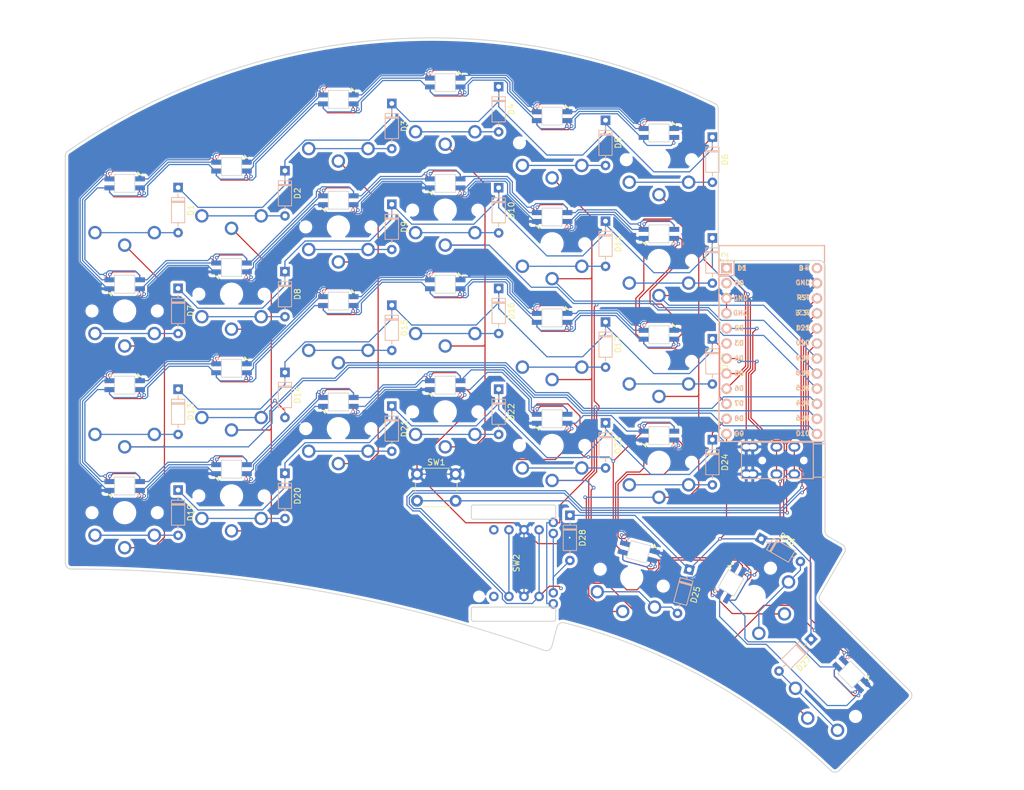
<source format=kicad_pcb>
(kicad_pcb (version 20240108) (generator "pcbnew") (generator_version "8.0")
  (layers (0 "F.Cu" signal) (31 "B.Cu" signal) (34 "B.Paste" user) (35 "F.Paste" user) (36 "B.SilkS" user "B.Silkscreen") (37 "F.SilkS" user "F.Silkscreen") (38 "B.Mask" user) (39 "F.Mask" user) (44 "Edge.Cuts" user))
  (net 0 "")
  (net 1 "Net-(D1-A)")
  (net 2 "Row 0")
  (net 3 "Net-(D2-A)")
  (net 4 "Net-(D3-A)")
  (net 5 "Net-(D4-A)")
  (net 6 "Net-(D5-A)")
  (net 7 "Net-(D6-A)")
  (net 8 "Net-(D7-A)")
  (net 9 "Row 1")
  (net 10 "Net-(D8-A)")
  (net 11 "Net-(D9-A)")
  (net 12 "Net-(D10-A)")
  (net 13 "Net-(D11-A)")
  (net 14 "Net-(D12-A)")
  (net 15 "Net-(D13-A)")
  (net 16 "Net-(D14-A)")
  (net 17 "Net-(D15-A)")
  (net 18 "Row 2")
  (net 19 "Net-(D16-A)")
  (net 20 "Net-(D17-A)")
  (net 21 "Net-(D18-A)")
  (net 22 "Net-(D19-A)")
  (net 23 "Net-(D20-A)")
  (net 24 "Net-(D21-A)")
  (net 25 "Row 3")
  (net 26 "Net-(D22-A)")
  (net 27 "Net-(D23-A)")
  (net 28 "Net-(D24-A)")
  (net 29 "Net-(D25-A)")
  (net 30 "Net-(D26-A)")
  (net 31 "Net-(D27-A)")
  (net 32 "Net-(D28-A)")
  (net 33 "Column 0")
  (net 34 "Column 1")
  (net 35 "Column 2")
  (net 36 "Column 3")
  (net 37 "Column 4")
  (net 38 "Column 5")
  (net 39 "Row 4")
  (net 40 "GND")
  (net 44 "RGB")
  (net 46 "SCR A")
  (net 47 "RST")
  (net 48 "SDA")
  (net 49 "VCC")
  (net 50 "SCR C")
  (net 51 "Net-(D30-DOUT)")
  (net 52 "Net-(D31-DOUT)")
  (net 53 "Net-(D32-DOUT)")
  (net 54 "Net-(D33-DOUT)")
  (net 55 "Net-(D34-DOUT)")
  (net 56 "Net-(D35-DOUT)")
  (net 57 "Net-(D36-DOUT)")
  (net 58 "Net-(D37-DOUT)")
  (net 59 "Net-(D38-DOUT)")
  (net 60 "Net-(D39-DOUT)")
  (net 61 "Net-(D40-DOUT)")
  (net 62 "Net-(D41-DOUT)")
  (net 63 "Net-(D42-DOUT)")
  (net 64 "Net-(D43-DOUT)")
  (net 65 "Net-(D44-DOUT)")
  (net 66 "Net-(D45-DOUT)")
  (net 67 "Net-(D46-DOUT)")
  (net 68 "Net-(D47-DOUT)")
  (net 69 "Net-(D48-DOUT)")
  (net 70 "Net-(D49-DOUT)")
  (net 71 "Net-(D50-DOUT)")
  (net 72 "Net-(D51-DOUT)")
  (net 73 "Net-(D52-DOUT)")
  (net 74 "Net-(D53-DOUT)")
  (net 75 "Net-(D54-DOUT)")
  (net 77 "Net-(D29-DIN)")
  (footprint "Flippy:LED_SK6812MINI" (layer "F.Cu") (at 90 46.499994 180)
    (property "Reference" "D47" (hide yes))
    (property "Value" "LED_SK6812MINI" (hide yes))
    (fp_line (start 1.7 1.5) (end 1.7 -1.5) (stroke (width 0.12)) (layer "Edge.Cuts"))
    (fp_line (start 1.7 -1.5) (end -1.7 -1.5) (stroke (width 0.12)) (layer "Edge.Cuts"))
    (fp_line (start -1.7 1.5) (end 1.7 1.5) (stroke (width 0.12)) (layer "Edge.Cuts"))
    (fp_line (start -1.7 -1.5) (end -1.7 1.5) (stroke (width 0.12)) (layer "Edge.Cuts"))
  )
  (footprint "Flippy:LED_SK6812MINI" (layer "F.Cu") (at 54 60.666664 180)
    (property "Reference" "D49" (hide yes))
    (property "Value" "LED_SK6812MINI" (hide yes))
    (fp_line (start 1.7 1.5) (end 1.7 -1.5) (stroke (width 0.12)) (layer "Edge.Cuts"))
    (fp_line (start 1.7 -1.5) (end -1.7 -1.5) (stroke (width 0.12)) (layer "Edge.Cuts"))
    (fp_line (start -1.7 1.5) (end 1.7 1.5) (stroke (width 0.12)) (layer "Edge.Cuts"))
    (fp_line (start -1.7 -1.5) (end -1.7 1.5) (stroke (width 0.12)) (layer "Edge.Cuts"))
  )
  (footprint "Flippy:Diode_DO-35-FLIP" (layer "F.Cu") (at 63 78.356686 -90)
    (property "Reference" "D14")
    (property "Value" "Diode")
  )
  (footprint "Flippy:Diode_DO-35-FLIP" (layer "F.Cu") (at 99 30.190008 -90)
    (property "Reference" "D4")
    (property "Value" "Diode")
  )
  (footprint "Flippy:Diode_DO-35-FLIP" (layer "F.Cu") (at 63 61.356682 -90)
    (property "Reference" "D8")
    (property "Value" "Diode")
  )
  (footprint "Flippy:Diode_DO-35-FLIP" (layer "F.Cu") (at 45 47.190012 -90)
    (property "Reference" "D1")
    (property "Value" "Diode")
  )
  (footprint "Flippy:Kailh-PG1350-1u-reversible-No-Clickhole" (layer "F.Cu") (at 54 99.16669)
    (property "Reference" "S20")
    (property "Value" "Keyswitch" (hide yes))
  )
  (footprint "Flippy:Kailh-PG1350-1u-reversible-No-Clickhole" (layer "F.Cu") (at 90 34.000008)
    (property "Reference" "S4")
    (property "Value" "Keyswitch" (hide yes))
  )
  (footprint "Flippy:Kailh-PG1350-1u-reversible-No-Clickhole" (layer "F.Cu") (at 126 42.50001)
    (property "Reference" "S6")
    (property "Value" "Keyswitch" (hide yes))
  )
  (footprint "Flippy:LED_SK6812MINI" (layer "F.Cu") (at 72 66.333323)
    (property "Reference" "D41" (hide yes))
    (property "Value" "LED_SK6812MINI" (hide yes))
    (fp_line (start -1.7 -1.5) (end -1.7 1.5) (stroke (width 0.12)) (layer "Edge.Cuts"))
    (fp_line (start -1.7 1.5) (end 1.7 1.5) (stroke (width 0.12)) (layer "Edge.Cuts"))
    (fp_line (start 1.7 -1.5) (end -1.7 -1.5) (stroke (width 0.12)) (layer "Edge.Cuts"))
    (fp_line (start 1.7 1.5) (end 1.7 -1.5) (stroke (width 0.12)) (layer "Edge.Cuts"))
  )
  (footprint "Flippy:Kailh-PG1350-1u-reversible-No-Clickhole" (layer "F.Cu") (at 121.414214 112.94948 -15)
    (property "Reference" "S25")
    (property "Value" "Keyswitch" (hide yes))
  )
  (footprint "Flippy:Kailh-PG1350-1u-reversible-No-Clickhole" (layer "F.Cu") (at 72 36.833342)
    (property "Reference" "S3")
    (property "Value" "Keyswitch" (hide yes))
  )
  (footprint "Flippy:Kailh-PG1350-1u-reversible-No-Clickhole" (layer "F.Cu") (at 36 51.000012)
    (property "Reference" "S1")
    (property "Value" "Keyswitch" (hide yes))
  )
  (footprint "Flippy:Diode_DO-35-FLIP" (layer "F.Cu") (at 81 67.02335 -90)
    (property "Reference" "D15")
    (property "Value" "Diode")
  )
  (footprint "Flippy:Diode_DO-35-FLIP" (layer "F.Cu") (at 45 64.190016 -90)
    (property "Reference" "D7")
    (property "Value" "Diode")
  )
  (footprint "Flippy:Diode_DO-35-FLIP" (layer "F.Cu") (at 45 98.190024 -90)
    (property "Reference" "D19")
    (property "Value" "Diode")
  )
  (footprint "Flippy:Diode_DO-35-FLIP" (layer "F.Cu") (at 117 86.856688 -90)
    (property "Reference" "D23")
    (property "Value" "Diode")
  )
  (footprint "Flippy:LED_SK6812MINI" (layer "F.Cu") (at 36 46.499994)
    (property "Reference" "D51" (hide yes))
    (property "Value" "LED_SK6812MINI" (hide yes))
    (fp_line (start -1.7 -1.5) (end -1.7 1.5) (stroke (width 0.12)) (layer "Edge.Cuts"))
    (fp_line (start -1.7 1.5) (end 1.7 1.5) (stroke (width 0.12)) (layer "Edge.Cuts"))
    (fp_line (start 1.7 -1.5) (end -1.7 -1.5) (stroke (width 0.12)) (layer "Edge.Cuts"))
    (fp_line (start 1.7 1.5) (end 1.7 -1.5) (stroke (width 0.12)) (layer "Edge.Cuts"))
  )
  (footprint "Flippy:LED_SK6812MINI" (layer "F.Cu") (at 36 80.5)
    (property "Reference" "D39" (hide yes))
    (property "Value" "LED_SK6812MINI" (hide yes))
    (fp_line (start -1.7 -1.5) (end -1.7 1.5) (stroke (width 0.12)) (layer "Edge.Cuts"))
    (fp_line (start -1.7 1.5) (end 1.7 1.5) (stroke (width 0.12)) (layer "Edge.Cuts"))
    (fp_line (start 1.7 -1.5) (end -1.7 -1.5) (stroke (width 0.12)) (layer "Edge.Cuts"))
    (fp_line (start 1.7 1.5) (end 1.7 -1.5) (stroke (width 0.12)) (layer "Edge.Cuts"))
  )
  (footprint "Flippy:Kailh-PG1350-1u-reversible-No-Clickhole" (layer "F.Cu") (at 90 85.00002)
    (property "Reference" "S22")
    (property "Value" "Keyswitch" (hide yes))
  )
  (footprint "Flippy:LED_SK6812MINI" (layer "F.Cu") (at 108 35.166658)
    (property "Reference" "D55" (hide yes))
    (property "Value" "LED_SK6812MINI" (hide yes))
    (fp_line (start -1.7 -1.5) (end -1.7 1.5) (stroke (width 0.12)) (layer "Edge.Cuts"))
    (fp_line (start -1.7 1.5) (end 1.7 1.5) (stroke (width 0.12)) (layer "Edge.Cuts"))
    (fp_line (start 1.7 -1.5) (end -1.7 -1.5) (stroke (width 0.12)) (layer "Edge.Cuts"))
    (fp_line (start 1.7 1.5) (end 1.7 -1.5) (stroke (width 0.12)) (layer "Edge.Cuts"))
  )
  (footprint "Flippy:Kailh-PG1350-1u-reversible-No-Clickhole" (layer "F.Cu") (at 108 39.666676)
    (property "Reference" "S5")
    (property "Value" "Keyswitch" (hide yes))
  )
  (footprint "Flippy:LED_SK6812MINI" (layer "F.Cu") (at 126 72)
    (property "Reference" "D44" (hide yes))
    (property "Value" "LED_SK6812MINI" (hide yes))
    (fp_line (start -1.7 -1.5) (end -1.7 1.5) (stroke (width 0.12)) (layer "Edge.Cuts"))
    (fp_line (start -1.7 1.5) (end 1.7 1.5) (stroke (width 0.12)) (layer "Edge.Cuts"))
    (fp_line (start 1.7 -1.5) (end -1.7 -1.5) (stroke (width 0.12)) (layer "Edge.Cuts"))
    (fp_line (start 1.7 1.5) (end 1.7 -1.5) (stroke (width 0.12)) (layer "Edge.Cuts"))
  )
  (footprint "Flippy:Kailh-PG1350-1u-reversible-No-Clickhole" (layer "F.Cu") (at 155.2255 132.450741 -45)
    (property "Reference" "S27")
    (property "Value" "Keyswitch" (hide yes))
  )
  (footprint "Flippy:Diode_DO-35-FLIP" (layer "F.Cu") (at 99 81.19002 -90)
    (property "Reference" "D22")
    (property "Value" "Diode")
  )
  (footprint "Flippy:evqwgd001" (layer "F.Cu") (at 102 110.500026 -90)
    (property "Reference" "SW2")
    (property "Value" "RotaryEncoder_Switch" (hide yes))
    (fp_line (start -9.5 7.6) (end -7.7 7.6) (stroke (width 0.15)) (layer "Edge.Cuts"))
    (fp_line (start 7.7 7.6) (end 9.5 7.6) (stroke (width 0.15)) (layer "Edge.Cuts"))
    (fp_line (start -7.4 7.3) (end -7.4 -6.3) (stroke (width 0.15)) (layer "Edge.Cuts"))
    (fp_line (start 9.8 7.3) (end 9.8 -6.3) (stroke (width 0.15)) (layer "Edge.Cuts"))
    (fp_line (start -9.8 -6.3) (end -9.8 7.3) (stroke (width 0.15)) (layer "Edge.Cuts"))
    (fp_line (start 7.4 -6.3) (end 7.4 7.3) (stroke (width 0.15)) (layer "Edge.Cuts"))
    (fp_line (start -7.7 -6.6) (end -9.5 -6.6) (stroke (width 0.15)) (layer "Edge.Cuts"))
    (fp_line (start 9.5 -6.6) (end 7.7 -6.6) (stroke (width 0.15)) (layer "Edge.Cuts"))
    (fp_arc (start -9.5 7.6) (mid -9.712132 7.512132) (end -9.8 7.3) (stroke (width 0.15)) (layer "Edge.Cuts"))
    (fp_arc (start 7.7 7.6) (mid 7.487868 7.512132) (end 7.4 7.3) (stroke (width 0.15)) (layer "Edge.Cuts"))
    (fp_arc (start -7.4 7.3) (mid -7.487868 7.512132) (end -7.7 7.6) (stroke (width 0.15)) (layer "Edge.Cuts"))
    (fp_arc (start 9.8 7.3) (mid 9.712132 7.512132) (end 9.5 7.6) (stroke (width 0.15)) (layer "Edge.Cuts"))
    (fp_arc (start -9.8 -6.3) (mid -9.712132 -6.512132) (end -9.5 -6.6) (stroke (width 0.15)) (layer "Edge.Cuts"))
    (fp_arc (start 7.4 -6.3) (mid 7.487868 -6.512132) (end 7.7 -6.6) (stroke (width 0.15)) (layer "Edge.Cuts"))
    (fp_arc (start -7.7 -6.6) (mid -7.487868 -6.512132) (end -7.4 -6.3) (stroke (width 0.15)) (layer "Edge.Cuts"))
    (fp_arc (start 9.5 -6.6) (mid 9.712132 -6.512132) (end 9.8 -6.3) (stroke (width 0.15)) (layer "Edge.Cuts"))
  )
  (footprint "Flippy:Diode_DO-35-FLIP" (layer "F.Cu") (at 45 81.19002 -90)
    (property "Reference" "D13")
    (property "Value" "Diode")
  )
  (footprint "Flippy:Diode_DO-35-FLIP" (layer "F.Cu") (at 81 84.023354 -90)
    (property "Reference" "D21")
    (property "Value" "Diode")
  )
  (footprint "Flippy:Kailh-PG1350-1u-reversible-No-Clickhole" (layer "F.Cu") (at 126 93.500022)
    (property "Reference" "S24")
    (property "Value" "Keyswitch" (hide yes))
  )
  (footprint "Flippy:Kailh-PG1350-1u-reversible-No-Clickhole" (layer "F.Cu") (at 36 102.000024)
    (property "Reference" "S19")
    (property "Value" "Keyswitch" (hide yes))
  )
  (footprint "Flippy:Kailh-PG1350-1u-reversible-No-Clickhole" (layer "F.Cu") (at 126 76.500018)
    (property "Reference" "S18")
    (property "Value" "Keyswitch" (hide yes))
  )
  (footprint "Flippy:Diode_DO-35-FLIP" (layer "F.Cu") (at 135 72.690018 -90)
    (property "Reference" "D18")
    (property "Value" "Diode")
  )
  (footprint "Flippy:Kailh-PG1350-1u-reversible-No-Clickhole" (layer "F.Cu") (at 36 68.000016)
    (property "Reference" "S7")
    (property "Value" "Keyswitch" (hide yes))
  )
  (footprint "Flippy:LED_SK6812MINI" (layer "F.Cu") (at 90 63.5)
    (property "Reference" "D42" (hide yes))
    (property "Value" "LED_SK6812MINI" (hide yes))
    (fp_line (start -1.7 -1.5) (end -1.7 1.5) (stroke (width 0.12)) (layer "Edge.Cuts"))
    (fp_line (start -1.7 1.5) (end 1.7 1.5) (stroke (width 0.12)) (layer "Edge.Cuts"))
    (fp_line (start 1.7 -1.5) (end -1.7 -1.5) (stroke (width 0.12)) (layer "Edge.Cuts"))
    (fp_line (start 1.7 1.5) (end 1.7 -1.5) (stroke (width 0.12)) (layer "Edge.Cuts"))
  )
  (footprint "Flippy:LED_SK6812MINI" (layer "F.Cu") (at 72 83.333323 180)
    (property "Reference" "D36" (hide yes))
    (property "Value" "LED_SK6812MINI" (hide yes))
    (fp_line (start 1.7 1.5) (end 1.7 -1.5) (stroke (width 0.12)) (layer "Edge.Cuts"))
    (fp_line (start 1.7 -1.5) (end -1.7 -1.5) (stroke (width 0.12)) (layer "Edge.Cuts"))
    (fp_line (start -1.7 1.5) (end 1.7 1.5) (stroke (width 0.12)) (layer "Edge.Cuts"))
    (fp_line (start -1.7 -1.5) (end -1.7 1.5) (stroke (width 0.12)) (layer "Edge.Cuts"))
  )
  (footprint "Flippy:Diode_DO-35-FLIP" (layer "F.Cu") (at 135 55.690014 -90)
    (property "Reference" "D12")
    (property "Value" "Diode")
  )
  (footprint "Flippy:Kailh-PG1350-1u-reversible-No-Clickhole" (layer "F.Cu") (at 36 85.00002)
    (property "Reference" "S13")
    (property "Value" "Keyswitch" (hide yes))
  )
  (footprint "Flippy:LED_SK6812MINI" (layer "F.Cu") (at 108 69.166657)
    (property "Reference" "D43" (hide yes))
    (property "Value" "LED_SK6812MINI" (hide yes))
    (fp_line (start -1.7 -1.5) (end -1.7 1.5) (stroke (width 0.12)) (layer "Edge.Cuts"))
    (fp_line (start -1.7 1.5) (end 1.7 1.5) (stroke (width 0.12)) (layer "Edge.Cuts"))
    (fp_line (start 1.7 -1.5) (end -1.7 -1.5) (stroke (width 0.12)) (layer "Edge.Cuts"))
    (fp_line (start 1.7 1.5) (end 1.7 -1.5) (stroke (width 0.12)) (layer "Edge.Cuts"))
  )
  (footprint "Flippy:Diode_DO-35-FLIP" (layer "F.Cu") (at 143.230886 106.41 -30)
    (property "Reference" "D26")
    (property "Value" "Diode")
  )
  (footprint "Flippy:LED_SK6812MINI" (layer "F.Cu") (at 36 63.499998 180)
    (property "Reference" "D50" (hide yes))
    (property "Value" "LED_SK6812MINI" (hide yes))
    (fp_line (start 1.7 1.5) (end 1.7 -1.5) (stroke (width 0.12)) (layer "Edge.Cuts"))
    (fp_line (start 1.7 -1.5) (end -1.7 -1.5) (stroke (width 0.12)) (layer "Edge.Cuts"))
    (fp_line (start -1.7 1.5) (end 1.7 1.5) (stroke (width 0.12)) (layer "Edge.Cuts"))
    (fp_line (start -1.7 -1.5) (end -1.7 1.5) (stroke (width 0.12)) (layer "Edge.Cuts"))
  )
  (footprint "Flippy:LED_SK6812MINI" (layer "F.Cu") (at 122.578899 108.602814 -15)
    (property "Reference" "D32" (hide yes))
    (property "Value" "LED_SK6812MINI" (hide yes))
    (fp_line (start -1.7 1.5) (end 1.7 1.5) (stroke (width 0.12)) (layer "Edge.Cuts"))
    (fp_line (start -1.7 -1.5) (end -1.7 1.5) (stroke (width 0.12)) (layer "Edge.Cuts"))
    (fp_line (start 1.7 1.5) (end 1.7 -1.5) (stroke (width 0.12)) (layer "Edge.Cuts"))
    (fp_line (start 1.7 -1.5) (end -1.7 -1.5) (stroke (width 0.12)) (layer "Edge.Cuts"))
  )
  (footprint "Flippy:Diode_DO-35-FLIP" (layer "F.Cu") (at 135 89.690022 -90)
    (property "Reference" "D24")
    (property "Value" "Diode")
  )
  (footprint "Flippy:LED_SK6812MINI" (layer "F.Cu") (at 138.136665 113.859695 60)
    (property "Reference" "D31" (hide yes))
    (property "Value" "LED_SK6812MINI" (hide yes))
    (fp_line (start -1.7 -1.5) (end -1.7 1.5) (stroke (width 0.12)) (layer "Edge.Cuts"))
    (fp_line (start 1.7 -1.5) (end -1.7 -1.5) (stroke (width 0.12)) (layer "Edge.Cuts"))
    (fp_line (start -1.7 1.5) (end 1.7 1.5) (stroke (width 0.12)) (layer "Edge.Cuts"))
    (fp_line (start 1.7 1.5) (end 1.7 -1.5) (stroke (width 0.12)) (layer "Edge.Cuts"))
  )
  (footprint "Flippy:Kailh-PG1350-1u-reversible-No-Clickhole" (layer "F.Cu") (at 72 87.833354)
    (property "Reference" "S21")
    (property "Value" "Keyswitch" (hide yes))
  )
  (footprint "Flippy:Kailh-PG1350-1u-reversible-No-Clickhole" (layer "F.Cu") (at 126 59.500014)
    (property "Reference" "S12")
    (property "Value" "Keyswitch" (hide yes))
  )
  (footprint "Flippy:Diode_DO-35-FLIP" (layer "F.Cu") (at 135 38.69001 -90)
    (property "Reference" "D6")
    (property "Value" "Diode")
  )
  (footprint "Flippy:Diode_DO-35-FLIP" (layer "F.Cu") (at 99 47.223342 -90)
    (property "Reference" "D10")
    (property "Value" "Diode")
  )
  (footprint "Button_Switch_THT:SW_PUSH_6mm_H4.3mm" (layer "F.Cu") (at 85.25 95.500023)
    (property "Reference" "SW1")
    (property "Value" "SW_Push")
  )
  (footprint "Flippy:Diode_DO-35-FLIP" (layer "F.Cu") (at 81 33.023342 -90)
    (property "Reference" "D3")
    (property "Value" "Diode")
  )
  (footprint "Flippy:LED_SK6812MINI" (layer "F.Cu") (at 108 52.166662 180)
    (property "Reference" "D46" (hide yes))
    (property "Value" "LED_SK6812MINI" (hide yes))
    (fp_line (start 1.7 1.5) (end 1.7 -1.5) (stroke (width 0.12)) (layer "Edge.Cuts"))
    (fp_line (start 1.7 -1.5) (end -1.7 -1.5) (stroke (width 0.12)) (layer "Edge.Cuts"))
    (fp_line (start -1.7 1.5) (end 1.7 1.5) (stroke (width 0.12)) (layer "Edge.Cuts"))
    (fp_line (start -1.7 -1.5) (end -1.7 1.5) (stroke (width 0.12)) (layer "Edge.Cuts"))
  )
  (footprint "Flippy:Diode_DO-35-FLIP" (layer "F.Cu") (at 131.097201 111.599645 -105)
    (property "Reference" "D25")
    (property "Value" "Diode")
  )
  (footprint "Flippy:LED_SK6812MINI" (layer "F.Cu") (at 72 32.333324)
    (property "Reference" "D53" (hide yes))
    (property "Value" "LED_SK6812MINI" (hide yes))
    (fp_line (start -1.7 -1.5) (end -1.7 1.5) (stroke (width 0.12)) (layer "Edge.Cuts"))
    (fp_line (start -1.7 1.5) (end 1.7 1.5) (stroke (width 0.12)) (layer "Edge.Cuts"))
    (fp_line (start 1.7 -1.5) (end -1.7 -1.5) (stroke (width 0.12)) (layer "Edge.Cuts"))
    (fp_line (start 1.7 1.5) (end 1.7 -1.5) (stroke (width 0.12)) (layer "Edge.Cuts"))
  )
  (footprint "Flippy:Kailh-PG1350-1u-reversible-No-Clickhole" (layer "F.Cu") (at 108 73.666684)
    (property "Reference" "S17")
    (property "Value" "Keyswitch" (hide yes))
  )
  (footprint "Flippy:LED_SK6812MINI" (layer "F.Cu") (at 90 80.5 180)
    (property "Reference" "D35" (hide yes))
    (property "Value" "LED_SK6812MINI" (hide yes))
    (fp_line (start 1.7 1.5) (end 1.7 -1.5) (stroke (width 0.12)) (layer "Edge.Cuts"))
    (fp_line (start 1.7 -1.5) (end -1.7 -1.5) (stroke (width 0.12)) (layer "Edge.Cuts"))
    (fp_line (start -1.7 1.5) (end 1.7 1.5) (stroke (width 0.12)) (layer "Edge.Cuts"))
    (fp_line (start -1.7 -1.5) (end -1.7 1.5) (stroke (width 0.12)) (layer "Edge.Cuts"))
  )
  (footprint "Flippy:Kailh-PG1350-1u-reversible-No-Clickhole" (layer "F.Cu") (at 72 53.833346)
    (property "Reference" "S9")
    (property "Value" "Keyswitch" (hide yes))
  )
  (footprint "Flippy:Diode_DO-35-FLIP" (layer "F.Cu") (at 63 44.356678 -90)
    (property "Reference" "D2")
    (property "Value" "Diode")
  )
  (footprint "Flippy:LED_SK6812MINI" (layer "F.Cu") (at 54 43.66666)
    (property "Reference" "D52" (hide yes))
    (property "Value" "LED_SK6812MINI" (hide yes))
    (fp_line (start -1.7 -1.5) (end -1.7 1.5) (stroke (width 0.12)) (layer "Edge.Cuts"))
    (fp_line (start -1.7 1.5) (end 1.7 1.5) (stroke (width 0.12)) (layer "Edge.Cuts"))
    (fp_line (start 1.7 -1.5) (end -1.7 -1.5) (stroke (width 0.12)) (layer "Edge.Cuts"))
    (fp_line (start 1.7 1.5) (end 1.7 -1.5) (stroke (width 0.12)) (layer "Edge.Cuts"))
  )
  (footprint "Flippy:LED_SK6812MINI" (layer "F.Cu") (at 108 86.166657 180)
    (property "Reference" "D34" (hide yes))
    (property "Value" "LED_SK6812MINI" (hide yes))
    (fp_line (start 1.7 1.5) (end 1.7 -1.5) (stroke (width 0.12)) (layer "Edge.Cuts"))
    (fp_line (start 1.7 -1.5) (end -1.7 -1.5) (stroke (width 0.12)) (layer "Edge.Cuts"))
    (fp_line (start -1.7 1.5) (end 1.7 1.5) (stroke (width 0.12)) (layer "Edge.Cuts"))
    (fp_line (start -1.7 -1.5) (end -1.7 1.5) (stroke (width 0.12)) (layer "Edge.Cuts"))
  )
  (footprint "Flippy:Diode_DO-35-FLIP" (layer "F.Cu") (at 63 95.35669 -90)
    (property "Reference" "D20")
    (property "Value" "Diode")
  )
  (footprint "Flippy:Kailh-PG1350-1u-reversible-No-Clickhole" (layer "F.Cu") (at 108 90.666688)
    (property "Reference" "S23")
    (property "Value" "Keyswitch" (hide yes))
  )
  (footprint "Flippy:Kailh-PG1350-1u-reversible-No-Clickhole" (layer "F.Cu") (at 54 82.166686)
    (property "Reference" "S14")
    (property "Value" "Keyswitch" (hide yes))
  )
  (footprint "ScottoKeebs_MCU:Nice_Nano_V2" (layer "F.Cu") (at 145 74.74999)
    (property "Reference" "U2" (hide yes))
    (property "Value" "Nice_Nano_V2" (hide yes))
  )
  (footprint "Flippy:LED_SK6812MINI" (layer "F.Cu") (at 36 97.5 180)
    (property "Reference" "D38" (hide yes))
    (property "Value" "LED_SK6812MINI" (hide yes))
    (fp_line (start 1.7 1.5) (end 1.7 -1.5) (stroke (width 0.12)) (layer "Edge.Cuts"))
    (fp_line (start 1.7 -1.5) (end -1.7 -1.5) (stroke (width 0.12)) (layer "Edge.Cuts"))
    (fp_line (start -1.7 1.5) (end 1.7 1.5) (stroke (width 0.12)) (layer "Edge.Cuts"))
    (fp_line (start -1.7 -1.5) (end -1.7 1.5) (stroke (width 0.12)) (layer "Edge.Cuts"))
  )
  (footprint "Flippy:Kailh-PG1350-1u-reversible-No-Clickhole" (layer "F.Cu") (at 54 65.166682)
    (property "Reference" "S8")
    (property "Value" "Keyswitch" (hide yes))
  )
  (footprint "Flippy:LED_SK6812MINI" (layer "F.Cu") (at 72 49.333328 180)
    (property "Reference" "D48" (hide yes))
    (property "Value" "LED_SK6812MINI" (hide yes))
    (fp_line (start 1.7 1.5) (end 1.7 -1.5) (stroke (width 0.12)) (layer "Edge.Cuts"))
    (fp_line (start 1.7 -1.5) (end -1.7 -1.5) (stroke (width 0.12)) (layer "Edge.Cuts"))
    (fp_line (start -1.7 1.5) (end 1.7 1.5) (stroke (width 0.12)) (layer "Edge.Cuts"))
    (fp_line (start -1.7 -1.5) (end -1.7 1.5) (stroke (width 0.12)) (layer "Edge.Cuts"))
  )
  (footprint "Flippy:Diode_DO-35-FLIP" (layer "F.Cu") (at 111 102.440025 -90)
    (property "Reference" "D28")
    (property "Value" "Diode")
  )
  (footprint "Flippy:LED_SK6812MINI" (layer "F.Cu") (at 158.40748 129.26876 -45)
    (property "Reference" "D30" (hide yes))
    (property "Value" "LED_SK6812MINI" (hide yes))
    (fp_line (start -1.7 1.5) (end 1.7 1.5) (stroke (width 0.12)) (layer "Edge.Cuts"))
    (fp_line (start -1.7 -1.5) (end -1.7 1.5) (stroke (width 0.12)) (layer "Edge.Cuts"))
    (fp_line (start 1.7 1.5) (end 1.7 -1.5) (stroke (width 0.12)) (layer "Edge.Cuts"))
    (fp_line (start 1.7 -1.5) (end -1.7 -1.5) (stroke (width 0.12)) (layer "Edge.Cuts"))
  )
  (footprint "Flippy:Diode_DO-35-FLIP" (layer "F.Cu") (at 151.614077 123.305924 -135)
    (property "Reference" "D27")
    (property "Value" "Diode")
  )
  (footprint "Flippy:LED_SK6812MINI" (layer "F.Cu") (at 54 94.666657 180)
    (property "Reference" "D37" (hide yes))
    (property "Value" "LED_SK6812MINI" (hide yes))
    (fp_line (start 1.7 1.5) (end 1.7 -1.5) (stroke (width 0.12)) (layer "Edge.Cuts"))
    (fp_line (start 1.7 -1.5) (end -1.7 -1.5) (stroke (width 0.12)) (layer "Edge.Cuts"))
    (fp_line (start -1.7 1.5) (end 1.7 1.5) (stroke (width 0.12)) (layer "Edge.Cuts"))
    (fp_line (start -1.7 -1.5) (end -1.7 1.5) (stroke (width 0.12)) (layer "Edge.Cuts"))
  )
  (footprint "Flippy:Diode_DO-35-FLIP" (layer "F.Cu") (at 117 52.85668 -90)
    (property "Reference" "D11")
    (property "Value" "Diode")
  )
  (footprint "Flippy:Diode_DO-35-FLIP" (layer "F.Cu") (at 117 35.856676 -90)
    (property "Reference" "D5")
    (property "Value" "Diode")
  )
  (footprint "Flippy:Diode_DO-35-FLIP" (layer "F.Cu") (at 81 50.023346 -90)
    (property "Reference" "D9")
    (property "Value" "Diode")
  )
  (footprint "Flippy:Kailh-PG1350-1u-reversible-No-Clickhole" (layer "F.Cu") (at 90 51.000012)
    (property "Reference" "S10")
    (property "Value" "Keyswitch" (hide yes))
  )
  (footprint "Flippy:Kailh-PG1350-1u-reversible-No-Clickhole" (layer "F.Cu") (at 108 56.66668)
    (property "Reference" "S11")
    (property "Value" "Keyswitch" (hide yes))
  )
  (footprint "Flippy:Kailh-PG1350-1u-reversible-No-Clickhole" (layer "F.Cu") (at 142.033779 116.109695 60)
    (property "Reference" "S26")
    (property "Value" "Keyswitch" (hide yes))
  )
  (footprint "Flippy:LED_SK6812MINI" (layer "F.Cu") (at 126 37.999992)
    (property "Reference" "D29" (hide yes))
    (property "Value" "LED_SK6812MINI" (hide yes))
    (fp_line (start -1.7 -1.5) (end -1.7 1.5) (stroke (width 0.12)) (layer "Edge.Cuts"))
    (fp_line (start -1.7 1.5) (end 1.7 1.5) (stroke (width 0.12)) (layer "Edge.Cuts"))
    (fp_line (start 1.7 -1.5) (end -1.7 -1.5) (stroke (width 0.12)) (layer "Edge.Cuts"))
    (fp_line (start 1.7 1.5) (end 1.7 -1.5) (stroke (width 0.12)) (layer "Edge.Cuts"))
  )
  (footprint "Flippy:LED_SK6812MINI" (layer "F.Cu") (at 90 29.49999)
    (property "Reference" "D54" (hide yes))
    (property "Value" "LED_SK6812MINI" (hide yes))
    (fp_line (start -1.7 -1.5) (end -1.7 1.5) (stroke (width 0.12)) (layer "Edge.Cuts"))
    (fp_line (start -1.7 1.5) (end 1.7 1.5) (stroke (width 0.12)) (layer "Edge.Cuts"))
    (fp_line (start 1.7 -1.5) (end -1.7 -1.5) (stroke (width 0.12)) (layer "Edge.Cuts"))
    (fp_line (start 1.7 1.5) (end 1.7 -1.5) (stroke (width 0.12)) (layer "Edge.Cuts"))
  )
  (footprint "Flippy:Diode_DO-35-FLIP" (layer "F.Cu") (at 99 64.190016 -90)
    (property "Reference" "D16")
    (property "Value" "Diode")
  )
  (footprint "Flippy:Kailh-PG1350-1u-reversible-No-Clickhole" (layer "F.Cu") (at 72 70.83335)
    (property "Reference" "S15")
    (property "Value" "Keyswitch" (hide yes))
  )
  (footprint "Flippy:LED_SK6812MINI" (layer "F.Cu") (at 126 89 180)
    (property "Reference" "D33" (hide yes))
    (property "Value" "LED_SK6812MINI" (hide yes))
    (fp_line (start 1.7 1.5) (end 1.7 -1.5) (stroke (width 0.12)) (layer "Edge.Cuts"))
    (fp_line (start 1.7 -1.5) (end -1.7 -1.5) (stroke (width 0.12)) (layer "Edge.Cuts"))
    (fp_line (start -1.7 1.5) (end 1.7 1.5) (stroke (width 0.12)) (layer "Edge.Cuts"))
    (fp_line (start -1.7 -1.5) (end -1.7 1.5) (stroke (width 0.12)) (layer "Edge.Cuts"))
  )
  (footprint "Flippy:Kailh-PG1350-1u-reversible-No-Clickhole" (layer "F.Cu") (at 90 68.000016)
    (property "Reference" "S16")
    (property "Value" "Keyswitch" (hide yes))
  )
  (footprint "Flippy:Kailh-PG1350-1u-reversible-No-Clickhole" (layer "F.Cu") (at 54 48.166678)
    (property "Reference" "S2")
    (property "Value" "Keyswitch" (hide yes))
  )
  (footprint "Flippy:TRRS_PJ-320A_FLIP" (layer "F.Cu") (at 152 93.2 -90)
    (property "Reference" "U1")
    (property "Value" "TRRS")
  )
  (footprint "Flippy:Diode_DO-35-FLIP" (layer "F.Cu") (at 117 69.856684 -90)
    (property "Reference" "D17")
    (property "Value" "Diode")
  )
  (footprint "Flippy:LED_SK6812MINI" (layer "F.Cu") (at 126 54.999996 180)
    (property "Reference" "D45" (hide yes))
    (property "Value" "LED_SK6812MINI" (hide yes))
    (fp_line (start 1.7 1.5) (end 1.7 -1.5) (stroke (width 0.12)) (layer "Edge.Cuts"))
    (fp_line (start 1.7 -1.5) (end -1.7 -1.5) (stroke (width 0.12)) (layer "Edge.Cuts"))
    (fp_line (start -1.7 1.5) (end 1.7 1.5) (stroke (width 0.12)) (layer "Edge.Cuts"))
    (fp_line (start -1.7 -1.5) (end -1.7 1.5) (stroke (width 0.12)) (layer "Edge.Cuts"))
  )
  (footprint "Flippy:LED_SK6812MINI" (layer "F.Cu") (at 54 77.666657)
    (property "Reference" "D40" (hide yes))
    (property "Value" "LED_SK6812MINI" (hide yes))
    (fp_line (start -1.7 -1.5) (end -1.7 1.5) (stroke (width 0.12)) (layer "Edge.Cuts"))
    (fp_line (start -1.7 1.5) (end 1.7 1.5) (stroke (width 0.12)) (layer "Edge.Cuts"))
    (fp_line (start 1.7 -1.5) (end -1.7 -1.5) (stroke (width 0.12)) (layer "Edge.Cuts"))
    (fp_line (start 1.7 1.5) (end 1.7 -1.5) (stroke (width 0.12)) (layer "Edge.Cuts"))
  )
  (gr_line (start 109 103.7) (end 109.3 103.7) (stroke (width 0.2)) (layer "F.Cu") (net 35))
  (gr_line (start 107.1 103.7) (end 107.4 103.7) (stroke (width 0.2)) (layer "B.Cu") (net 35))
  (gr_line (start 107.1 117.3) (end 107.4 117.3) (stroke (width 0.2)) (layer "B.Cu") (net 35))
  (gr_line (start 153.134646 115.876211) (end 157.260561 108.735462) (stroke (width 0.15)) (layer "Edge.Cuts"))
  (gr_arc (start 26.432435 41.050575) (mid 79.85188 22.252778) (end 135.441439 33.059963) (stroke (width 0.15)) (layer "Edge.Cuts"))
  (gr_arc (start 26 41.873904) (mid 26.114685 41.408912) (end 26.432435 41.050575) (stroke (width 0.15)) (layer "Edge.Cuts"))
  (gr_line (start 156.361077 145.457299) (end 168.306975 133.511401) (stroke (width 0.15)) (layer "Edge.Cuts"))
  (gr_arc (start 156.361078 145.457298) (mid 155.663918 145.750125) (end 154.961058 145.471214) (stroke (width 0.15)) (layer "Edge.Cuts"))
  (gr_line (start 26 110.49999) (end 26 41.873904) (stroke (width 0.15)) (layer "Edge.Cuts"))
  (gr_line (start 28 111.49999) (end 28.006142 111.502112) (stroke (width 0.15)) (layer "Edge.Cuts"))
  (gr_arc (start 110.043609 120.556002) (mid 134.125213 130.087861) (end 154.961058 145.471214) (stroke (width 0.15)) (layer "Edge.Cuts"))
  (gr_arc (start 168.306975 132.097187) (mid 168.599885 132.804297) (end 168.306975 133.511401) (stroke (width 0.15)) (layer "Edge.Cuts"))
  (gr_arc (start 137 59.49999) (mid 136.292898 59.207096) (end 136 58.49999) (stroke (width 0.15)) (layer "Edge.Cuts"))
  (gr_arc (start 108.832846 121.266747) (mid 109.292535 120.663183) (end 110.043609 120.556002) (stroke (width 0.15)) (layer "Edge.Cuts"))
  (gr_line (start 152.999491 59.49999) (end 137 59.49999) (stroke (width 0.15)) (layer "Edge.Cuts"))
  (gr_arc (start 107.962769 124.51392) (mid 107.462359 125.140167) (end 106.662828 125.197668) (stroke (width 0.15)) (layer "Edge.Cuts"))
  (gr_line (start 107.962769 124.51392) (end 108.832847 121.266747) (stroke (width 0.15)) (layer "Edge.Cuts"))
  (gr_arc (start 152.999491 59.49999) (mid 153.706788 59.793059) (end 153.999491 60.500499) (stroke (width 0.15)) (layer "Edge.Cuts"))
  (gr_arc (start 135.441439 33.059964) (mid 135.84897 33.428781) (end 136 33.957255) (stroke (width 0.15)) (layer "Edge.Cuts"))
  (gr_arc (start 27 111.49999) (mid 26.292895 111.207097) (end 26 110.49999) (stroke (width 0.15)) (layer "Edge.Cuts"))
  (gr_arc (start 154.476784 105.973158) (mid 154.110626 105.606913) (end 153.976784 105.106624) (stroke (width 0.15)) (layer "Edge.Cuts"))
  (gr_line (start 156.894704 107.369145) (end 154.476783 105.973158) (stroke (width 0.15)) (layer "Edge.Cuts"))
  (gr_line (start 136 58.49999) (end 136 33.957255) (stroke (width 0.15)) (layer "Edge.Cuts"))
  (gr_arc (start 153.293397 117.08361) (mid 153.009036 116.506863) (end 153.134646 115.876211) (stroke (width 0.15)) (layer "Edge.Cuts"))
  (gr_arc (start 28.006143 111.502112) (mid 67.911646 115.035126) (end 106.662828 125.197668) (stroke (width 0.15)) (layer "Edge.Cuts"))
  (gr_line (start 168.306975 132.097188) (end 153.293397 117.083609) (stroke (width 0.15)) (layer "Edge.Cuts"))
  (gr_line (start 153.976784 105.106624) (end 153.999491 60.500499) (stroke (width 0.15)) (layer "Edge.Cuts"))
  (gr_arc (start 156.894704 107.369146) (mid 157.360693 107.976519) (end 157.260561 108.735462) (stroke (width 0.15)) (layer "Edge.Cuts"))
  (gr_line (start 27 111.49999) (end 28 111.49999) (stroke (width 0.15)) (layer "Edge.Cuts"))
  (segment (start 31 54.800012) (end 44.99 54.800012) (width 0.2) (layer "B.Cu") (net 1))
  (segment (start 44.99 54.800012) (end 45 54.810012) (width 0.2) (layer "B.Cu") (net 1))
  (segment (start 139.354314 78.55999) (end 140.6 77.314304) (width 0.2) (layer "F.Cu") (net 2))
  (segment (start 140.4 64.650015) (end 137.706275 61.95629) (width 0.2) (layer "F.Cu") (net 2))
  (segment (start 136.2037 61.95629) (end 133.5 59.25259) (width 0.2) (layer "F.Cu") (net 2))
  (segment (start 140.6 65.615211) (end 140.4 65.415211) (width 0.2) (layer "F.Cu") (net 2))
  (segment (start 133.5 40.19001) (end 135 38.69001) (width 0.2) (layer "F.Cu") (net 2))
  (segment (start 140.6 77.314304) (end 140.6 65.615211) (width 0.2) (layer "F.Cu") (net 2))
  (segment (start 133.5 59.25259) (end 133.5 40.19001) (width 0.2) (layer "F.Cu") (net 2))
  (segment (start 140.4 65.415211) (end 140.4 64.650015) (width 0.2) (layer "F.Cu") (net 2))
  (segment (start 137.706275 61.95629) (end 136.2037 61.95629) (width 0.2) (layer "F.Cu") (net 2))
  (segment (start 137.38 78.55999) (end 139.354314 78.55999) (width 0.2) (layer "F.Cu") (net 2))
  (segment (start 117 35.856676) (end 117 36.399148) (width 0.2) (layer "B.Cu") (net 2))
  (segment (start 77.214333 39.202342) (end 81 35.416675) (width 0.2) (layer "B.Cu") (net 2))
  (segment (start 81 35.416675) (end 81 33.023342) (width 0.2) (layer "B.Cu") (net 2))
  (segment (start 48.345666 50.535678) (end 59.214333 50.535678) (width 0.2) (layer "B.Cu") (net 2))
  (segment (start 135 40.697066) (end 135 38.69001) (width 0.2) (layer "B.Cu") (net 2))
  (segment (start 45 47.190012) (end 48.345666 50.535678) (width 0.2) (layer "B.Cu") (net 2))
  (segment (start 81 33.023342) (end 84.026666 36.050008) (width 0.2) (layer "B.Cu") (net 2))
  (segment (start 66.40726 39.202342) (end 77.214333 39.202342) (width 0.2) (layer "B.Cu") (net 2))
  (segment (start 84.026666 36.050008) (end 95.616666 36.050008) (width 0.2) (layer "B.Cu") (net 2))
  (segment (start 59.214333 50.535678) (end 63 46.750011) (width 0.2) (layer "B.Cu") (net 2))
  (segment (start 63 42.609602) (end 66.40726 39.202342) (width 0.2) (layer "B.Cu") (net 2))
  (segment (start 99 32.666674) (end 99 30.190008) (width 0.2) (layer "B.Cu") (net 2))
  (segment (start 63 46.750011) (end 63 44.356678) (width 0.2) (layer "B.Cu") (net 2))
  (segment (start 125.150862 44.55001) (end 131.147056 44.55001) (width 0.2) (layer "B.Cu") (net 2))
  (segment (start 117 36.399148) (end 125.150862 44.55001) (width 0.2) (layer "B.Cu") (net 2))
  (segment (start 95.616666 36.050008) (end 99 32.666674) (width 0.2) (layer "B.Cu") (net 2))
  (segment (start 107.133333 41.716676) (end 113.147056 41.716676) (width 0.2) (layer "B.Cu") (net 2))
  (segment (start 63 44.356678) (end 63 42.609602) (width 0.2) (layer "B.Cu") (net 2))
  (segment (start 113.147056 41.716676) (end 117 37.863732) (width 0.2) (layer "B.Cu") (net 2))
  (segment (start 131.147056 44.55001) (end 135 40.697066) (width 0.2) (layer "B.Cu") (net 2))
  (segment (start 99 30.190008) (end 99 33.583343) (width 0.2) (layer "B.Cu") (net 2))
  (segment (start 117 37.863732) (end 117 35.856676) (width 0.2) (layer "B.Cu") (net 2))
  (segment (start 99 33.583343) (end 107.133333 41.716676) (width 0.2) (layer "B.Cu") (net 2))
  (segment (start 49 51.966678) (end 62.99 51.966678) (width 0.2) (layer "B.Cu") (net 3))
  (segment (start 62.99 51.966678) (end 63 51.976678) (width 0.2) (layer "B.Cu") (net 3))
  (segment (start 67 40.633342) (end 77 40.633342) (width 0.2) (layer "B.Cu") (net 4))
  (segment (start 77 40.633342) (end 80.99 40.633342) (width 0.2) (layer "B.Cu") (net 4))
  (segment (start 80.99 40.633342) (end 81 40.643342) (width 0.2) (layer "B.Cu") (net 4))
  (segment (start 85 37.800008) (end 95 37.800008) (width 0.2) (layer "B.Cu") (net 5))
  (segment (start 98.99 37.800008) (end 99 37.810008) (width 0.2) (layer "B.Cu") (net 5))
  (segment (start 95 37.800008) (end 98.99 37.800008) (width 0.2) (layer "B.Cu") (net 5))
  (segment (start 113 43.466676) (end 116.99 43.466676) (width 0.2) (layer "B.Cu") (net 6))
  (segment (start 103 43.466676) (end 113 43.466676) (width 0.2) (layer "B.Cu") (net 6))
  (segment (start 116.99 43.466676) (end 117 43.476676) (width 0.2) (layer "B.Cu") (net 6))
  (segment (start 121 46.30001) (end 134.99 46.30001) (width 0.2) (layer "B.Cu") (net 7))
  (segment (start 134.99 46.30001) (end 135 46.31001) (width 0.2) (layer "B.Cu") (net 7))
  (segment (start 44.99 71.800016) (end 45 71.810016) (width 0.2) (layer "B.Cu") (net 8))
  (segment (start 31 71.800016) (end 44.99 71.800016) (width 0.2) (layer "B.Cu") (net 8))
  (segment (start 141 77.47999) (end 141 65.166682) (width 0.2) (layer "F.Cu") (net 9))
  (segment (start 137.38 81.09999) (end 141 77.47999) (width 0.2) (layer "F.Cu") (net 9))
  (via (at 141 65.166682) (size 0.6) (drill 0.3) (layers "F.Cu" "B.Cu") (net 9))
  (segment (start 94.828056 53.369012) (end 99 49.197068) (width 0.2) (layer "B.Cu") (net 9))
  (segment (start 141 65.166682) (end 137.933332 62.100014) (width 0.2) (layer "B.Cu") (net 9))
  (segment (start 117 52.85668) (end 117 53.399152) (width 0.2) (layer "B.Cu") (net 9))
  (segment (start 137.933332 62.100014) (end 136.347424 62.100014) (width 0.2) (layer "B.Cu") (net 9))
  (segment (start 136.347424 62.100014) (end 135 60.75259) (width 0.2) (layer "B.Cu") (net 9))
  (segment (start 63 61.356682) (end 63 59.609606) (width 0.2) (layer "B.Cu") (net 9))
  (segment (start 131.147056 61.550014) (end 135 57.69707) (width 0.2) (layer "B.Cu") (net 9))
  (segment (start 107.133333 58.71668) (end 113.147056 58.71668) (width 0.2) (layer "B.Cu") (net 9))
  (segment (start 135 57.69707) (end 135 55.690014) (width 0.2) (layer "B.Cu") (net 9))
  (segment (start 66.40726 56.202346) (end 77.297666 56.202346) (width 0.2) (layer "B.Cu") (net 9))
  (segment (start 63 59.609606) (end 66.40726 56.202346) (width 0.2) (layer "B.Cu") (net 9))
  (segment (start 117 53.399152) (end 125.150862 61.550014) (width 0.2) (layer "B.Cu") (net 9))
  (segment (start 135 60.75259) (end 135 55.690014) (width 0.2) (layer "B.Cu") (net 9))
  (segment (start 113.147056 58.71668) (end 117 54.863736) (width 0.2) (layer "B.Cu") (net 9))
  (segment (start 45 64.190016) (end 48.345666 67.535682) (width 0.2) (layer "B.Cu") (net 9))
  (segment (start 77.297666 56.202346) (end 81 52.500012) (width 0.2) (layer "B.Cu") (net 9))
  (segment (start 63 63.750015) (end 63 61.356682) (width 0.2) (layer "B.Cu") (net 9))
  (segment (start 81 50.023346) (end 84.345666 53.369012) (width 0.2) (layer "B.Cu") (net 9))
  (segment (start 99 50.583347) (end 107.133333 58.71668) (width 0.2) (layer "B.Cu") (net 9))
  (segment (start 117 54.863736) (end 117 52.85668) (width 0.2) (layer "B.Cu") (net 9))
  (segment (start 48.345666 67.535682) (end 59.214333 67.535682) (width 0.2) (layer "B.Cu") (net 9))
  (segment (start 125.150862 61.550014) (end 131.147056 61.550014) (width 0.2) (layer "B.Cu") (net 9))
  (segment (start 81 52.500012) (end 81 50.023346) (width 0.2) (layer "B.Cu") (net 9))
  (segment (start 99 49.197068) (end 99 47.223342) (width 0.2) (layer "B.Cu") (net 9))
  (segment (start 99 47.223342) (end 99 50.583347) (width 0.2) (layer "B.Cu") (net 9))
  (segment (start 59.214333 67.535682) (end 63 63.750015) (width 0.2) (layer "B.Cu") (net 9))
  (segment (start 84.345666 53.369012) (end 94.828056 53.369012) (width 0.2) (layer "B.Cu") (net 9))
  (segment (start 49 68.966682) (end 62.99 68.966682) (width 0.2) (layer "B.Cu") (net 10))
  (segment (start 62.99 68.966682) (end 63 68.976682) (width 0.2) (layer "B.Cu") (net 10))
  (segment (start 80.99 57.633346) (end 81 57.643346) (width 0.2) (layer "B.Cu") (net 11))
  (segment (start 67 57.633346) (end 80.99 57.633346) (width 0.2) (layer "B.Cu") (net 11))
  (segment (start 98.95667 54.800012) (end 99 54.843342) (width 0.2) (layer "B.Cu") (net 12))
  (segment (start 85 54.800012) (end 98.95667 54.800012) (width 0.2) (layer "B.Cu") (net 12))
  (segment (start 116.99 60.46668) (end 117 60.47668) (width 0.2) (layer "B.Cu") (net 13))
  (segment (start 103 60.46668) (end 116.99 60.46668) (width 0.2) (layer "B.Cu") (net 13))
  (segment (start 121 63.300014) (end 134.99 63.300014) (width 0.2) (layer "B.Cu") (net 14))
  (segment (start 134.99 63.300014) (end 135 63.310014) (width 0.2) (layer "B.Cu") (net 14))
  (segment (start 31 88.80002) (end 44.99 88.80002) (width 0.2) (layer "B.Cu") (net 15))
  (segment (start 44.99 88.80002) (end 45 88.81002) (width 0.2) (layer "B.Cu") (net 15))
  (segment (start 63 84.803376) (end 63 85.976686) (width 0.2) (layer "F.Cu") (net 16))
  (segment (start 61.299057 83.102433) (end 63 84.803376) (width 0.2) (layer "F.Cu") (net 16))
  (via (at 61.299057 83.102433) (size 0.6) (drill 0.3) (layers "F.Cu" "B.Cu") (net 16))
  (segment (start 61.299057 83.102433) (end 61.299057 83.103534) (width 0.2) (layer "B.Cu") (net 16))
  (segment (start 59 85.402591) (end 59 85.966686) (width 0.2) (layer "B.Cu") (net 16))
  (segment (start 49 85.966686) (end 59 85.966686) (width 0.2) (layer "B.Cu") (net 16))
  (segment (start 61.299057 83.103534) (end 59 85.402591) (width 0.2) (layer "B.Cu") (net 16))
  (segment (start 80.99 74.63335) (end 81 74.64335) (width 0.2) (layer "B.Cu") (net 17))
  (segment (start 67 74.63335) (end 80.99 74.63335) (width 0.2) (layer "B.Cu") (net 17))
  (segment (start 136.2037 73.893718) (end 135 72.690018) (width 0.2) (layer "F.Cu") (net 18))
  (segment (start 137.38 83.63999) (end 136.2037 82.46369) (width 0.2) (layer "F.Cu") (net 18))
  (segment (start 136.2037 82.46369) (end 136.2037 73.893718) (width 0.2) (layer "F.Cu") (net 18))
  (segment (start 84.345666 70.369016) (end 95.214333 70.369016) (width 0.2) (layer "B.Cu") (net 18))
  (segment (start 99 66.583349) (end 99 64.190016) (width 0.2) (layer "B.Cu") (net 18))
  (segment (start 45 81.19002) (end 48.345666 84.535686) (width 0.2) (layer "B.Cu") (net 18))
  (segment (start 125.133333 78.550018) (end 131.147056 78.550018) (width 0.2) (layer "B.Cu") (net 18))
  (segment (start 117 70.416685) (end 125.133333 78.550018) (width 0.2) (layer "B.Cu") (net 18))
  (segment (start 107.133333 75.716684) (end 113.147056 75.716684) (width 0.2) (layer "B.Cu") (net 18))
  (segment (start 66.40726 73.20235) (end 77.131 73.20235) (width 0.2) (layer "B.Cu") (net 18))
  (segment (start 131.147056 78.550018) (end 135 74.697074) (width 0.2) (layer "B.Cu") (net 18))
  (segment (start 77.131 73.20235) (end 81 69.33335) (width 0.2) (layer "B.Cu") (net 18))
  (segment (start 135 74.697074) (end 135 72.690018) (width 0.2) (layer "B.Cu") (net 18))
  (segment (start 63 76.60961) (end 66.40726 73.20235) (width 0.2) (layer "B.Cu") (net 18))
  (segment (start 58.828056 84.535686) (end 63 80.363742) (width 0.2) (layer "B.Cu") (net 18))
  (segment (start 99 67.583351) (end 107.133333 75.716684) (width 0.2) (layer "B.Cu") (net 18))
  (segment (start 81 69.33335) (end 81 67.02335) (width 0.2) (layer "B.Cu") (net 18))
  (segment (start 117 71.86374) (end 117 69.856684) (width 0.2) (layer "B.Cu") (net 18))
  (segment (start 95.214333 70.369016) (end 99 66.583349) (width 0.2) (layer "B.Cu") (net 18))
  (segment (start 81 67.02335) (end 84.345666 70.369016) (width 0.2) (layer "B.Cu") (net 18))
  (segment (start 48.345666 84.535686) (end 58.828056 84.535686) (width 0.2) (layer "B.Cu") (net 18))
  (segment (start 117 69.856684) (end 117 70.416685) (width 0.2) (layer "B.Cu") (net 18))
  (segment (start 63 78.356686) (end 63 76.60961) (width 0.2) (layer "B.Cu") (net 18))
  (segment (start 63 80.363742) (end 63 78.356686) (width 0.2) (layer "B.Cu") (net 18))
  (segment (start 113.147056 75.716684) (end 117 71.86374) (width 0.2) (layer "B.Cu") (net 18))
  (segment (start 99 64.190016) (end 99 67.583351) (width 0.2) (layer "B.Cu") (net 18))
  (segment (start 98.99 71.800016) (end 99 71.810016) (width 0.2) (layer "B.Cu") (net 19))
  (segment (start 85 71.800016) (end 98.99 71.800016) (width 0.2) (layer "B.Cu") (net 19))
  (segment (start 116.99 77.466684) (end 117 77.476684) (width 0.2) (layer "B.Cu") (net 20))
  (segment (start 103 77.466684) (end 116.99 77.466684) (width 0.2) (layer "B.Cu") (net 20))
  (segment (start 134.99 80.300018) (end 135 80.310018) (width 0.2) (layer "B.Cu") (net 21))
  (segment (start 121 80.300018) (end 134.99 80.300018) (width 0.2) (layer "B.Cu") (net 21))
  (segment (start 31 105.800024) (end 44.99 105.800024) (width 0.2) (layer "B.Cu") (net 22))
  (segment (start 44.99 105.800024) (end 45 105.810024) (width 0.2) (layer "B.Cu") (net 22))
  (segment (start 49 102.96669) (end 62.99 102.96669) (width 0.2) (layer "B.Cu") (net 23))
  (segment (start 62.99 102.96669) (end 63 102.97669) (width 0.2) (layer "B.Cu") (net 23))
  (segment (start 67 91.633354) (end 80.99 91.633354) (width 0.2) (layer "B.Cu") (net 24))
  (segment (start 80.99 91.633354) (end 81 91.643354) (width 0.2) (layer "B.Cu") (net 24))
  (segment (start 137.38 86.17999) (end 135 88.55999) (width 0.2) (layer "F.Cu") (net 25))
  (segment (start 135 88.55999) (end 135 89.690022) (width 0.2) (layer "F.Cu") (net 25))
  (segment (start 113.147056 92.716688) (end 117 88.863744) (width 0.2) (layer "B.Cu") (net 25))
  (segment (start 81 84.023354) (end 84.345666 87.36902) (width 0.2) (layer "B.Cu") (net 25))
  (segment (start 63 97.750023) (end 63 95.35669) (width 0.2) (layer "B.Cu") (net 25))
  (segment (start 95.214333 87.36902) (end 99 83.583353) (width 0.2) (layer "B.Cu") (net 25))
  (segment (start 99 81.19002) (end 99 84.583355) (width 0.2) (layer "B.Cu") (net 25))
  (segment (start 66.40726 90.202354) (end 77.214333 90.202354) (width 0.2) (layer "B.Cu") (net 25))
  (segment (start 117 87.916687) (end 117 86.856688) (width 0.2) (layer "B.Cu") (net 25))
  (segment (start 117 88.863744) (end 117 86.856688) (width 0.2) (layer "B.Cu") (net 25))
  (segment (start 107.133333 92.716688) (end 113.147056 92.716688) (width 0.2) (layer "B.Cu") (net 25))
  (segment (start 63 95.35669) (end 63 93.609614) (width 0.2) (layer "B.Cu") (net 25))
  (segment (start 48.345666 101.53569) (end 59.214333 101.53569) (width 0.2) (layer "B.Cu") (net 25))
  (segment (start 84.345666 87.36902) (end 95.214333 87.36902) (width 0.2) (layer "B.Cu") (net 25))
  (segment (start 59.214333 101.53569) (end 63 97.750023) (width 0.2) (layer "B.Cu") (net 25))
  (segment (start 124.633335 95.550022) (end 117 87.916687) (width 0.2) (layer "B.Cu") (net 25))
  (segment (start 99 84.583355) (end 107.133333 92.716688) (width 0.2) (layer "B.Cu") (net 25))
  (segment (start 81 86.416687) (end 81 84.023354) (width 0.2) (layer "B.Cu") (net 25))
  (segment (start 77.214333 90.202354) (end 81 86.416687) (width 0.2) (layer "B.Cu") (net 25))
  (segment (start 135 89.690022) (end 135 91.697078) (width 0.2) (layer "B.Cu") (net 25))
  (segment (start 135 91.697078) (end 131.147056 95.550022) (width 0.2) (layer "B.Cu") (net 25))
  (segment (start 63 93.609614) (end 66.40726 90.202354) (width 0.2) (layer "B.Cu") (net 25))
  (segment (start 99 83.583353) (end 99 81.19002) (width 0.2) (layer "B.Cu") (net 25))
  (segment (start 45 98.190024) (end 48.345666 101.53569) (width 0.2) (layer "B.Cu") (net 25))
  (segment (start 131.147056 95.550022) (end 124.633335 95.550022) (width 0.2) (layer "B.Cu") (net 25))
  (segment (start 85 88.80002) (end 98.99 88.80002) (width 0.2) (layer "B.Cu") (net 26))
  (segment (start 98.99 88.80002) (end 99 88.81002) (width 0.2) (layer "B.Cu") (net 26))
  (segment (start 116.99 94.466688) (end 117 94.476688) (width 0.2) (layer "B.Cu") (net 27))
  (segment (start 103 94.466688) (end 116.99 94.466688) (width 0.2) (layer "B.Cu") (net 27))
  (segment (start 121 97.300022) (end 134.99 97.300022) (width 0.2) (layer "B.Cu") (net 28))
  (segment (start 134.99 97.300022) (end 135 97.310022) (width 0.2) (layer "B.Cu") (net 28))
  (segment (start 125.260331 117.914093) (end 128.079093 117.914093) (width 0.2) (layer "B.Cu") (net 29))
  (segment (start 115.601072 115.325903) (end 122.672141 115.325903) (width 0.2) (layer "B.Cu") (net 29))
  (segment (start 122.672141 115.325903) (end 125.260331 117.914093) (width 0.2) (layer "B.Cu") (net 29))
  (segment (start 128.079093 117.914093) (end 129.125 118.96) (width 0.2) (layer "B.Cu") (net 29))
  (segment (start 142.824676 118.679568) (end 147.824676 113.679568) (width 0.2) (layer "B.Cu") (net 30))
  (segment (start 149.83 111.674244) (end 149.83 110.22) (width 0.2) (layer "B.Cu") (net 30))
  (segment (start 147.824676 113.679568) (end 149.83 111.674244) (width 0.2) (layer "B.Cu") (net 30))
  (segment (start 142.824676 122.339822) (end 142.824676 118.679568) (width 0.2) (layer "B.Cu") (net 30))
  (segment (start 149.00296 131.602213) (end 146.225923 128.825176) (width 0.2) (layer "B.Cu") (net 31))
  (segment (start 146.225923 128.825176) (end 146.225923 128.694078) (width 0.2) (layer "B.Cu") (net 31))
  (segment (start 156.074028 138.673281) (end 149.00296 131.602213) (width 0.2) (layer "B.Cu") (net 31))
  (segment (start 111 110.060025) (end 108.2 112.860025) (width 0.2) (layer "B.Cu") (net 32))
  (segment (start 108.2 112.860025) (end 108.2 113.33336) (width 0.2) (layer "B.Cu") (net 32))
  (segment (start 108.2 113.33336) (end 108.2 115.500026) (width 0.2) (layer "B.Cu") (net 32))
  (segment (start 108.2 105.500026) (end 108.2 113.33336) (width 0.2) (layer "B.Cu") (net 32))
  (segment (start 42.7 63.600012) (end 42.7 73.666684) (width 0.2) (layer "F.Cu") (net 33))
  (segment (start 36 73.900016) (end 42.466668 73.900016) (width 0.2) (layer "F.Cu") (net 33))
  (segment (start 42.466668 73.900016) (end 42.7 73.666684) (width 0.2) (layer "F.Cu") (net 33))
  (segment (start 42.7 73.666684) (end 42.7 90.666688) (width 0.2) (layer "F.Cu") (net 33))
  (segment (start 36 56.900012) (end 42.7 63.600012) (width 0.2) (layer "F.Cu") (net 33))
  (segment (start 42.466668 90.90002) (end 42.7 90.666688) (width 0.2) (layer "F.Cu") (net 33))
  (segment (start 40.92374 107.900024) (end 36 107.900024) (width 0.2) (layer "F.Cu") (net 33))
  (segment (start 42.7 106.123764) (end 40.92374 107.900024) (width 0.2) (layer "F.Cu") (net 33))
  (segment (start 36 90.90002) (end 42.466668 90.90002) (width 0.2) (layer "F.Cu") (net 33))
  (segment (start 42.7 90.666688) (end 42.7 106.123764) (width 0.2) (layer "F.Cu") (net 33))
  (segment (start 104.94489 82.566686) (end 99.911554 77.53335) (width 0.2) (layer "B.Cu") (net 33))
  (segment (start 71.589423 79.733352) (end 66.082353 79.733352) (width 0.2) (layer "B.Cu") (net 33))
  (segment (start 152.62 88.71999) (end 151.2563 87.35629) (width 0.2) (layer "B.Cu") (net 33))
  (segment (start 113.043232 85.21629) (end 110.393628 82.566686) (width 0.2) (layer "B.Cu") (net 33))
  (segment (start 73.789426 77.53335) (end 71.589423 79.733352) (width 0.2) (layer "B.Cu") (net 33))
  (segment (start 60.831 84.984705) (end 60.831 86.919021) (width 0.2) (layer "B.Cu") (net 33))
  (segment (start 56.850001 90.90002) (end 36 90.90002) (width 0.2) (layer "B.Cu") (net 33))
  (segment (start 136.89276 87.35629) (end 134.75276 85.21629) (width 0.2) (layer "B.Cu") (net 33))
  (segment (start 151.2563 87.35629) (end 136.89276 87.35629) (width 0.2) (layer "B.Cu") (net 33))
  (segment (start 99.911554 77.53335) (end 73.789426 77.53335) (width 0.2) (layer "B.Cu") (net 33))
  (segment (start 110.393628 82.566686) (end 104.94489 82.566686) (width 0.2) (layer "B.Cu") (net 33))
  (segment (start 60.831 86.919021) (end 56.850001 90.90002) (width 0.2) (layer "B.Cu") (net 33))
  (segment (start 66.082353 79.733352) (end 60.831 84.984705) (width 0.2) (layer "B.Cu") (net 33))
  (segment (start 134.75276 85.21629) (end 113.043232 85.21629) (width 0.2) (layer "B.Cu") (net 33))
  (segment (start 60.466668 88.066686) (end 60.7 87.833354) (width 0.2) (layer "F.Cu") (net 34))
  (segment (start 54 54.066678) (end 60.7 60.766678) (width 0.2) (layer "F.Cu") (net 34))
  (segment (start 54 71.066682) (end 60.466668 71.066682) (width 0.2) (layer "F.Cu") (net 34))
  (segment (start 60.7 87.833354) (end 60.7 104.050025) (width 0.2) (layer "F.Cu") (net 34))
  (segment (start 60.7 104.050025) (end 59.683335 105.06669) (width 0.2) (layer "F.Cu") (net 34))
  (segment (start 60.7 70.83335) (end 60.7 87.833354) (width 0.2) (layer "F.Cu") (net 34))
  (segment (start 59.683335 105.06669) (end 54 105.06669) (width 0.2) (layer "F.Cu") (net 34))
  (segment (start 60.466668 71.066682) (end 60.7 70.83335) (width 0.2) (layer "F.Cu") (net 34))
  (segment (start 60.7 60.766678) (end 60.7 70.83335) (width 0.2) (layer "F.Cu") (net 34))
  (segment (start 54 88.066686) (end 60.466668 88.066686) (width 0.2) (layer "F.Cu") (net 34))
  (segment (start 73.62374 77.13335) (end 71.423738 79.333352) (width 0.2) (layer "B.Cu") (net 34))
  (segment (start 151.2563 84.81629) (end 113.208918 84.81629) (width 0.2) (layer "B.Cu") (net 34))
  (segment (start 152.62 86.17999) (end 151.2563 84.81629) (width 0.2) (layer "B.Cu") (net 34))
  (segment (start 113.208918 84.81629) (end 110.559314 82.166686) (width 0.2) (layer "B.Cu") (net 34))
  (segment (start 100.07724 77.13335) (end 73.62374 77.13335) (width 0.2) (layer "B.Cu") (net 34))
  (segment (start 71.423738 79.333352) (end 65.916667 79.333352) (width 0.2) (layer "B.Cu") (net 34))
  (segment (start 60.431 84.819019) (end 60.431 86.559426) (width 0.2) (layer "B.Cu") (net 34))
  (segment (start 110.559314 82.166686) (end 105.110576 82.166686) (width 0.2) (layer "B.Cu") (net 34))
  (segment (start 58.92374 88.066686) (end 54 88.066686) (width 0.2) (layer "B.Cu") (net 34))
  (segment (start 65.916667 79.333352) (end 60.431 84.819019) (width 0.2) (layer "B.Cu") (net 34))
  (segment (start 60.431 86.559426) (end 58.92374 88.066686) (width 0.2) (layer "B.Cu") (net 34))
  (segment (start 105.110576 82.166686) (end 100.07724 77.13335) (width 0.2) (layer "B.Cu") (net 34))
  (segment (start 72 59.733346) (end 78.466668 59.733346) (width 0.2) (layer "F.Cu") (net 35))
  (segment (start 78.7 91.957094) (end 76.92374 93.733354) (width 0.2) (layer "F.Cu") (net 35))
  (segment (start 78.7 49.433342) (end 78.7 59.500014) (width 0.2) (layer "F.Cu") (net 35))
  (segment (start 72 42.733342) (end 78.7 49.433342) (width 0.2) (layer "F.Cu") (net 35))
  (segment (start 115.1 94.956114) (end 109.3 100.756114) (width 0.2) (layer "F.Cu") (net 35))
  (segment (start 115.1 84.41629) (end 115.1 94.956114) (width 0.2) (layer "F.Cu") (net 35))
  (segment (start 72 76.73335) (end 78.466668 76.73335) (width 0.2) (layer "F.Cu") (net 35))
  (segment (start 78.466668 59.733346) (end 78.7 59.500014) (width 0.2) (layer "F.Cu") (net 35))
  (segment (start 115.3 84.21629) (end 115.1 84.41629) (width 0.2) (layer "F.Cu") (net 35))
  (segment (start 76.92374 93.733354) (end 72 93.733354) (width 0.2) (layer "F.Cu") (net 35))
  (segment (start 78.466668 76.73335) (end 78.7 76.500018) (width 0.2) (layer "F.Cu") (net 35))
  (segment (start 78.7 76.500018) (end 78.7 91.957094) (width 0.2) (layer "F.Cu") (net 35))
  (segment (start 109.3 100.756114) (end 109.3 103.7) (width 0.2) (layer "F.Cu") (net 35))
  (segment (start 78.7 59.500014) (end 78.7 76.500018) (width 0.2) (layer "F.Cu") (net 35))
  (via (at 115.3 84.21629) (size 0.6) (drill 0.3) (layers "F.Cu" "B.Cu") (net 35))
  (segment (start 152.62 83.63999) (end 151.4437 82.46369) (width 0.2) (layer "B.Cu") (net 35))
  (segment (start 136.892761 82.46369) (end 134.940161 84.41629) (width 0.2) (layer "B.Cu") (net 35))
  (segment (start 113.374604 84.41629) (end 110.725 81.766686) (width 0.2) (layer "B.Cu") (net 35))
  (segment (start 134.940161 84.41629) (end 113.374604 84.41629) (width 0.2) (layer "B.Cu") (net 35))
  (segment (start 110.725 81.766686) (end 105.276262 81.766686) (width 0.2) (layer "B.Cu") (net 35))
  (segment (start 151.4437 82.46369) (end 136.892761 82.46369) (width 0.2) (layer "B.Cu") (net 35))
  (segment (start 107.1 117.3) (end 107.1 103.700026) (width 0.2) (layer "B.Cu") (net 35))
  (segment (start 100.242926 76.73335) (end 72 76.73335) (width 0.2) (layer "B.Cu") (net 35))
  (segment (start 105.276262 81.766686) (end 100.242926 76.73335) (width 0.2) (layer "B.Cu") (net 35))
  (segment (start 90 39.900008) (end 96.7 46.600008) (width 0.2) (layer "F.Cu") (net 36))
  (segment (start 90 56.900012) (end 96.466668 56.900012) (width 0.2) (layer "F.Cu") (net 36))
  (segment (start 115.1 83.167761) (end 115.9 83.967761) (width 0.2) (layer "F.Cu") (net 36))
  (segment (start 115.5 66.933332) (end 115.1 67.333332) (width 0.2) (layer "F.Cu") (net 36))
  (segment (start 115.9 83.967761) (end 115.9 84.464819) (width 0.2) (layer "F.Cu") (net 36))
  (segment (start 115.9 84.464819) (end 115.5 84.864819) (width 0.2) (layer "F.Cu") (net 36))
  (segment (start 96.7 89.12376) (end 94.92374 90.90002) (width 0.2) (layer "F.Cu") (net 36))
  (segment (start 96.7 73.666684) (end 96.7 89.12376) (width 0.2) (layer "F.Cu") (net 36))
  (segment (start 96.7 56.66668) (end 96.7 73.666684) (width 0.2) (layer "F.Cu") (net 36))
  (segment (start 114.170072 115.918643) (end 116.899871 118.648442) (width 0.2) (layer "F.Cu") (net 36))
  (segment (start 96.7 46.600008) (end 96.7 56.66668) (width 0.2) (layer "F.Cu") (net 36))
  (segment (start 90 73.900016) (end 96.466668 73.900016) (width 0.2) (layer "F.Cu") (net 36))
  (segment (start 115.1 67.333332) (end 115.1 83.167761) (width 0.2) (layer "F.Cu") (net 36))
  (segment (start 96.466668 73.900016) (end 96.7 73.666684) (width 0.2) (layer "F.Cu") (net 36))
  (segment (start 115.5 84.864819) (end 115.5 95.1218) (width 0.2) (layer "F.Cu") (net 36))
  (segment (start 114.170072 96.451728) (end 114.170072 115.918643) (width 0.2) (layer "F.Cu") (net 36))
  (segment (start 94.92374 90.90002) (end 90 90.90002) (width 0.2) (layer "F.Cu") (net 36))
  (segment (start 115.5 95.1218) (end 114.170072 96.451728) (width 0.2) (layer "F.Cu") (net 36))
  (segment (start 96.466668 56.900012) (end 96.7 56.66668) (width 0.2) (layer "F.Cu") (net 36))
  (segment (start 116.899871 118.648442) (end 119.887182 118.648442) (width 0.2) (layer "F.Cu") (net 36))
  (via (at 115.5 66.933332) (size 0.6) (drill 0.3) (layers "F.Cu" "B.Cu") (net 36))
  (segment (start 104.50726 63.99768) (end 97.409592 56.900012) (width 0.2) (layer "B.Cu") (net 36))
  (segment (start 136.2037 71.42723) (end 136.2037 69.852735) (width 0.2) (layer "B.Cu") (net 36))
  (segment (start 143.6363 72.11629) (end 136.89276 72.11629) (width 0.2) (layer "B.Cu") (net 36))
  (segment (start 134.187255 67.83629) (end 125.84685 67.83629) (width 0.2) (layer "B.Cu") (net 36))
  (segment (start 136.89276 72.11629) (end 136.2037 71.42723) (width 0.2) (layer "B.Cu") (net 36))
  (segment (start 152.62 81.09999) (end 143.6363 72.11629) (width 0.2) (layer "B.Cu") (net 36))
  (segment (start 97.409592 56.900012) (end 90 56.900012) (width 0.2) (layer "B.Cu") (net 36))
  (segment (start 136.2037 69.852735) (end 134.187255 67.83629) (width 0.2) (layer "B.Cu") (net 36))
  (segment (start 124.743892 66.733332) (end 111.600966 66.733332) (width 0.2) (layer "B.Cu") (net 36))
  (segment (start 108.865314 63.99768) (end 104.50726 63.99768) (width 0.2) (layer "B.Cu") (net 36))
  (segment (start 111.600966 66.733332) (end 108.865314 63.99768) (width 0.2) (layer "B.Cu") (net 36))
  (segment (start 125.84685 67.83629) (end 124.743892 66.733332) (width 0.2) (layer "B.Cu") (net 36))
  (segment (start 114.7 79.333352) (end 114.7 94.790428) (width 0.2) (layer "F.Cu") (net 37))
  (segment (start 114.888246 113.894903) (end 117.157383 113.894903) (width 0.2) (layer "F.Cu") (net 37))
  (segment (start 114.466668 79.566684) (end 114.7 79.333352) (width 0.2) (layer "F.Cu") (net 37))
  (segment (start 114.7 52.266676) (end 114.7 62.333348) (width 0.2) (layer "F.Cu") (net 37))
  (segment (start 114.570072 113.576729) (end 114.888246 113.894903) (width 0.2) (layer "F.Cu") (net 37))
  (segment (start 108 79.566684) (end 114.466668 79.566684) (width 0.2) (layer "F.Cu") (net 37))
  (segment (start 138.603641 123.250029) (end 142.793975 119.059695) (width 0.2) (layer "F.Cu") (net 37))
  (segment (start 114.99167 97.79169) (end 114.570072 98.213288) (width 0.2) (layer "F.Cu") (net 37))
  (segment (start 114.570072 98.213288) (end 114.570072 113.576729) (width 0.2) (layer "F.Cu") (net 37))
  (segment (start 114.7 94.790428) (end 112.92374 96.566688) (width 0.2) (layer "F.Cu") (net 37))
  (segment (start 126.512509 123.250029) (end 138.603641 123.250029) (width 0.2) (layer "F.Cu") (net 37))
  (segment (start 114.466668 62.56668) (end 114.7 62.333348) (width 0.2) (layer "F.Cu") (net 37))
  (segment (start 108 62.56668) (end 114.466668 62.56668) (width 0.2) (layer "F.Cu") (net 37))
  (segment (start 114.7 62.333348) (end 114.7 79.333352) (width 0.2) (layer "F.Cu") (net 37))
  (segment (start 108 45.566676) (end 114.7 52.266676) (width 0.2) (layer "F.Cu") (net 37))
  (segment (start 112.92374 96.566688) (end 108 96.566688) (width 0.2) (layer "F.Cu") (net 37))
  (segment (start 142.793975 119.059695) (end 147.143329 119.059695) (width 0.2) (layer "F.Cu") (net 37))
  (segment (start 117.157383 113.894903) (end 126.512509 123.250029) (width 0.2) (layer "F.Cu") (net 37))
  (via (at 114.99167 97.79169) (size 0.6) (drill 0.3) (layers "F.Cu" "B.Cu") (net 37))
  (segment (start 124.909578 66.333332) (end 111.766652 66.333332) (width 0.2) (layer "B.Cu") (net 37))
  (segment (start 152.62 78.55999) (end 143.6363 69.57629) (width 0.2) (layer "B.Cu") (net 37))
  (segment (start 136.492941 69.57629) (end 134.352941 67.43629) (width 0.2) (layer "B.Cu") (net 37))
  (segment (start 111.766652 66.333332) (end 108 62.56668) (width 0.2) (layer "B.Cu") (net 37))
  (segment (start 143.6363 69.57629) (end 136.492941 69.57629) (width 0.2) (layer "B.Cu") (net 37))
  (segment (start 134.352941 67.43629) (end 126.012536 67.43629) (width 0.2) (layer "B.Cu") (net 37))
  (segment (start 114.99167 97.79169) (end 113.766668 96.566688) (width 0.2) (layer "B.Cu") (net 37))
  (segment (start 113.766668 96.566688) (end 108 96.566688) (width 0.2) (layer "B.Cu") (net 37))
  (segment (start 126.012536 67.43629) (end 124.909578 66.333332) (width 0.2) (layer "B.Cu") (net 37))
  (segment (start 113.770072 99.596618) (end 113.770072 116.084328) (width 0.2) (layer "F.Cu") (net 38))
  (segment (start 126.316667 123.650029) (end 138.080928 123.650029) (width 0.2) (layer "F.Cu") (net 38))
  (segment (start 126 65.400014) (end 132.466668 65.400014) (width 0.2) (layer "F.Cu") (net 38))
  (segment (start 132.7 97.623762) (end 130.92374 99.400022) (width 0.2) (layer "F.Cu") (net 38))
  (segment (start 132.466668 82.400018) (end 132.7 82.166686) (width 0.2) (layer "F.Cu") (net 38))
  (segment (start 130.92374 99.400022) (end 126 99.400022) (width 0.2) (layer "F.Cu") (net 38))
  (segment (start 113.770072 116.084328) (end 118.102439 120.416695) (width 0.2) (layer "F.Cu") (net 38))
  (segment (start 132.7 82.166686) (end 132.7 97.623762) (width 0.2) (layer "F.Cu") (net 38))
  (segment (start 126 48.40001) (end 132.7 55.10001) (width 0.2) (layer "F.Cu") (net 38))
  (segment (start 118.102439 120.416695) (end 123.083333 120.416695) (width 0.2) (layer "F.Cu") (net 38))
  (segment (start 132.466668 65.400014) (end 132.7 65.166682) (width 0.2) (layer "F.Cu") (net 38))
  (segment (start 138.080928 123.650029) (end 151.05357 136.622671) (width 0.2) (layer "F.Cu") (net 38))
  (segment (start 113.570072 99.396618) (end 113.770072 99.596618) (width 0.2) (layer "F.Cu") (net 38))
  (segment (start 132.7 65.166682) (end 132.7 82.166686) (width 0.2) (layer "F.Cu") (net 38))
  (segment (start 123.083333 120.416695) (end 126.316667 123.650029) (width 0.2) (layer "F.Cu") (net 38))
  (segment (start 126 82.400018) (end 132.466668 82.400018) (width 0.2) (layer "F.Cu") (net 38))
  (segment (start 132.7 55.10001) (end 132.7 65.166682) (width 0.2) (layer "F.Cu") (net 38))
  (via (at 113.570072 99.396618) (size 0.6) (drill 0.3) (layers "F.Cu" "B.Cu") (net 38))
  (segment (start 152.62 76.01999) (end 143.6363 67.03629) (width 0.2) (layer "B.Cu") (net 38))
  (segment (start 113.573476 99.400022) (end 126 99.400022) (width 0.2) (layer "B.Cu") (net 38))
  (segment (start 143.6363 67.03629) (end 127.636276 67.03629) (width 0.2) (layer "B.Cu") (net 38))
  (segment (start 113.570072 99.396618) (end 113.573476 99.400022) (width 0.2) (layer "B.Cu") (net 38))
  (segment (start 127.636276 67.03629) (end 126 65.400014) (width 0.2) (layer "B.Cu") (net 38))
  (segment (start 137.38 105.316846) (end 136.286846 106.41) (width 0.2) (layer "F.Cu") (net 39))
  (segment (start 137.38 88.71999) (end 137.38 105.316846) (width 0.2) (layer "F.Cu") (net 39))
  (via (at 136.286846 106.41) (size 0.6) (drill 0.3) (layers "F.Cu" "B.Cu") (net 39))
  (segment (start 151.614077 110.448442) (end 147.575635 106.41) (width 0.2) (layer "B.Cu") (net 39))
  (segment (start 151.614077 123.305924) (end 151.614077 110.448442) (width 0.2) (layer "B.Cu") (net 39))
  (segment (start 136.286846 106.41) (end 143.230886 106.41) (width 0.2) (layer "B.Cu") (net 39))
  (segment (start 111 102.440025) (end 121.937581 102.440025) (width 0.2) (layer "B.Cu") (net 39))
  (segment (start 121.937581 102.440025) (end 131.097201 111.599645) (width 0.2) (layer "B.Cu") (net 39))
  (segment (start 147.575635 106.41) (end 143.230886 106.41) (width 0.2) (layer "B.Cu") (net 39))
  (segment (start 136.286846 106.41) (end 131.097201 111.599645) (width 0.2) (layer "B.Cu") (net 39))
  (segment (start 38.481908 98.318104) (end 38.55 98.250012) (width 0.2) (layer "F.Cu") (net 40))
  (segment (start 50.708305 76.174979) (end 51.45 76.916674) (width 0.2) (layer "F.Cu") (net 40))
  (segment (start 135.424063 115.23806) (end 135.757146 115.23806) (width 0.2) (layer "F.Cu") (net 40))
  (segment (start 141.064496 77.981181) (end 140.7 78.345676) (width 0.2) (layer "F.Cu") (net 40))
  (segment (start 119.459776 106.356679) (end 119.108305 106.005208) (width 0.2) (layer "F.Cu") (net 40))
  (segment (start 74.481908 84.151434) (end 74.55 84.083342) (width 0.2) (layer "F.Cu") (net 40))
  (segment (start 32.708305 78.840006) (end 32.708305 79.008313) (width 0.2) (layer "F.Cu") (net 40))
  (segment (start 109.94831 107.218381) (end 105.613355 107.218381) (width 0.2) (layer "F.Cu") (net 40))
  (segment (start 50.708305 76.006672) (end 50.708305 76.174979) (width 0.2) (layer "F.Cu") (net 40))
  (segment (start 56.481908 96.331477) (end 56.481908 95.48477) (width 0.2) (layer "F.Cu") (net 40))
  (segment (start 56.481908 61.484762) (end 56.55 61.41667) (width 0.2) (layer "F.Cu") (net 40))
  (segment (start 138.332694 119.000028) (end 136.212146 116.87948) (width 0.2) (layer "F.Cu") (net 40))
  (segment (start 92.55 81.25) (end 93.6 81.25) (width 0.2) (layer "F.Cu") (net 40))
  (segment (start 122.708305 36.508303) (end 123.45 37.249998) (width 0.2) (layer "F.Cu") (net 40))
  (segment (start 122.708305 65.875042) (end 129.881784 58.701563) (width 0.2) (layer "F.Cu") (net 40))
  (segment (start 110.481908 87.831475) (end 110.481908 86.984768) (width 0.2) (layer "F.Cu") (net 40))
  (segment (start 68.708305 64.673336) (end 68.708305 64.841643) (width 0.2) (layer "F.Cu") (net 40))
  (segment (start 129.881784 56.03178) (end 129.6 55.749996) (width 0.2) (layer "F.Cu") (net 40))
  (segment (start 110.481908 53.831467) (end 110.481908 52.98476) (width 0.2) (layer "F.Cu") (net 40))
  (segment (start 68.708305 30.841635) (end 69.45 31.58333) (width 0.2) (layer "F.Cu") (net 40))
  (segment (start 86.708305 27.839994) (end 86.708305 28.008301) (width 0.2) (layer "F.Cu") (net 40))
  (segment (start 50.708305 42.006664) (end 50.708305 42.174971) (width 0.2) (layer "F.Cu") (net 40))
  (segment (start 50.708305 42.174971) (end 51.45 42.916666) (width 0.2) (layer "F.Cu") (net 40))
  (segment (start 148.00941 117.628695) (end 143.659289 117.628695) (width 0.2) (layer "F.Cu") (net 40))
  (segment (start 126.849138 95.550022) (end 129.900306 92.498854) (width 0.2) (layer "F.Cu") (net 40))
  (segment (start 110.481908 87.733277) (end 110.481908 87.831475) (width 0.2) (layer "F.Cu") (net 40))
  (segment (start 86.708305 28.008301) (end 87.45 28.749996) (width 0.2) (layer "F.Cu") (net 40))
  (segment (start 93.450003 103.700026) (end 85.25 95.500023) (width 0.2) (layer "F.Cu") (net 40))
  (segment (start 120.528137 106.356679) (end 119.459776 106.356679) (width 0.2) (layer "F.Cu") (net 40))
  (segment (start 32.708305 44.839998) (end 32.708305 45.008305) (width 0.2) (layer "F.Cu") (net 40))
  (segment (start 136.212146 116.87948) (end 136.212146 115.69306) (width 0.2) (layer "F.Cu") (net 40))
  (segment (start 140.7 78.345676) (end 140.7 90.9) (width 0.2) (layer "F.Cu") (net 40))
  (segment (start 104.708305 67.674977) (end 105.45 68.416672) (width 0.2) (layer "F.Cu") (net 40))
  (segment (start 119.108305 106.005208) (end 119.108305 97.167977) (width 0.2) (layer "F.Cu") (net 40))
  (segment (start 74.481908 50.151426) (end 74.55 50.083334) (width 0.2) (layer "F.Cu") (net 40))
  (segment (start 86.708305 61.840002) (end 86.708305 62.008309) (width 0.2) (layer "F.Cu") (net 40))
  (segment (start 38.481908 99.164811) (end 38.481908 98.318104) (width 0.2) (layer "F.Cu") (net 40))
  (segment (start 128.481908 90.664809) (end 128.481908 89.818102) (width 0.2) (layer "F.Cu") (net 40))
  (segment (start 112.3 87.616657) (end 112.3 89.265826) (width 0.2) (layer "F.Cu") (net 40))
  (segment (start 103.27 104.875026) (end 102.095 103.700026) (width 0.2) (layer "F.Cu") (net 40))
  (segment (start 85.25 93.552964) (end 85.25 95.500023) (width 0.2) (layer "F.Cu") (net 40))
  (segment (start 104.708305 33.506662) (end 104.708305 33.674969) (width 0.2) (layer "F.Cu") (net 40))
  (segment (start 104.708305 33.674969) (end 105.45 34.416664) (width 0.2) (layer "F.Cu") (net 40))
  (segment (start 92.481908 47.318092) (end 92.55 47.25) (width 0.2) (layer "F.Cu") (net 40))
  (segment (start 123.45 71.25) (end 122.708305 70.508305) (width 0.2) (layer "F.Cu") (net 40))
  (segment (start 141.4 66.158208) (end 141.6 65.958208) (width 0.2) (layer "F.Cu") (net 40))
  (segment (start 74.481908 50.998133) (end 74.481908 50.151426) (width 0.2) (layer "F.Cu") (net 40))
  (segment (start 112.3 89.265826) (end 108.530138 93.035688) (width 0.2) (layer "F.Cu") (net 40))
  (segment (start 92.481908 81.3181) (end 92.55 81.250008) (width 0.2) (layer "F.Cu") (net 40))
  (segment (start 129.220619 89.75) (end 128.55 89.75) (width 0.2) (layer "F.Cu") (net 40))
  (segment (start 152.214077 121.833362) (end 148.00941 117.628695) (width 0.2) (layer "F.Cu") (net 40))
  (segment (start 141.4 77.645675) (end 141.4 66.158208) (width 0.2) (layer "F.Cu") (net 40))
  (segment (start 137.38 68.39999) (end 137.38 65.85999) (width 0.2) (layer "F.Cu") (net 40))
  (segment (start 94.3 81.95) (end 94.3 84.502964) (width 0.2) (layer "F.Cu") (net 40))
  (segment (start 94.3 84.502964) (end 85.25 93.552964) (width 0.2) (layer "F.Cu") (net 40))
  (segment (start 122.708305 70.340004) (end 122.708305 70.508311) (width 0.2) (layer "F.Cu") (net 40))
  (segment (start 122.708305 70.340004) (end 122.708305 65.875042) (width 0.2) (layer "F.Cu") (net 40))
  (segment (start 56.481908 95.48477) (end 56.55 95.416678) (width 0.2) (layer "F.Cu") (net 40))
  (segment (start 120.545428 106.339388) (end 120.545428 106.982855) (width 0.2) (layer "F.Cu") (net 40))
  (segment (start 32.708305 79.008313) (end 33.45 79.750008) (width 0.2) (layer "F.Cu") (net 40))
  (segment (start 38.481908 64.318096) (end 38.55 64.250004) (width 0.2) (layer "F.Cu") (net 40))
  (segment (start 32.708305 45.008305) (end 33.45 45.75) (width 0.2) (layer "F.Cu") (net 40))
  (segment (start 94.214335 93.035688) (end 91.75 95.500023) (width 0.2) (layer "F.Cu") (net 40))
  (segment (start 129.6 55.749996) (end 128.55 55.749996) (width 0.2) (layer "F.Cu") (net 40))
  (segment (start 86.708305 62.008309) (end 87.45 62.750004) (width 0.2) (layer "F.Cu") (net 40))
  (segment (start 122.708305 70.508311) (end 123.45 71.250006) (width 0.2) (layer "F.Cu") (net 40))
  (segment (start 110.958333 106.208358) (end 109.94831 107.218381) (width 0.2) (layer "F.Cu") (net 40))
  (segment (start 142.287956 119.000028) (end 138.332694 119.000028) (width 0.2) (layer "F.Cu") (net 40))
  (segment (start 128.99 89.75) (end 128.55 89.75) (width 0.2) (layer "F.Cu") (net 40))
  (segment (start 92.481908 48.164799) (end 92.481908 47.318092) (width 0.2) (layer "F.Cu") (net 40))
  (segment (start 104.708305 67.50667) (end 104.708305 67.674977) (width 0.2) (layer "F.Cu") (net 40))
  (segment (start 119.108305 97.167977) (end 120.72626 95.550022) (width 0.2) (layer "F.Cu") (net 40))
  (segment (start 92.481908 82.164807) (end 92.481908 81.3181) (width 0.2) (layer "F.Cu") (net 40))
  (segment (start 157.778156 126.291841) (end 157.134688 126.935308) (width 0.2) (layer "F.Cu") (net 40))
  (segment (start 108.530138 93.035688) (end 94.214335 93.035688) (width 0.2) (layer "F.Cu") (net 40))
  (segment (start 129.881784 58.701563) (end 129.881784 56.03178) (width 0.2) (layer "F.Cu") (net 40))
  (segment (start 56.481908 62.331469) (end 56.481908 61.484762) (width 0.2) (layer "F.Cu") (net 40))
  (segment (start 110.55 86.916657) (end 111.6 86.916657) (width 0.2) (layer "F.Cu") (net 40))
  (segment (start 120.545428 106.982855) (end 120.309902 107.218381) (width 0.2) (layer "F.Cu") (net 40))
  (segment (start 110.481908 86.984768) (end 110.55 86.916676) (width 0.2) (layer "F.Cu") (net 40))
  (segment (start 129.900306 92.498854) (end 129.900306 90.429687) (width 0.2) (layer "F.Cu") (net 40))
  (segment (start 38.481908 65.164803) (end 38.481908 64.318096) (width 0.2) (layer "F.Cu") (net 40))
  (segment (start 68.708305 64.841643) (end 69.45 65.583338) (width 0.2) (layer "F.Cu") (net 40))
  (segment (start 141.064496 77.98118) (end 141.064496 77.981181) (width 0.2) (layer "F.Cu") (net 40))
  (segment (start 111.6 86.916657) (end 112.3 87.616657) (width 0.2) (layer "F.Cu") (net 40))
  (segment (start 102.095 103.700026) (end 93.450003 103.700026) (width 0.2) (layer "F.Cu") (net 40))
  (segment (start 128.481908 55.818094) (end 128.55 55.750002) (width 0.2) (layer "F.Cu") (net 40))
  (segment (start 74.481908 84.998141) (end 74.481908 84.151434) (width 0.2) (layer "F.Cu") (net 40))
  (segment (start 120.545428 106.339388) (end 120.528137 106.356679) (width 0.2) (layer "F.Cu") (net 40))
  (segment (start 141.064496 77.981181) (end 141.4 77.645675) (width 0.2) (layer "F.Cu") (net 40))
  (segment (start 105.613355 107.218381) (end 103.27 104.875026) (width 0.2) (layer "F.Cu") (net 40))
  (segment (start 140.7 95.5) (end 140.7 90.9) (width 0.2) (layer "F.Cu") (net 40))
  (segment (start 143.659289 117.628695) (end 142.287956 119.000028) (width 0.2) (layer "F.Cu") (net 40))
  (segment (start 110.481908 52.98476) (end 110.55 52.916668) (width 0.2) (layer "F.Cu") (net 40))
  (segment (start 93.6 81.25) (end 94.3 81.95) (width 0.2) (layer "F.Cu") (net 40))
  (segment (start 68.708305 30.673328) (end 68.708305 30.841635) (width 0.2) (layer "F.Cu") (net 40))
  (segment (start 122.708305 36.339996) (end 122.708305 36.508303) (width 0.2) (layer "F.Cu") (net 40))
  (segment (start 120.72626 95.550022) (end 126.849138 95.550022) (width 0.2) (layer "F.Cu") (net 40))
  (segment (start 135.757146 115.23806) (end 136.212146 115.69306) (width 0.2) (layer "F.Cu") (net 40))
  (segment (start 128.481908 56.664801) (end 128.481908 55.818094) (width 0.2) (layer "F.Cu") (net 40))
  (segment (start 128.481908 89.818102) (end 128.55 89.75001) (width 0.2) (layer "F.Cu") (net 40))
  (segment (start 129.900306 90.429687) (end 129.220619 89.75) (width 0.2) (layer "F.Cu") (net 40))
  (via (at 32.708305 44.839998) (size 0.6) (drill 0.3) (layers "F.Cu" "B.Cu") (net 40))
  (via (at 104.708305 67.50667) (size 0.6) (drill 0.3) (layers "F.Cu" "B.Cu") (net 40))
  (via (at 128.481908 56.664801) (size 0.6) (drill 0.3) (layers "F.Cu" "B.Cu") (net 40))
  (via (at 56.481908 96.331477) (size 0.6) (drill 0.3) (layers "F.Cu" "B.Cu") (net 40))
  (via (at 135.424063 115.23806) (size 0.6) (drill 0.3) (layers "F.Cu" "B.Cu") (net 40))
  (via (at 104.708305 33.506662) (size 0.6) (drill 0.3) (layers "F.Cu" "B.Cu") (net 40))
  (via (at 68.708305 30.673328) (size 0.6) (drill 0.3) (layers "F.Cu" "B.Cu") (net 40))
  (via (at 122.708305 36.339996) (size 0.6) (drill 0.3) (layers "F.Cu" "B.Cu") (net 40))
  (via (at 128.481908 90.664809) (size 0.6) (drill 0.3) (layers "F.Cu" "B.Cu") (net 40))
  (via (at 141.6 65.958208) (size 0.6) (drill 0.3) (layers "F.Cu" "B.Cu") (net 40))
  (via (at 50.708305 76.006672) (size 0.6) (drill 0.3) (layers "F.Cu" "B.Cu") (net 40))
  (via (at 110.481908 87.831475) (size 0.6) (drill 0.3) (layers "F.Cu" "B.Cu") (net 40))
  (via (at 38.481908 65.164803) (size 0.6) (drill 0.3) (layers "F.Cu" "B.Cu") (net 40))
  (via (at 120.545428 106.339388) (size 0.6) (drill 0.3) (layers "F.Cu" "B.Cu") (net 40))
  (via (at 86.708305 61.840002) (size 0.6) (drill 0.3) (layers "F.Cu" "B.Cu") (net 40))
  (via (at 68.708305 64.673336) (size 0.6) (drill 0.3) (layers "F.Cu" "B.Cu") (net 40))
  (via (at 92.481908 82.164807) (size 0.6) (drill 0.3) (layers "F.Cu" "B.Cu") (net 40))
  (via (at 56.481908 62.331469) (size 0.6) (drill 0.3) (layers "F.Cu" "B.Cu") (net 40))
  (via (at 157.778156 126.291841) (size 0.6) (drill 0.3) (layers "F.Cu" "B.Cu") (net 40))
  (via (at 110.958333 106.208358) (size 0.6) (drill 0.3) (layers "F.Cu" "B.Cu") (net 40))
  (via (at 50.708305 42.006664) (size 0.6) (drill 0.3) (layers "F.Cu" "B.Cu") (net 40))
  (via (at 38.481908 99.164811) (size 0.6) (drill 0.3) (layers "F.Cu" "B.Cu") (net 40))
  (via (at 86.708305 27.839994) (size 0.6) (drill 0.3) (layers "F.Cu" "B.Cu") (net 40))
  (via (at 92.481908 48.164799) (size 0.6) (drill 0.3) (layers "F.Cu" "B.Cu") (net 40))
  (via (at 122.708305 70.340004) (size 0.6) (drill 0.3) (layers "F.Cu" "B.Cu") (net 40))
  (via (at 74.481908 84.998141) (size 0.6) (drill 0.3) (layers "F.Cu" "B.Cu") (net 40))
  (via (at 32.708305 78.840006) (size 0.6) (drill 0.3) (layers "F.Cu" "B.Cu") (net 40))
  (via (at 110.481908 53.831467) (size 0.6) (drill 0.3) (layers "F.Cu" "B.Cu") (net 40))
  (via (at 152.214077 121.833362) (size 0.6) (drill 0.3) (layers "F.Cu" "B.Cu") (net 40))
  (via (at 74.481908 50.998133) (size 0.6) (drill 0.3) (layers "F.Cu" "B.Cu") (net 40))
  (segment (start 128.55 70.501478) (end 128.55 71.250006) (width 0.2) (layer "B.Cu") (net 40))
  (segment (start 119.956834 105.156679) (end 120.545428 105.745273) (width 0.2) (layer "B.Cu") (net 40))
  (segment (start 132.557257 88.23275) (end 135.742728 88.23275) (width 0.2) (layer "B.Cu") (net 40))
  (segment (start 154.300179 121.833362) (end 152.214077 121.833362) (width 0.2) (layer "B.Cu") (net 40))
  (segment (start 86.198307 62.35) (end 86.708305 61.840002) (width 0.2) (layer "B.Cu") (net 40))
  (segment (start 57.530313 62.926354) (end 58.1 62.356667) (width 0.2) (layer "B.Cu") (net 40))
  (segment (start 33.45 98.99854) (end 33.45 98.250012) (width 0.2) (layer "B.Cu") (net 40))
  (segment (start 92.55 62.75) (end 93.009983 62.290017) (width 0.2) (layer "B.Cu") (net 40))
  (segment (start 92.55 28.001468) (end 92.55 28.749996) (width 0.2) (layer "B.Cu") (net 40))
  (segment (start 56.55 76.916657) (end 57.036679 76.916657) (width 0.2) (layer "B.Cu") (net 40))
  (segment (start 103.97136 33.506662) (end 104.708305 33.506662) (width 0.2) (layer "B.Cu") (net 40))
  (segment (start 57.530313 96.926362) (end 57.033255 96.926362) (width 0.2) (layer "B.Cu") (net 40))
  (segment (start 58.1 94.059009) (end 58.1 96.356675) (width 0.2) (layer "B.Cu") (net 40))
  (segment (start 56.046707 62.76667) (end 52.051472 62.76667) (width 0.2) (layer "B.Cu") (net 40))
  (segment (start 79.40902 46.149994) (end 75.881784 49.67723) (width 0.2) (layer "B.Cu") (net 40))
  (segment (start 137.292276 111.12222) (end 135.343748 114.49717) (width 0.2) (layer "B.Cu") (net 40))
  (segment (start 39.530313 65.759688) (end 39.033255 65.759688) (width 0.2) (layer "B.Cu") (net 40))
  (segment (start 136.1 88.590022) (end 136.1 89.10353) (width 0.2) (layer "B.Cu") (net 40))
  (segment (start 123.259779 35.739996) (end 127.788526 35.739996) (width 0.2) (layer "B.Cu") (net 40))
  (segment (start 112.010013 105.156679) (end 119.956834 105.156679) (width 0.2) (layer "B.Cu") (net 40))
  (segment (start 68.3 31.081633) (end 68.708305 30.673328) (width 0.2) (layer "B.Cu") (net 40))
  (segment (start 104.708305 67.50667) (end 104.708305 67.458144) (width 0.2) (layer "B.Cu") (net 40))
  (segment (start 101.3 29.288636) (end 101.3 30.835302) (width 0.2) (layer "B.Cu") (net 40))
  (segment (start 56.481908 62.331469) (end 56.481908 62.375007) (width 0.2) (layer "B.Cu") (net 40))
  (segment (start 39.530313 99.759696) (end 39.033255 99.759696) (width 0.2) (layer "B.Cu") (net 40))
  (segment (start 39.033255 65.759688) (end 38.481908 65.208341) (width 0.2) (layer "B.Cu") (net 40))
  (segment (start 136.1 89.10353) (end 137.89647 90.9) (width 0.2) (layer "B.Cu") (net 40))
  (segment (start 38.55 45.749994) (end 39.924314 45.749994) (width 0.2) (layer "B.Cu") (net 40))
  (segment (start 70.051472 85.433342) (end 69.45 84.83187) (width 0.2) (layer "B.Cu") (net 40))
  (segment (start 52.051472 96.766678) (end 51.45 96.165206) (width 0.2) (layer "B.Cu") (net 40))
  (segment (start 137.292276 110.993573) (end 137.292276 111.12222) (width 0.2) (layer "B.Cu") (net 40))
  (segment (start 123.682545 105.756679) (end 121.128137 105.756679) (width 0.2) (layer "B.Cu") (net 40))
  (segment (start 79.873339 81.25) (end 79.5 81.623339) (width 0.2) (layer "B.Cu") (net 40))
  (segment (start 135.424063 114.796911) (end 135.424063 115.23806) (width 0.2) (layer "B.Cu") (net 40))
  (segment (start 101.3 64.83531) (end 103.97136 67.50667) (width 0.2) (layer "B.Cu") (net 40))
  (segment (start 161.270222 130.012262) (end 161.270222 128.151934) (width 0.2) (layer "B.Cu") (net 40))
  (segment (start 56.43837 96.331477) (end 56.481908 96.331477) (width 0.2) (layer "B.Cu") (net 40))
  (segment (start 110.046707 88.266676) (end 106.051472 88.266676) (width 0.2) (layer "B.Cu") (net 40))
  (segment (start 157.778156 126.291841) (end 157.808305 126.261692) (width 0.2) (layer "B.Cu") (net 40))
  (segment (start 125.236124 108.538358) (end 125.236124 107.310258) (width 0.2) (layer "B.Cu") (net 40))
  (segment (start 128.481908 56.664801) (end 128.046707 57.100002) (width 0.2) (layer "B.Cu") (net 40))
  (segment (start 49.99 94.316657) (end 43.589726 94.316657) (width 0.2) (layer "B.Cu") (net 40))
  (segment (start 121.128137 105.756679) (end 120.545428 106.339388) (width 0.2) (layer "B.Cu") (net 40))
  (segment (start 57.033255 96.926362) (end 56.43837 96.331477) (width 0.2) (layer "B.Cu") (net 40))
  (segment (start 86.708305 61.840002) (end 86.708305 61.791476) (width 0.2) (layer "B.Cu") (net 40))
  (segment (start 75.530313 85.593026) (end 75.033255 85.593026) (width 0.2) (layer "B.Cu") (net 40))
  (segment (start 87.259779 61.240002) (end 91.788526 61.240002) (width 0.2) (layer "B.Cu") (net 40))
  (segment (start 32.708305 44.791472) (end 33.259779 44.239998) (width 0.2) (layer "B.Cu") (net 40))
  (segment (start 125.236124 107.310258) (end 123.682545 105.756679) (width 0.2) (layer "B.Cu") (net 40))
  (segment (start 128.046707 91.10001) (end 124.051472 91.10001) (width 0.2) (layer "B.Cu") (net 40))
  (segment (start 28.5 93.66) (end 28.5 83.048311) (width 0.2) (layer "B.Cu") (net 40))
  (segment (start 150.08 65.85999) (end 152.62 63.31999) (width 0.2) (layer "B.Cu") (net 40))
  (segment (start 75.881784 49.67723) (end 75.881784 51.241547) (width 0.2) (layer "B.Cu") (net 40))
  (segment (start 79.5 81.623339) (end 75.530313 85.593026) (width 0.2) (layer "B.Cu") (net 40))
  (segment (start 74.481908 84.998141) (end 74.046707 85.433342) (width 0.2) (layer "B.Cu") (net 40))
  (segment (start 119.039522 67.956684) (end 121.422842 70.340004) (width 0.2) (layer "B.Cu") (net 40))
  (segment (start 58.1 62.356667) (end 58.1 60.059014) (width 0.2) (layer "B.Cu") (net 40))
  (segment (start 56.55 42.168138) (end 56.55 42.916666) (width 0.2) (layer "B.Cu") (net 40))
  (segment (start 68.3 65.653336) (end 68.3 65.081641) (width 0.2) (layer "B.Cu") (net 40))
  (segment (start 55.788526 75.406672) (end 56.55 76.168146) (width 0.2) (layer "B.Cu") (net 40))
  (segment (start 74.481908 50.998133) (end 74.046707 51.433334) (width 0.2) (layer "B.Cu") (net 40))
  (segment (start 105.45 52.916662) (end 105.09 52.916662) (width 0.2) (layer "B.Cu") (net 40))
  (segment (start 93.009983 62.290017) (end 100.431372 62.290017) (width 0.2) (layer "B.Cu") (net 40))
  (segment (start 93.881784 48.408213) (end 93.530313 48.759684) (width 0.2) (layer "B.Cu") (net 40))
  (segment (start 110.55 34.416658) (end 111.924314 34.416658) (width 0.2) (layer "B.Cu") (net 40))
  (segment (start 104.708305 33.458136) (end 105.259779 32.906662) (width 0.2) (layer "B.Cu") (net 40))
  (segment (start 68.075686 84.083323) (end 58.1 94.059009) (width 0.2) (layer "B.Cu") (net 40))
  (segment (start 33.45 64.249998) (end 33.09 64.249998) (width 0.2) (layer "B.Cu") (net 40))
  (segment (start 111.924314 34.416658) (end 112.384297 33.956676) (width 0.2) (layer "B.Cu") (net 40))
  (segment (start 128.481908 90.708347) (end 129.033255 91.259694) (width 0.2) (layer "B.Cu") (net 40))
  (segment (start 93.530313 48.759684) (end 93.033255 48.759684) (width 0.2) (layer "B.Cu") (net 40))
  (segment (start 100.431372 62.290017) (end 101.3 63.158646) (width 0.2) (layer "B.Cu") (net 40))
  (segment (start 85.25 95.500023) (end 91.75 95.500023) (width 0.2) (layer "B.Cu") (net 40))
  (segment (start 50.708305 76.006672) (end 50.708305 75.958146) (width 0.2) (layer "B.Cu") (net 40))
  (segment (start 56.481908 96.331477) (end 56.046707 96.766678) (width 0.2) (layer "B.Cu") (net 40))
  (segment (start 49.99 60.316664) (end 43.31952 60.316664) (width 0.2) (layer "B.Cu") (net 40))
  (segment (start 110.958333 106.208358) (end 112.010013 105.156679) (width 0.2) (layer "B.Cu") (net 40))
  (segment (start 135.742728 88.23275) (end 136.1 88.590022) (width 0.2) (layer "B.Cu") (net 40))
  (segment (start 37.788526 78.240006) (end 38.55 79.00148) (width 0.2) (layer "B.Cu") (net 40))
  (segment (start 32.708305 44.839998) (end 32.708305 44.791472) (width 0.2) (layer "B.Cu") (net 40))
  (segment (start 32.708305 78.79148) (end 33.259779 78.240006) (width 0.2) (layer "B.Cu") (net 40))
  (segment (start 131.787151 112.879441) (end 129.577207 112.879441) (width 0.2) (layer "B.Cu") (net 40))
  (segment (start 57.033255 62.926354) (end 57.530313 62.926354) (width 0.2) (layer "B.Cu") (net 40))
  (segment (start 128.55 36.50147) (end 128.55 37.249998) (width 0.2) (layer "B.Cu") (net 40))
  (segment (start 124.051472 57.100002) (end 123.45 56.49853) (width 0.2) (layer "B.Cu") (net 40))
  (segment (start 75.924314 31.583324) (end 79.157649 28.34999) (width 0.2) (layer "B.Cu") (net 40))
  (segment (start 88.051472 82.600008) (end 87.45 81.998536) (width 0.2) (layer "B.Cu") (net 40))
  (segment (start 69.45 84.83187) (end 69.45 84.083342) (width 0.2) (layer "B.Cu") (net 40))
  (segment (start 92.481908 82.164807) (end 92.046707 82.600008) (width 0.2) (layer "B.Cu") (net 40))
  (segment (start 33.45 98.25) (end 33.09 98.25) (width 0.2) (layer "B.Cu") (net 40))
  (segment (start 51.45 95.416657) (end 51.09 95.416657) (width 0.2) (layer "B.Cu") (net 40))
  (segment (start 106.051472 54.266668) (end 105.45 53.665196) (width 0.2) (layer "B.Cu") (net 40))
  (segment (start 135.343748 114.49717) (end 135.424063 114.796911) (width 0.2) (layer "B.Cu") (net 40))
  (segment (start 28.5 83.048311) (end 32.708305 78.840006) (width 0.2) (layer "B.Cu") (net 40))
  (segment (start 43.157658 76.516657) (end 50.19832 76.516657) (width 0.2) (layer "B.Cu") (net 40))
  (segment (start 43.31952 60.316664) (end 39.881784 63.7544) (width 0.2) (layer "B.Cu") (net 40))
  (segment (start 111.881784 52.600564) (end 111.881784 54.074881) (width 0.2) (layer "B.Cu") (net 40))
  (segment (start 38.55 79.00148) (end 38.55 79.750008) (width 0.2) (layer "B.Cu") (net 40))
  (segment (start 105.45 87.665204) (end 105.45 86.916676) (width 0.2) (layer "B.Cu") (net 40))
  (segment (start 100.5 46.523343) (end 100.099999 46.123342) (width 0.2) (layer "B.Cu") (net 40))
  (segment (start 50.708305 42.006664) (end 50.708305 41.958138) (width 0.2) (layer "B.Cu") (net 40))
  (segment (start 85.99 46.149994) (end 79.40902 46.149994) (width 0.2) (layer "B.Cu") (net 40))
  (segment (start 104.708305 33.506662) (end 104.708305 33.458136) (width 0.2) (layer "B.Cu") (net 40))
  (segment (start 75.033255 85.593026) (end 74.481908 85.041679) (width 0.2) (layer "B.Cu") (net 40))
  (segment (start 122.416654 55.749996) (end 118.423338 51.75668) (width 0.2) (layer "B.Cu") (net 40))
  (segment (start 91.788526 27.239994) (end 92.55 28.001468) (width 0.2) (layer "B.Cu") (net 40))
  (segment (start 103.27 104.875026) (end 103.27 116.125026) (width 0.2) (layer "B.Cu") (net 40))
  (segment (start 92.481908 48.208337) (end 92.481908 48.164799) (width 0.2) (layer "B.Cu") (net 40))
  (segment (start 92.481908 48.164799) (end 92.046707 48.6) (width 0.2) (layer "B.Cu") (net 40))
  (segment (start 55.788526 41.406664) (end 56.55 42.168138) (width 0.2) (layer "B.Cu") (net 40))
  (segment (start 79.066666 62.35) (end 86.198307 62.35) (width 0.2) (layer "B.Cu") (net 40))
  (segment (start 68.3 65.081641) (end 68.708305 64.673336) (width 0.2) (layer "B.Cu") (net 40))
  (segment (start 52.051472 62.76667) (end 51.45 62.165198) (width 0.2) (layer "B.Cu") (net 40))
  (segment (start 92.55 62.001476) (end 92.55 62.750004) (width 0.2) (layer "B.Cu") (net 40))
  (segment (start 87.45 47.249994) (end 87.09 47.249994) (width 0.2) (layer "B.Cu") (net 40))
  (segment (start 51.09 61.416664) (end 49.99 60.316664) (width 0.2) (layer "B.Cu") (net 40))
  (segment (start 38.55 45.001472) (end 38.55 45.75) (width 0.2) (layer "B.Cu") (net 40))
  (segment (start 87.45 47.998528) (end 87.45 47.25) (width 0.2) (layer "B.Cu") (net 40))
  (segment (start 75.833342 65.583323) (end 79.066666 62.35) (width 0.2) (layer "B.Cu") (net 40))
  (segment (start 70.051472 51.433334) (end 69.45 50.831862) (width 0.2) (layer "B.Cu") (net 40))
  (segment (start 34.051472 65.600004) (end 33.45 64.998532) (width 0.2) (layer "B.Cu") (net 40))
  (segment (start 50.708305 41.958138) (end 51.259779 41.406664) (width 0.2) (layer "B.Cu") (net 40))
  (segment (start 86.708305 61.791476) (end 87.259779 61.240002) (width 0.2) (layer "B.Cu") (net 40))
  (segment (start 58.1 60.059014) (end 68.075686 50.083328) (width 0.2) (layer "B.Cu") (net 40))
  (segment (start 91.788526 61.240002) (end 92.55 62.001476) (width 0.2) (layer "B.Cu") (net 40))
  (segment (start 39.881784 63.7544) (end 39.881784 65.408217) (width 0.2) (layer "B.Cu") (net 40))
  (segment (start 112.5 67.956684) (end 119.039522 67.956684) (width 0.2) (layer "B.Cu") (net 40))
  (segment (start 123.45 56.49853) (end 123.45 55.750002) (width 0.2) (layer "B.Cu") (net 40))
  (segment (start 106.051472 88.266676) (end 105.45 87.665204) (width 0.2) (layer "B.Cu") (net 40))
  (segment (start 33.09 64.249998) (end 28.5 59.659998) (width 0.2) (layer "B.Cu") (net 40))
  (segment (start 39.924314 79.75) (end 43.157658 76.516657) (width 0.2) (layer "B.Cu") (net 40))
  (segment (start 74.481908 85.041679) (end 74.481908 84.998141) (width 0.2) (layer "B.Cu") (net 40))
  (segment (start 110.55 67.668144) (end 110.55 68.416672) (width 0.2) (layer "B.Cu") (net 40))
  (segment (start 51.259779 75.406672) (end 55.788526 75.406672) (width 0.2) (layer "B.Cu") (net 40))
  (segment (start 38.481908 99.208349) (end 38.481908 99.164811) (width 0.2) (layer "B.Cu") (net 40))
  (segment (start 56.046707 96.766678) (end 52.051472 96.766678) (width 0.2) (layer "B.Cu") (net 40))
  (segment (start 110.55 33.668136) (end 110.55 34.416664) (width 0.2) (layer "B.Cu") (net 40))
  (segment (start 87.45 81.25) (end 79.873339 81.25) (width 0.2) (layer "B.Cu") (net 40))
  (segment (start 124.051472 91.10001) (end 123.45 90.498538) (width 0.2) (layer "B.Cu") (net 40))
  (segment (start 137.89647 90.9) (end 140.7 90.9) (width 0.2) (layer "B.Cu") (net 40))
  (segment (start 73.788526 64.073336) (end 74.55 64.83481) (width 0.2) (layer "B.Cu") (net 40))
  (segment (start 57.036679 76.916657) (end 68.3 65.653336) (width 0.2) (layer "B.Cu") (net 40))
  (segment (start 69.45 50.831862) (end 69.45 50.083334) (width 0.2) (layer "B.Cu") (net 40))
  (segment (start 118.423338 51.75668) (end 112.725668 51.75668) (width 0.2) (layer "B.Cu") (net 40))
  (segment (start 87.259779 27.239994) (end 91.788526 27.239994) (width 0.2) (layer "B.Cu") (net 40))
  (segment (start 137.38 65.85999) (end 141.501782 65.85999) (width 0.2) (layer "B.Cu") (net 40))
  (segment (start 159.410129 126.291841) (end 157.778156 126.291841) (width 0.2) (layer "B.Cu") (net 40))
  (segment (start 110.481908 87.831475) (end 110.046707 88.266676) (width 0.2) (layer "B.Cu") (net 40))
  (segment (start 141.501782 65.85999) (end 141.6 65.958208) (width 0.2) (layer "B.Cu") (net 40))
  (segment (start 39.033255 99.759696) (end 38.481908 99.208349) (width 0.2) (layer "B.Cu") (net 40))
  (segment (start 86.198309 28.34999) (end 86.708305 27.839994) (width 0.2) (layer "B.Cu") (net 40))
  (segment (start 74.55 64.83481) (end 74.55 65.583338) (width 0.2) (layer "B.Cu") (net 40))
  (segment (start 120.545428 105.745273) (end 120.545428 106.339388) (width 0.2) (layer "B.Cu") (net 40))
  (segment (start 109.788526 66.90667) (end 110.55 67.668144) (width 0.2) (layer "B.Cu") (net 40))
  (segment (start 127.788526 69.740004) (end 128.55 70.501478) (width 0.2) (layer "B.Cu") (net 40))
  (segment (start 122.708305 36.339996) (end 122.708305 36.29147) (width 0.2) (layer "B.Cu") (net 40))
  (segment (start 28.5 59.659998) (end 28.5 49.048303) (width 0.2) (layer "B.Cu") (net 40))
  (segment (start 138.479389 110.993573) (end 133.673019 110.993573) (width 0.2) (layer "B.Cu") (net 40))
  (segment (start 100.099999 46.123342) (end 95.109024 46.123342) (width 0.2) (layer "B.Cu") (net 40))
  (segment (start 68.708305 64.62481) (end 69.259779 64.073336) (width 0.2) (layer "B.Cu") (net 40))
  (segment (start 74.55 30.834802) (end 74.55 31.58333) (width 0.2) (layer "B.Cu") (net 40))
  (segment (start 111.530313 54.426352) (end 111.033255 54.426352) (width 0.2) (layer "B.Cu") (net 40))
  (segment (start 112.384297 33.956676) (end 119.338041 33.956676) (width 0.2) (layer "B.Cu") (net 40))
  (segment (start 129.033255 91.259694) (end 129.530313 91.259694) (width 0.2) (layer "B.Cu") (net 40))
  (segment (start 157.808305 126.261692) (end 157.808305 125.341488) (width 0.2) (layer "B.Cu") (net 40))
  (segment (start 38.046707 65.600004) (end 34.051472 65.600004) (width 0.2) (layer "B.Cu") (net 40))
  (segment (start 68.075686 50.083328) (end 69.45 50.083328) (width 0.2) (layer "B.Cu") (net 40))
  (segment (start 39.924314 45.749994) (end 43.157649 42.51666) (width 0.2) (layer "B.Cu") (net 40))
  (segment (start 93.009982 28.290008) (end 100.301373 28.290008) (width 0.2) (layer "B.Cu") (net 40))
  (segment (start 74.55 31.583324) (end 75.924314 31.583324) (width 0.2) (layer "B.Cu") (net 40))
  (segment (start 105.259779 32.906662) (end 109.788526 32.906662) (width 0.2) (layer "B.Cu") (net 40))
  (segment (start 119.338041 33.956676) (end 121.721361 36.339996) (width 0.2) (layer "B.Cu") (net 40))
  (segment (start 121.422842 70.340004) (end 122.708305 70.340004) (width 0.2) (layer "B.Cu") (net 40))
  (segment (start 88.051472 48.6) (end 87.45 47.998528) (width 0.2) (layer "B.Cu") (net 40))
  (segment (start 122.708305 70.291478) (end 123.259779 69.740004) (width 0.2) (layer "B.Cu") (net 40))
  (segment (start 141.6 65.958208) (end 141.698218 65.85999) (width 0.2) (layer "B.Cu") (net 40))
  (segment (start 37.788526 44.239998) (end 38.55 45.001472) (width 0.2) (layer "B.Cu") (net 40))
  (segment (start 123.259779 69.740004) (end 127.788526 69.740004) (width 0.2) (layer "B.Cu") (net 40))
  (segment (start 68.708305 30.624802) (end 69.259779 30.073328) (width 0.2) (layer "B.Cu") (net 40))
  (segment (start 128.046707 57.100002) (end 124.051472 57.100002) (width 0.2) (layer "B.Cu") (net 40))
  (segment (start 92.481908 82.164807) (end 92.481908 82.208345) (width 0.2) (layer "B.Cu") (net 40))
  (segment (start 69.259779 64.073336) (end 73.788526 64.073336) (width 0.2) (layer "B.Cu") (net 40))
  (segment (start 122.708305 70.340004) (end 122.708305 70.291478) (width 0.2) (layer "B.Cu") (net 40))
  (segment (start 112.040027 68.416657) (end 112.5 67.956684) (width 0.2) (layer "B.Cu") (net 40))
  (segment (start 75.530313 51.593018) (end 75.033255 51.593018) (width 0.2) (layer "B.Cu") (net 40))
  (segment (start 109.788526 32.906662) (end 110.55 33.668136) (width 0.2) (layer "B.Cu") (net 40))
  (segment (start 161.270222 128.151934) (end 159.410129 126.291841) (width 0.2) (layer "B.Cu") (net 40))
  (segment (start 123.45 55.749996) (end 122.416654 55.749996) (width 0.2) (layer "B.Cu") (net 40))
  (segment (start 75.881784 51.241547) (end 75.530313 51.593018) (width 0.2) (layer "B.Cu") (net 40))
  (segment (start 112.725668 51.75668) (end 111.881784 52.600564) (width 0.2) (layer "B.Cu") (net 40))
  (segment (start 56.481908 62.331469) (end 56.046707 62.76667) (width 0.2) (layer "B.Cu") (net 40))
  (segment (start 129.530313 91.259694) (end 132.557257 88.23275) (width 0.2) (layer "B.Cu") (net 40))
  (segment (start 38.55 79.75) (end 39.924314 79.75) (width 0.2) (layer "B.Cu") (net 40))
  (segment (start 51.45 62.165198) (end 51.45 61.41667) (width 0.2) (layer "B.Cu") (net 40))
  (segment (start 121.721361 36.339996) (end 122.708305 36.339996) (width 0.2) (layer "B.Cu") (net 40))
  (segment (start 51.259779 41.406664) (end 55.788526 41.406664) (width 0.2) (layer "B.Cu") (net 40))
  (segment (start 129.577207 112.879441) (end 125.236124 108.538358) (width 0.2) (layer "B.Cu") (net 40))
  (segment (start 33.45 64.998532) (end 33.45 64.250004) (width 0.2) (layer "B.Cu") (net 40))
  (segment (start 74.046707 51.433334) (end 70.051472 51.433334) (width 0.2) (layer "B.Cu") (net 40))
  (segment (start 74.046707 85.433342) (end 73.5 85.433342) (width 0.2) (layer "B.Cu") (net 40))
  (segment (start 38.481908 65.164803) (end 38.046707 65.600004) (width 0.2) (layer "B.Cu") (net 40))
  (segment (start 87.45 81.998536) (end 87.45 81.250008) (width 0.2) (layer "B.Cu") (net 40))
  (segment (start 33.09 98.25) (end 28.5 93.66) (width 0.2) (layer "B.Cu") (net 40))
  (segment (start 39.881784 98.024599) (end 39.881784 99.408225) (width 0.2) (layer "B.Cu") (net 40))
  (segment (start 95.109024 46.123342) (end 93.881784 47.350582) (width 0.2) (layer "B.Cu") (net 40))
  (segment (start 32.708305 78.840006) (end 32.708305 78.79148) (width 0.2) (layer "B.Cu") (net 40))
  (segment (start 86.708305 27.791468) (end 87.259779 27.239994) (width 0.2) (layer "B.Cu") (net 40))
  (segment (start 75.033255 51.593018) (end 74.481908 51.041671) (width 0.2) (layer "B.Cu") (net 40))
  (segment (start 105.09 52.916662) (end 100.5 48.326662) (width 0.2) (layer "B.Cu") (net 40))
  (segment (start 51.45 61.416664) (end 51.09 61.416664) (width 0.2) (layer "B.Cu") (net 40))
  (segment (start 160.740932 130.541552) (end 161.270222 130.012262) (width 0.2) (layer "B.Cu") (net 40))
  (segment (start 111.033255 54.426352) (end 110.481908 53.875005) (width 0.2) (layer "B.Cu") (net 40))
  (segment (start 56.481908 62.375007) (end 57.033255 62.926354) (width 0.2) (layer "B.Cu") (net 40))
  (segment (start 101.3 63.158646) (end 101.3 64.83531) (width 0.2) (layer "B.Cu") (net 40))
  (segment (start 39.881784 99.408225) (end 39.530313 99.759696) (width 0.2) (layer "B.Cu") (net 40))
  (segment (start 58.1 96.356675) (end 57.530313 96.926362) (width 0.2) (layer "B.Cu") (net 40))
  (segment (start 50.708305 75.958146) (end 51.259779 75.406672) (width 0.2) (layer "B.Cu") (net 40))
  (segment (start 122.708305 36.29147) (end 123.259779 35.739996) (width 0.2) (layer "B.Cu") (net 40))
  (segment (start 43.589726 94.316657) (end 39.881784 98.024599) (width 0.2) (layer "B.Cu") (net 40))
  (segment (start 110.55 68.416657) (end 112.040027 68.416657) (width 0.2) (layer "B.Cu") (net 40))
  (segment (start 33.259779 44.239998) (end 37.788526 44.239998) (width 0.2) (layer "B.Cu") (net 40))
  (segment (start 43.157649 42.51666) (end 50.198309 42.51666) (width 0.2) (layer "B.Cu") (net 40))
  (segment (start 86.708305 27.839994) (end 86.708305 27.791468) (width 0.2) (layer "B.Cu") (net 40))
  (segment (start 57.160057 42.91666) (end 68.3 31.776717) (width 0.2) (layer "B.Cu") (net 40))
  (segment (start 73.788526 30.073328) (end 74.55 30.834802) (width 0.2) (layer "B.Cu") (net 40))
  (segment (start 33.259779 78.240006) (end 37.788526 78.240006) (width 0.2) (layer "B.Cu") (net 40))
  (segment (start 74.481908 51.041671) (end 74.481908 50.998133) (width 0.2) (layer "B.Cu") (net 40))
  (segment (start 93.881784 47.350582) (end 93.881784 48.408213) (width 0.2) (layer "B.Cu") (net 40))
  (segment (start 79.157649 28.34999) (end 86.198309 28.34999) (width 0.2) (layer "B.Cu") (net 40))
  (segment (start 110.481908 53.831467) (end 110.046707 54.266668) (width 0.2) (layer "B.Cu") (net 40))
  (segment (start 56.55 76.168146) (end 56.55 76.916674) (width 0.2) (layer "B.Cu") (net 40))
  (segment (start 50.198309 42.51666) (end 50.708305 42.006664) (width 0.2) (layer "B.Cu") (net 40))
  (segment (start 101.3 30.835302) (end 103.97136 33.506662) (width 0.2) (layer "B.Cu") (net 40))
  (segment (start 100.5 48.326662) (end 100.5 46.523343) (width 0.2) (layer "B.Cu") (net 40))
  (segment (start 34.051472 99.600012) (end 33.45 98.99854) (width 0.2) (layer "B.Cu") (net 40))
  (segment (start 69.45 84.083323) (end 68.075686 84.083323) (width 0.2) (layer "B.Cu") (net 40))
  (segment (start 93.033255 48.759684) (end 92.481908 48.208337) (width 0.2) (layer "B.Cu") (net 40))
  (segment (start 141.698218 65.85999) (end 150.08 65.85999) (width 0.2) (layer "B.Cu") (net 40))
  (segment (start 103.97136 67.50667) (end 104.708305 67.50667) (width 0.2) (layer "B.Cu") (net 40))
  (segment (start 92.046707 82.600008) (end 88.051472 82.600008) (width 0.2) (layer "B.Cu") (net 40))
  (segment (start 92.55 28.74999) (end 93.009982 28.290008) (width 0.2) (layer "B.Cu") (net 40))
  (segment (start 38.046707 99.600012) (end 34.051472 99.600012) (width 0.2) (layer "B.Cu") (net 40))
  (segment (start 38.481908 99.164811) (end 38.046707 99.600012) (width 0.2) (layer "B.Cu") (net 40))
  (segment (start 100.301373 28.290008) (end 101.3 29.288636) (width 0.2) (layer "B.Cu") (net 40))
  (segment (start 28.5 49.048303) (end 32.708305 44.839998) (width 0.2) (layer "B.Cu") (net 40))
  (segment (start 92.046707 48.6) (end 88.051472 48.6) (width 0.2) (layer "B.Cu") (net 40))
  (segment (start 127.788526 35.739996) (end 128.55 36.50147) (width 0.2) (layer "B.Cu") (net 40))
  (segment (start 50.19832 76.516657) (end 50.708305 76.006672) (width 0.2) (layer "B.Cu") (net 40))
  (segment (start 56.55 42.91666) (end 57.160057 42.91666) (width 0.2) (layer "B.Cu") (net 40))
  (segment (start 39.881784 65.408217) (end 39.530313 65.759688) (width 0.2) (layer "B.Cu") (net 40))
  (segment (start 51.45 96.165206) (end 51.45 95.416678) (width 0.2) (layer "B.Cu") (net 40))
  (segment (start 157.808305 125.341488) (end 154.300179 121.833362) (width 0.2) (layer "B.Cu") (net 40))
  (segment (start 110.481908 53.875005) (end 110.481908 53.831467) (width 0.2) (layer "B.Cu") (net 40))
  (segment (start 68.3 31.776717) (end 68.3 31.081633) (width 0.2) (layer "B.Cu") (net 40))
  (segment (start 105.259779 66.90667) (end 109.788526 66.90667) (width 0.2) (layer "B.Cu") (net 40))
  (segment (start 68.708305 30.673328) (end 68.708305 30.624802) (width 0.2) (layer "B.Cu") (net 40))
  (segment (start 110.046707 54.266668) (end 106.051472 54.266668) (width 0.2) (layer "B.Cu") (net 40))
  (segment (start 123.45 90.498538) (end 123.45 89.75001) (width 0.2) (layer "B.Cu") (net 40))
  (segment (start 104.708305 67.458144) (end 105.259779 66.90667) (width 0.2) (layer "B.Cu") (net 40))
  (segment (start 111.881784 54.074881) (end 111.530313 54.426352) (width 0.2) (layer "B.Cu") (net 40))
  (segment (start 73.5 85.433342) (end 70.051472 85.433342) (width 0.2) (layer "B.Cu") (net 40))
  (segment (start 69.259779 30.073328) (end 73.788526 30.073328) (width 0.2) (layer "B.Cu") (net 40))
  (segment (start 128.481908 90.664809) (end 128.481908 90.708347) (width 0.2) (layer "B.Cu") (net 40))
  (segment (start 128.481908 90.664809) (end 128.046707 91.10001) (width 0.2) (layer "B.Cu") (net 40))
  (segment (start 87.09 47.249994) (end 85.99 46.149994) (width 0.2) (layer "B.Cu") (net 40))
  (segment (start 105.45 53.665196) (end 105.45 52.916668) (width 0.2) (layer "B.Cu") (net 40))
  (segment (start 51.09 95.416657) (end 49.99 94.316657) (width 0.2) (layer "B.Cu") (net 40))
  (segment (start 38.481908 65.208341) (end 38.481908 65.164803) (width 0.2) (layer "B.Cu") (net 40))
  (segment (start 138.762146 111.27633) (end 138.479389 110.993573) (width 0.2) (layer "B.Cu") (net 40))
  (segment (start 133.673019 110.993573) (end 131.787151 112.879441) (width 0.2) (layer "B.Cu") (net 40))
  (segment (start 74.55 65.583323) (end 75.833342 65.583323) (width 0.2) (layer "B.Cu") (net 40))
  (segment (start 68.708305 64.673336) (end 68.708305 64.62481) (width 0.2) (layer "B.Cu") (net 40))
  (segment (start 161.270222 130.012262) (end 161.270222 128.151934) (width 0.2) (layer "F.Cu") (net 44))
  (segment (start 147.1 95.955635) (end 147 96.055635) (width 0.2) (layer "F.Cu") (net 44))
  (segment (start 161.270222 128.151934) (end 158.708305 125.590017) (width 0.2) (layer "F.Cu") (net 44))
  (segment (start 151.5 109.333358) (end 151.5 119.881712) (width 0.2) (layer "F.Cu") (net 44))
  (segment (start 141.5 78.677047) (end 141.5 86.034314) (width 0.2) (layer "F.Cu") (net 44))
  (segment (start 158.708305 125.590017) (end 157.208305 125.590017) (width 0.2) (layer "F.Cu") (net 44))
  (segment (start 151.5 119.881712) (end 157.208305 125.590017) (width 0.2) (layer "F.Cu") (net 44))
  (segment (start 147 96.055635) (end 147 104.833358) (width 0.2) (layer "F.Cu") (net 44))
  (segment (start 139.019972 76.01999) (end 139.5 76.500018) (width 0.2) (layer "F.Cu") (net 44))
  (segment (start 146.455635 89.8) (end 147.1 90.444365) (width 0.2) (layer "F.Cu") (net 44))
  (segment (start 160.740932 130.541552) (end 161.270222 130.012262) (width 0.2) (layer "F.Cu") (net 44))
  (segment (start 142.5 76.500018) (end 142.200001 76.800017) (width 0.2) (layer "F.Cu") (net 44))
  (segment (start 147 104.833358) (end 151.5 109.333358) (width 0.2) (layer "F.Cu") (net 44))
  (segment (start 145.265686 89.8) (end 146.455635 89.8) (width 0.2) (layer "F.Cu") (net 44))
  (segment (start 141.5 86.034314) (end 145.265686 89.8) (width 0.2) (layer "F.Cu") (net 44))
  (segment (start 142.200001 76.800017) (end 142.200001 77.977046) (width 0.2) (layer "F.Cu") (net 44))
  (segment (start 147.1 90.444365) (end 147.1 95.955635) (width 0.2) (layer "F.Cu") (net 44))
  (segment (start 142.200001 77.977046) (end 141.5 78.677047) (width 0.2) (layer "F.Cu") (net 44))
  (segment (start 137.38 76.01999) (end 139.019972 76.01999) (width 0.2) (layer "F.Cu") (net 44))
  (via (at 139.5 76.500018) (size 0.6) (drill 0.3) (layers "F.Cu" "B.Cu") (net 44))
  (via (at 142.5 76.500018) (size 0.6) (drill 0.3) (layers "F.Cu" "B.Cu") (net 44))
  (via (at 157.208305 125.590017) (size 0.6) (drill 0.3) (layers "F.Cu" "B.Cu") (net 44))
  (segment (start 157.208305 125.590017) (end 157.134688 125.663634) (width 0.2) (layer "B.Cu") (net 44))
  (segment (start 157.134688 125.663634) (end 157.134688 126.935308) (width 0.2) (layer "B.Cu") (net 44))
  (segment (start 142.5 76.500018) (end 139.5 76.500018) (width 0.2) (layer "B.Cu") (net 44))
  (segment (start 150.75 91.333355) (end 150.75 72.80999) (width 0.2) (layer "F.Cu") (net 46))
  (segment (start 150.1 95.044365) (end 149.65 94.594365) (width 0.2) (layer "F.Cu") (net 46))
  (segment (start 109.149999 114.400026) (end 109.5 114.750027) (width 0.2) (layer "F.Cu") (net 46))
  (segment (start 107.535 114.400026) (end 109.149999 114.400026) (width 0.2) (layer "F.Cu") (net 46))
  (segment (start 149.65 94.594365) (end 149.65 92.433355) (width 0.2) (layer "F.Cu") (net 46))
  (segment (start 105.81 116.125026) (end 107.535 114.400026) (width 0.2) (layer "F.Cu") (net 46))
  (segment (start 149.65 92.433355) (end 150.75 91.333355) (width 0.2) (layer "F.Cu") (net 46))
  (segment (start 150.1 97.750023) (end 150.1 95.044365) (width 0.2) (layer "F.Cu") (net 46))
  (segment (start 150.75 72.80999) (end 152.62 70.93999) (width 0.2) (layer "F.Cu") (net 46))
  (via (at 109.5 114.750027) (size 0.6) (drill 0.3) (layers "F.Cu" "B.Cu") (net 46))
  (via (at 150.1 97.750023) (size 0.6) (drill 0.3) (layers "F.Cu" "B.Cu") (net 46))
  (segment (start 100.349365 117.300026) (end 104.635 117.300026) (width 0.2) (layer "B.Cu") (net 46))
  (segment (start 99.63 116.580661) (end 100.349365 117.300026) (width 0.2) (layer "B.Cu") (net 46))
  (segment (start 84.545836 98.300023) (end 83.55 99.29586) (width 0.2) (layer "B.Cu") (net 46))
  (segment (start 83.55 99.29586) (end 83.55 100.704187) (width 0.2) (layer "B.Cu") (net 46))
  (segment (start 83.55 100.704187) (end 84.545837 101.700023) (width 0.2) (layer "B.Cu") (net 46))
  (segment (start 84.545837 101.700023) (end 85.660632 101.700023) (width 0.2) (layer "B.Cu") (net 46))
  (segment (start 99.63 115.669391) (end 99.63 116.580661) (width 0.2) (layer "B.Cu") (net 46))
  (segment (start 146.649999 101.200024) (end 113.091371 101.200024) (width 0.2) (layer "B.Cu") (net 46))
  (segment (start 150.1 97.750023) (end 146.649999 101.200024) (width 0.2) (layer "B.Cu") (net 46))
  (segment (start 104.635 117.300026) (end 105.81 116.125026) (width 0.2) (layer "B.Cu") (net 46))
  (segment (start 105.81 104.875026) (end 105.81 116.125026) (width 0.2) (layer "B.Cu") (net 46))
  (segment (start 113.091371 101.200024) (end 110.191369 98.300023) (width 0.2) (layer "B.Cu") (net 46))
  (segment (start 85.660632 101.700023) (end 99.63 115.669391) (width 0.2) (layer "B.Cu") (net 46))
  (segment (start 110.191369 98.300023) (end 84.545836 98.300023) (width 0.2) (layer "B.Cu") (net 46))
  (segment (start 152.62 65.85999) (end 149.95 68.52999) (width 0.2) (layer "F.Cu") (net 47))
  (segment (start 147.5 90.444365) (end 147.5 101.900024) (width 0.2) (layer "F.Cu") (net 47))
  (segment (start 149.95 87.994365) (end 147.5 90.444365) (width 0.2) (layer "F.Cu") (net 47))
  (segment (start 149.95 68.52999) (end 149.95 87.994365) (width 0.2) (layer "F.Cu") (net 47))
  (segment (start 147.5 101.900024) (end 147.6 102.000024) (width 0.2) (layer "F.Cu") (net 47))
  (via (at 147.6 102.000024) (size 0.6) (drill 0.3) (layers "F.Cu" "B.Cu") (net 47))
  (segment (start 110.759998 100.000023) (end 112.759999 102.000024) (width 0.2) (layer "B.Cu") (net 47))
  (segment (start 85.25 100.000023) (end 91.75 100.000023) (width 0.2) (layer "B.Cu") (net 47))
  (segment (start 147.6 102.000024) (end 136.886846 102.000024) (width 0.2) (layer "B.Cu") (net 47))
  (segment (start 112.759999 102.000024) (end 138 102.000024) (width 0.2) (layer "B.Cu") (net 47))
  (segment (start 91.75 100.000023) (end 110.759998 100.000023) (width 0.2) (layer "B.Cu") (net 47))
  (segment (start 145.8 95.5) (end 145.8 90.9) (width 0.2) (layer "F.Cu") (net 48))
  (segment (start 141.8 71.63999) (end 141.800001 77.81136) (width 0.2) (layer "F.Cu") (net 48))
  (segment (start 141.1 86.2) (end 145.8 90.9) (width 0.2) (layer "F.Cu") (net 48))
  (segment (start 142.5 70.93999) (end 141.8 71.63999) (width 0.2) (layer "F.Cu") (net 48))
  (segment (start 141.800001 77.81136) (end 141.1 78.511361) (width 0.2) (layer "F.Cu") (net 48))
  (segment (start 141.1 78.511361) (end 141.1 86.2) (width 0.2) (layer "F.Cu") (net 48))
  (via (at 142.5 70.93999) (size 0.6) (drill 0.3) (layers "F.Cu" "B.Cu") (net 48))
  (segment (start 142.5 70.93999) (end 137.38 70.93999) (width 0.2) (layer "B.Cu") (net 48))
  (segment (start 74.481908 33.151422) (end 74.55 33.08333) (width 0.2) (layer "F.Cu") (net 49))
  (segment (start 32.708305 96.008317) (end 33.45 96.750012) (width 0.2) (layer "F.Cu") (net 49))
  (segment (start 128.481908 39.664797) (end 128.481908 38.81809) (width 0.2) (layer "F.Cu") (net 49))
  (segment (start 32.708305 61.840002) (end 32.708305 62.008309) (width 0.2) (layer "F.Cu") (net 49))
  (segment (start 38.481908 48.164799) (end 38.481908 47.318092) (width 0.2) (layer "F.Cu") (net 49))
  (segment (start 122.708305 53.291474) (end 122.708305 53.34) (width 0.2) (layer "F.Cu") (net 49))
  (segment (start 130.281784 58.867248) (end 130.281784 54.12178) (width 0.2) (layer "F.Cu") (net 49))
  (segment (start 56.481908 45.331465) (end 56.481908 44.484758) (width 0.2) (layer "F.Cu") (net 49))
  (segment (start 118.308305 93.321837) (end 123.380142 88.25) (width 0.2) (layer "F.Cu") (net 49))
  (segment (start 128.99 72.75) (end 129.881784 71.858216) (width 0.2) (layer "F.Cu") (net 49))
  (segment (start 104.708305 50.506666) (end 104.708305 50.674973) (width 0.2) (layer "F.Cu") (net 49))
  (segment (start 150.35 70.66999) (end 150.35 89.35) (width 0.2) (layer "F.Cu") (net 49))
  (segment (start 68.708305 81.67334) (end 68.708305 81.841647) (width 0.2) (layer "F.Cu") (net 49))
  (segment (start 38.481908 82.164807) (end 38.481908 81.3181) (width 0.2) (layer "F.Cu") (net 49))
  (segment (start 124.61237 110.86624) (end 124.61237 110.222773) (width 0.2) (layer "F.Cu") (net 49))
  (segment (start 122.708305 53.508307) (end 123.45 54.250002) (width 0.2) (layer "F.Cu") (net 49))
  (segment (start 113.449042 92.611436) (end 114.100838 92.611436) (width 0.2) (layer "F.Cu") (net 49))
  (segment (start 128.481908 72.818098) (end 128.55 72.750006) (width 0.2) (layer "F.Cu") (net 49))
  (segment (start 125.985113 111.321825) (end 122.307458 114.99948) (width 0.2) (layer "F.Cu") (net 49))
  (segment (start 126.414331 66.831014) (end 124.664333 66.831014) (width 0.2) (layer "F.Cu") (net 49))
  (segment (start 152.62 68.39999) (end 150.35 70.66999) (width 0.2) (layer "F.Cu") (net 49))
  (segment (start 50.708305 59.174975) (end 51.45 59.91667) (width 0.2) (layer "F.Cu") (net 49))
  (segment (start 139.146515 109.987247) (end 124.847896 109.987247) (width 0.2) (layer "F.Cu") (net 49))
  (segment (start 125.727881 109.987247) (end 125.985113 110.244479) (width 0.2) (layer "F.Cu") (net 49))
  (segment (start 32.708305 62.008309) (end 33.45 62.750004) (width 0.2) (layer "F.Cu") (net 49))
  (segment (start 86.708305 79.008313) (end 87.45 79.750008) (width 0.2) (layer "F.Cu") (net 49))
  (segment (start 92.481908 65.164803) (end 92.481908 64.318096) (width 0.2) (layer "F.Cu") (net 49))
  (segment (start 129.881784 70.298467) (end 126.414331 66.831014) (width 0.2) (layer "F.Cu") (net 49))
  (segment (start 124.5 66.666681) (end 124.5 64.649033) (width 0.2) (layer "F.Cu") (net 49))
  (segment (start 124.5 64.649033) (end 130.281784 58.867248) (width 0.2) (layer "F.Cu") (net 49))
  (segment (start 50.708305 93.174983) (end 51.45 93.916678) (width 0.2) (layer "F.Cu") (net 49))
  (segment (start 104.708305 84.674981) (end 105.45 85.416676) (width 0.2) (layer "F.Cu") (net 49))
  (segment (start 128.481908 73.664805) (end 128.481908 72.818098) (width 0.2) (layer "F.Cu") (net 49))
  (segment (start 129.881784 71.858216) (end 129.881784 70.298467) (width 0.2) (layer "F.Cu") (net 49))
  (segment (start 123.380142 88.25) (end 123.45 88.25) (width 0.2) (layer "F.Cu") (net 49))
  (segment (start 110.481908 69.984764) (end 110.55 69.916672) (width 0.2) (layer "F.Cu") (net 49))
  (segment (start 122.708305 53.34) (end 122.708305 53.508307) (width 0.2) (layer "F.Cu") (net 49))
  (segment (start 124.664333 66.831014) (end 124.5 66.666681) (width 0.2) (layer "F.Cu") (net 49))
  (segment (start 140.061184 112.02633) (end 140.061184 110.901916) (width 0.2) (layer "F.Cu") (net 49))
  (segment (start 142.084511 112.348767) (end 146.400423 108.032855) (width 0.2) (layer "F.Cu") (net 49))
  (segment (start 112.3 91.462394) (end 113.449042 92.611436) (width 0.2) (layer "F.Cu") (net 49))
  (segment (start 92.481908 30.318088) (end 92.55 30.249996) (width 0.2) (layer "F.Cu") (net 49))
  (segment (start 110.481908 35.984756) (end 110.55 35.916664) (width 0.2) (layer "F.Cu") (net 49))
  (segment (start 128.55 72.75) (end 128.99 72.75) (width 0.2) (layer "F.Cu") (net 49))
  (segment (start 112.7 85.706657) (end 112.7 89.431512) (width 0.2) (layer "F.Cu") (net 49))
  (segment (start 86.708305 78.840006) (end 86.708305 79.008313) (width 0.2) (layer "F.Cu") (net 49))
  (segment (start 86.708305 44.839998) (end 86.708305 45.008305) (width 0.2) (layer "F.Cu") (net 49))
  (segment (start 110.660019 83.666676) (end 112.7 85.706657) (width 0.2) (layer "F.Cu") (net 49))
  (segment (start 105.499777 83.666676) (end 110.660019 83.666676) (width 0.2) (layer "F.Cu") (net 49))
  (segment (start 130.281784 54.12178) (end 128.660006 52.500002) (width 0.2) (layer "F.Cu") (net 49))
  (segment (start 122.307458 114.99948) (end 120.565076 114.99948) (width 0.2) (layer "F.Cu") (net 49))
  (segment (start 104.908308 84.258145) (end 105.499777 83.666676) (width 0.2) (layer "F.Cu") (net 49))
  (segment (start 38.481908 47.318092) (end 38.55 47.25) (width 0.2) (layer "F.Cu") (net 49))
  (segment (start 159.036804 132.24568) (end 159.680272 131.602212) (width 0.2) (layer "F.Cu") (net 49))
  (segment (start 68.708305 81.841647) (end 69.45 82.583342) (width 0.2) (layer "F.Cu") (net 49))
  (segment (start 140.061184 110.901916) (end 139.146515 109.987247) (width 0.2) (layer "F.Cu") (net 49))
  (segment (start 56.481908 79.331473) (end 56.481908 78.484766) (width 0.2) (layer "F.Cu") (net 49))
  (segment (start 50.708305 93.006676) (end 50.708305 93.174983) (width 0.2) (layer "F.Cu") (net 49))
  (segment (start 112.3 89.831512) (end 112.3 91.462394) (width 0.2) (layer "F.Cu") (net 49))
  (segment (start 32.708305 95.84001) (end 32.708305 96.008317) (width 0.2) (layer "F.Cu") (net 49))
  (segment (start 142.084511 112.48133) (end 142.084511 112.348767) (width 0.2) (layer "F.Cu") (net 49))
  (segment (start 124.61237 110.222773) (end 124.847896 109.987247) (width 0.2) (layer "F.Cu") (net 49))
  (segment (start 56.481908 78.484766) (end 56.55 78.416674) (width 0.2) (layer "F.Cu") (net 49))
  (segment (start 92.481908 31.164795) (end 92.481908 30.318088) (width 0.2) (layer "F.Cu") (net 49))
  (segment (start 125.985113 110.244479) (end 125.985113 111.321825) (width 0.2) (layer "F.Cu") (net 49))
  (segment (start 110.481908 36.831463) (end 110.481908 35.984756) (width 0.2) (layer "F.Cu") (net 49))
  (segment (start 105.45 85.416657) (end 104.908308 84.874965) (width 0.2) (layer "F.Cu") (net 49))
  (segment (start 118.308305 112.742709) (end 118.308305 93.321837) (width 0.2) (layer "F.Cu") (net 49))
  (segment (start 74.481908 67.998137) (end 74.481908 67.15143) (width 0.2) (layer "F.Cu") (net 49))
  (segment (start 123.499777 52.500002) (end 122.708305 53.291474) (width 0.2) (layer "F.Cu") (net 49))
  (segment (start 56.481908 44.484758) (end 56.55 44.416666) (width 0.2) (layer "F.Cu") (net 49))
  (segment (start 128.481908 38.81809) (end 128.55 38.749998) (width 0.2) (layer "F.Cu") (net 49))
  (segment (start 38.481908 81.3181) (end 38.55 81.250008) (width 0.2) (layer "F.Cu") (net 49))
  (segment (start 92.481908 64.318096) (end 92.55 64.250004) (width 0.2) (layer "F.Cu") (net 49))
  (segment (start 74.481908 33.998129) (end 74.481908 33.151422) (width 0.2) (layer "F.Cu") (net 49))
  (segment (start 68.708305 47.673332) (end 68.708305 47.841639) (width 0.2) (layer "F.Cu") (net 49))
  (segment (start 140.849267 112.48133) (end 140.516184 112.48133) (width 0.2) (layer "F.Cu") (net 49))
  (segment (start 148.8 90.9) (end 148.8 95.5) (width 0.2) (layer "F.Cu") (net 49))
  (segment (start 50.708305 59.006668) (end 50.708305 59.174975) (width 0.2) (layer "F.Cu") (net 49))
  (segment (start 146.400423 108.032855) (end 146.400423 96.736795) (width 0.2) (layer "F.Cu") (net 49))
  (segment (start 120.565076 114.99948) (end 118.308305 112.742709) (width 0.2) (layer "F.Cu") (net 49))
  (segment (start 74.481908 67.15143) (end 74.55 67.083338) (width 0.2) (layer "F.Cu") (net 49))
  (segment (start 112.7 89.431512) (end 112.3 89.831512) (width 0.2) (layer "F.Cu") (net 49))
  (segment (start 86.708305 45.008305) (end 87.45 45.75) (width 0.2) (layer "F.Cu") (net 49))
  (segment (start 128.660006 52.500002) (end 123.499777 52.500002) (width 0.2) (layer "F.Cu") (net 49))
  (segment (start 110.481908 70.831471) (end 110.481908 69.984764) (width 0.2) (layer "F.Cu") (net 49))
  (segment (start 68.708305 47.841639) (end 69.45 48.583334) (width 0.2) (layer "F.Cu") (net 49))
  (segment (start 104.708305 84.506674) (end 104.708305 84.674981) (width 0.2) (layer "F.Cu") (net 49))
  (segment (start 140.516184 112.48133) (end 140.061184 112.02633) (width 0.2) (layer "F.Cu") (net 49))
  (segment (start 104.708305 50.674973) (end 105.45 51.416668) (width 0.2) (layer "F.Cu") (net 49))
  (segment (start 104.908308 84.874965) (end 104.908308 84.258145) (width 0.2) (layer "F.Cu") (net 49))
  (segment (start 150.35 89.35) (end 148.8 90.9) (width 0.2) (layer "F.Cu") (net 49))
  (segment (start 122.708305 87.508315) (end 123.45 88.25001) (width 0.2) (layer "F.Cu") (net 49))
  (segment (start 122.708305 87.340008) (end 122.708305 87.508315) (width 0.2) (layer "F.Cu") (net 49))
  (segment (start 124.847896 109.987247) (end 125.727881 109.987247) (width 0.2) (layer "F.Cu") (net 49))
  (via (at 74.481908 33.998129) (size 0.6) (drill 0.3) (layers "F.Cu" "B.Cu") (net 49))
  (via (at 128.481908 73.664805) (size 0.6) (drill 0.3) (layers "F.Cu" "B.Cu") (net 49))
  (via (at 56.481908 45.331465) (size 0.6) (drill 0.3) (layers "F.Cu" "B.Cu") (net 49))
  (via (at 110.481908 70.831471) (size 0.6) (drill 0.3) (layers "F.Cu" "B.Cu") (net 49))
  (via (at 142.084511 112.48133) (size 0.6) (drill 0.3) (layers "F.Cu" "B.Cu") (net 49))
  (via (at 124.61237 110.86624) (size 0.6) (drill 0.3) (layers "F.Cu" "B.Cu") (net 49))
  (via (at 50.708305 93.006676) (size 0.6) (drill 0.3) (layers "F.Cu" "B.Cu") (net 49))
  (via (at 114.100838 92.611436) (size 0.6) (drill 0.3) (layers "F.Cu" "B.Cu") (net 49))
  (via (at 38.481908 82.164807) (size 0.6) (drill 0.3) (layers "F.Cu" "B.Cu") (net 49))
  (via (at 128.481908 39.664797) (size 0.6) (drill 0.3) (layers "F.Cu" "B.Cu") (net 49))
  (via (at 140.849267 112.48133) (size 0.6) (drill 0.3) (layers "F.Cu" "B.Cu") (net 49))
  (via (at 86.708305 78.840006) (size 0.6) (drill 0.3) (layers "F.Cu" "B.Cu") (net 49))
  (via (at 32.708305 95.84001) (size 0.6) (drill 0.3) (layers "F.Cu" "B.Cu") (net 49))
  (via (at 92.481908 31.164795) (size 0.6) (drill 0.3) (layers "F.Cu" "B.Cu") (net 49))
  (via (at 122.708305 53.34) (size 0.6) (drill 0.3) (layers "F.Cu" "B.Cu") (net 49))
  (via (at 104.708305 50.506666) (size 0.6) (drill 0.3) (layers "F.Cu" "B.Cu") (net 49))
  (via (at 159.036804 132.24568) (size 0.6) (drill 0.3) (layers "F.Cu" "B.Cu") (net 49))
  (via (at 110.481908 36.831463) (size 0.6) (drill 0.3) (layers "F.Cu" "B.Cu") (net 49))
  (via (at 56.481908 79.331473) (size 0.6) (drill 0.3) (layers "F.Cu" "B.Cu") (net 49))
  (via (at 86.708305 44.839998) (size 0.6) (drill 0.3) (layers "F.Cu" "B.Cu") (net 49))
  (via (at 50.708305 59.006668) (size 0.6) (drill 0.3) (layers "F.Cu" "B.Cu") (net 49))
  (via (at 122.708305 87.340008) (size 0.6) (drill 0.3) (layers "F.Cu" "B.Cu") (net 49))
  (via (at 68.708305 81.67334) (size 0.6) (drill 0.3) (layers "F.Cu" "B.Cu") (net 49))
  (via (at 74.481908 67.998137) (size 0.6) (drill 0.3) (layers "F.Cu" "B.Cu") (net 49))
  (via (at 38.481908 48.164799) (size 0.6) (drill 0.3) (layers "F.Cu" "B.Cu") (net 49))
  (via (at 92.481908 65.164803) (size 0.6) (drill 0.3) (layers "F.Cu" "B.Cu") (net 49))
  (via (at 68.708305 47.673332) (size 0.6) (drill 0.3) (layers "F.Cu" "B.Cu") (net 49))
  (via (at 146.400423 96.736795) (size 0.6) (drill 0.3) (layers "F.Cu" "B.Cu") (net 49))
  (via (at 32.708305 61.840002) (size 0.6) (drill 0.3) (layers "F.Cu" "B.Cu") (net 49))
  (via (at 104.708305 84.506674) (size 0.6) (drill 0.3) (layers "F.Cu" "B.Cu") (net 49))
  (via (at 118.308305 93.321837) (size 0.6) (drill 0.3) (layers "F.Cu" "B.Cu") (net 49))
  (segment (start 119.921674 109.895369) (end 120.153246 110.126941) (width 0.2) (layer "B.Cu") (net 49))
  (segment (start 117.597904 92.611436) (end 118.308305 93.321837) (width 0.2) (layer "B.Cu") (net 49))
  (segment (start 142.084511 112.48133) (end 140.849267 112.48133) (width 0.2) (layer "B.Cu") (net 49))
  (segment (start 70.051472 34.43333) (end 69.45 33.831858) (width 0.2) (layer "B.Cu") (net 49))
  (segment (start 51.45 45.165194) (end 51.45 44.416666) (width 0.2) (layer "B.Cu") (net 49))
  (segment (start 29.3 93.328628) (end 29.3 83.379683) (width 0.2) (layer "B.Cu") (net 49))
  (segment (start 57.530313 45.92635) (end 58.1 45.356663) (width 0.2) (layer "B.Cu") (net 49))
  (segment (start 111.915695 71.040974) (end 111.915695 69.672361) (width 0.2) (layer "B.Cu") (net 49))
  (segment (start 92.55 45.001472) (end 92.55 45.75) (width 0.2) (layer "B.Cu") (net 49))
  (segment (start 111.033255 71.426356) (end 111.530313 71.426356) (width 0.2) (layer "B.Cu") (net 49))
  (segment (start 29.3 49.379675) (end 31.429681 47.249994) (width 0.2) (layer "B.Cu") (net 49))
  (segment (start 32.708305 61.791476) (end 33.259779 61.240002) (width 0.2) (layer "B.Cu") (net 49))
  (segment (start 51.259779 92.406676) (end 55.788526 92.406676) (width 0.2) (layer "B.Cu") (net 49))
  (segment (start 148.93746 123.770822) (end 141.050396 123.770822) (width 0.2) (layer "B.Cu") (net 49))
  (segment (start 106.051472 37.266664) (end 105.45 36.665192) (width 0.2) (layer "B.Cu") (net 49))
  (segment (start 128.481908 73.664805) (end 128.046707 74.100006) (width 0.2) (layer "B.Cu") (net 49))
  (segment (start 68.124765 33.083324) (end 69.45 33.083324) (width 0.2) (layer "B.Cu") (net 49))
  (segment (start 94.665686 63.090016) (end 100.1 63.090016) (width 0.2) (layer "B.Cu") (net 49))
  (segment (start 104.708305 84.506674) (end 104.508305 84.306674) (width 0.2) (layer "B.Cu") (net 49))
  (segment (start 92.55 79.75) (end 92.55 79.00148) (width 0.2) (layer "B.Cu") (net 49))
  (segment (start 124.051472 40.099998) (end 123.45 39.498526) (width 0.2) (layer "B.Cu") (net 49))
  (segment (start 93.033255 31.75968) (end 93.530313 31.75968) (width 0.2) (layer "B.Cu") (net 49))
  (segment (start 92.046707 65.600004) (end 88.051472 65.600004) (width 0.2) (layer "B.Cu") (net 49))
  (segment (start 56.481908 45.331465) (end 56.481908 45.375003) (width 0.2) (layer "B.Cu") (net 49))
  (segment (start 91.788526 78.240006) (end 92.55 79.00148) (width 0.2) (layer "B.Cu") (net 49))
  (segment (start 86.499994 78.840006) (end 84.89 80.45) (width 0.2) (layer "B.Cu") (net 49))
  (segment (start 33.45 81.998536) (end 33.45 81.250008) (width 0.2) (layer "B.Cu") (net 49))
  (segment (start 79.094298 45.333344) (end 75.844314 48.583328) (width 0.2) (layer "B.Cu") (net 49))
  (segment (start 37.788526 95.24001) (end 38.55 96.001484) (width 0.2) (layer "B.Cu") (net 49))
  (segment (start 141.050396 123.770822) (end 140.483779 123.204205) (width 0.2) (layer "B.Cu") (net 49))
  (segment (start 86.708305 44.791472) (end 87.259779 44.239998) (width 0.2) (layer "B.Cu") (net 49))
  (segment (start 74.481908 33.998129) (end 74.481908 34.041667) (width 0.2) (layer "B.Cu") (net 49))
  (segment (start 38.481908 48.164799) (end 38.481908 48.208337) (width 0.2) (layer "B.Cu") (net 49))
  (segment (start 119.006669 34.756676) (end 122.999985 38.749992) (width 0.2) (layer "B.Cu") (net 49))
  (segment (start 68.708305 47.624806) (end 69.259779 47.073332) (width 0.2) (layer "B.Cu") (net 49))
  (segment (start 104.708305 50.506666) (end 104.708305 50.45814) (width 0.2) (layer "B.Cu") (net 49))
  (segment (start 33.259779 95.24001) (end 37.788526 95.24001) (width 0.2) (layer "B.Cu") (net 49))
  (segment (start 104.708305 50.506666) (end 103.811376 50.506666) (width 0.2) (layer "B.Cu") (net 49))
  (segment (start 104.708305 50.45814) (end 105.259779 49.906666) (width 0.2) (layer "B.Cu") (net 49))
  (segment (start 75.033255 34.593014) (end 75.530313 34.593014) (width 0.2) (layer "B.Cu") (net 49))
  (segment (start 127.788526 86.740008) (end 128.55 87.501482) (width 0.2) (layer "B.Cu") (net 49))
  (segment (start 86.499996 44.839998) (end 86.00665 45.333344) (width 0.2) (layer "B.Cu") (net 49))
  (segment (start 88.051472 31.599996) (end 87.45 30.998524) (width 0.2) (layer "B.Cu") (net 49))
  (segment (start 92.046707 31.599996) (end 88.051472 31.599996) (width 0.2) (layer "B.Cu") (net 49))
  (segment (start 56.481908 79.375011) (end 57.033255 79.926358) (width 0.2) (layer "B.Cu") (net 49))
  (segment (start 50.006635 93.500022) (end 43.274989 93.500022) (width 0.2) (layer "B.Cu") (net 49))
  (segment (start 32.708305 61.840002) (end 31.811376 61.840002) (width 0.2) (layer "B.Cu") (net 49))
  (segment (start 92.976652 45.323342) (end 92.55 45.749994) (width 0.2) (layer "B.Cu") (net 49))
  (segment (start 33.45 47.998528) (end 33.45 47.25) (width 0.2) (layer "B.Cu") (net 49))
  (segment (start 111.915695 69.672361) (end 112.831372 68.756684) (width 0.2) (layer "B.Cu") (net 49))
  (segment (start 105.45 36.665192) (end 105.45 35.916664) (width 0.2) (layer "B.Cu") (net 49))
  (segment (start 29.3 83.379683) (end 31.429683 81.25) (width 0.2) (layer "B.Cu") (net 49))
  (segment (start 147.637218 95.5) (end 148.8 95.5) (width 0.2) (layer "B.Cu") (net 49))
  (segment (start 86.00665 45.333344) (end 79.094298 45.333344) (width 0.2) (layer "B.Cu") (net 49))
  (segment (start 50.06664 77.316657) (end 51.16664 78.416657) (width 0.2) (layer "B.Cu") (net 49))
  (segment (start 140.483779 123.204205) (end 140.483779 119.415655) (width 0.2) (layer "B.Cu") (net 49))
  (segment (start 93.530313 65.759688) (end 93.881784 65.408217) (width 0.2) (layer "B.Cu") (net 49))
  (segment (start 75.530313 68.593022) (end 75.881784 68.241551) (width 0.2) (layer "B.Cu") (net 49))
  (segment (start 120.153246 110.126941) (end 123.917512 111.135574) (width 0.2) (layer "B.Cu") (net 49))
  (segment (start 56.046707 45.766666) (end 52.051472 45.766666) (width 0.2) (layer "B.Cu") (net 49))
  (segment (start 104.508305 82.695787) (end 99.745868 77.93335) (width 0.2) (layer "B.Cu") (net 49))
  (segment (start 43.48903 77.316657) (end 50.06664 77.316657) (width 0.2) (layer "B.Cu") (net 49))
  (segment (start 153.162606 127.995968) (end 148.93746 123.770822) (width 0.2) (layer "B.Cu") (net 49))
  (segment (start 43.274989 93.500022) (end 40.025011 96.75) (width 0.2) (layer "B.Cu") (net 49))
  (segment (start 49.993346 59.500014) (end 43.004798 59.500014) (width 0.2) (layer "B.Cu") (net 49))
  (segment (start 124.051472 74.100006) (end 123.45 73.498534) (width 0.2) (layer "B.Cu") (net 49))
  (segment (start 57.530313 79.926358) (end 58.1 79.356671) (width 0.2) (layer "B.Cu") (net 49))
  (segment (start 112.715668 34.756676) (end 119.006669 34.756676) (width 0.2) (layer "B.Cu") (net 49))
  (segment (start 58.1 79.356671) (end 58.1 76.984708) (width 0.2) (layer "B.Cu") (net 49))
  (segment (start 128.481908 39.664797) (end 128.046707 40.099998) (width 0.2) (layer "B.Cu") (net 49))
  (segment (start 87.259779 78.240006) (end 91.788526 78.240006) (width 0.2) (layer "B.Cu") (net 49))
  (segment (start 87.066654 64.25) (end 87.45 64.25) (width 0.2) (layer "B.Cu") (net 49))
  (segment (start 146.400423 96.736795) (end 147.637218 95.5) (width 0.2) (layer "B.Cu") (net 49))
  (segment (start 93.881784 65.408217) (end 93.881784 63.873918) (width 0.2) (layer "B.Cu") (net 49))
  (segment (start 138.835023 116.743201) (end 138.981054 116.59717) (width 0.2) (layer "B.Cu") (net 49))
  (segment (start 122.999985 38.749992) (end 123.45 38.749992) (width 0.2) (layer "B.Cu") (net 49))
  (segment (start 100.43137 45.323342) (end 92.976652 45.323342) (width 0.2) (layer "B.Cu") (net 49))
  (segment (start 111.881784 35.59056) (end 112.715668 34.756676) (width 0.2) (layer "B.Cu") (net 49))
  (segment (start 75.530313 34.593014) (end 75.881784 34.241543) (width 0.2) (layer "B.Cu") (net 49))
  (segment (start 38.046707 82.600008) (end 34.051472 82.600008) (width 0.2) (layer "B.Cu") (net 49))
  (segment (start 127.788526 52.74) (end 128.55 53.501474) (width 0.2) (layer "B.Cu") (net 49))
  (segment (start 110.481908 70.831471) (end 110.046707 71.266672) (width 0.2) (layer "B.Cu") (net 49))
  (segment (start 93.530313 31.75968) (end 93.881784 31.408209) (width 0.2) (layer "B.Cu") (net 49))
  (segment (start 124.347975 110.887047) (end 124.368782 110.86624) (width 0.2) (layer "B.Cu") (net 49))
  (segment (start 40.025011 96.75) (end 38.55 96.75) (width 0.2) (layer "B.Cu") (net 49))
  (segment (start 50.486692 59.006668) (end 49.993346 59.500014) (width 0.2) (layer "B.Cu") (net 49))
  (segment (start 111.881784 37.074877) (end 111.881784 35.59056) (width 0.2) (layer "B.Cu") (net 49))
  (segment (start 92.481908 65.164803) (end 92.046707 65.600004) (width 0.2) (layer "B.Cu") (net 49))
  (segment (start 57.033255 45.92635) (end 57.530313 45.92635) (width 0.2) (layer "B.Cu") (net 49))
  (segment (start 31.811382 95.84001) (end 29.3 93.328628) (width 0.2) (layer "B.Cu") (net 49))
  (segment (start 110.55 51.416662) (end 111.934315 51.416662) (width 0.2) (layer "B.Cu") (net 49))
  (segment (start 79.398037 63.15) (end 85.966654 63.15) (width 0.2) (layer "B.Cu") (net 49))
  (segment (start 68.3 82.727637) (end 57.110981 93.916657) (width 0.2) (layer "B.Cu") (net 49))
  (segment (start 122.701466 72.75) (end 123.45 72.75) (width 0.2) (layer "B.Cu") (net 49))
  (segment (start 114.100838 92.611436) (end 117.597904 92.611436) (width 0.2) (layer "B.Cu") (net 49))
  (segment (start 55.788526 92.406676) (end 56.55 93.16815) (width 0.2) (layer "B.Cu") (net 49))
  (segment (start 74.55 81.834814) (end 74.55 82.583342) (width 0.2) (layer "B.Cu") (net 49))
  (segment (start 104.508305 84.306674) (end 104.508305 82.695787) (width 0.2) (layer "B.Cu") (net 49))
  (segment (start 109.788526 49.906666) (end 110.55 50.66814) (width 0.2) (layer "B.Cu") (net 49))
  (segment (start 122.708305 53.34) (end 122.708305 53.291474) (width 0.2) (layer "B.Cu") (net 49))
  (segment (start 38.481908 48.164799) (end 38.046707 48.6) (width 0.2) (layer "B.Cu") (net 49))
  (segment (start 74.481908 33.998129) (end 74.046707 34.43333) (width 0.2) (layer "B.Cu") (net 49))
  (segment (start 39.881784 46.923896) (end 43.48902 43.31666) (width 0.2) (layer "B.Cu") (net 49))
  (segment (start 39.881784 80.923903) (end 43.48903 77.316657) (width 0.2) (layer "B.Cu") (net 49))
  (segment (start 123.45 73.498534) (end 123.45 72.750006) (width 0.2) (layer "B.Cu") (net 49))
  (segment (start 100.5 65.166682) (end 105.249975 69.916657) (width 0.2) (layer "B.Cu") (net 49))
  (segment (start 77.408644 82.583323) (end 74.55 82.583323) (width 0.2) (layer "B.Cu") (net 49))
  (segment (start 69.259779 81.07334) (end 73.788526 81.07334) (width 0.2) (layer "B.Cu") (net 49))
  (segment (start 74.481908 67.998137) (end 74.481908 68.041675) (width 0.2) (layer "B.Cu") (net 49))
  (segment (start 110.481908 70.831471) (end 110.481908 70.875009) (width 0.2) (layer "B.Cu") (net 49))
  (segment (start 39.033255 48.759684) (end 39.530313 48.759684) (width 0.2) (layer "B.Cu") (net 49))
  (segment (start 110.481908 36.831463) (end 110.046707 37.266664) (width 0.2) (layer "B.Cu") (net 49))
  (segment (start 140.929582 113.22222) (end 140.929582 112.561645) (width 0.2) (layer "B.Cu") (net 49))
  (segment (start 99.745868 77.93335) (end 94.36665 77.93335) (width 0.2) (layer "B.Cu") (net 49))
  (segment (start 51.45 79.165202) (end 51.45 78.416674) (width 0.2) (layer "B.Cu") (net 49))
  (segment (start 56.046707 79.766674) (end 52.051472 79.766674) (width 0.2) (layer "B.Cu") (net 49))
  (segment (start 69.259779 47.073332) (end 73.788526 47.073332) (width 0.2) (layer "B.Cu") (net 49))
  (segment (start 56.481908 79.331473) (end 56.481908 79.375011) (width 0.2) (layer "B.Cu") (net 49))
  (segment (start 86.708305 78.840006) (end 86.499994 78.840006) (width 0.2) (layer "B.Cu") (net 49))
  (segment (start 101.3 46.191971) (end 100.43137 45.323342) (width 0.2) (layer "B.Cu") (net 49))
  (segment (start 123.917512 111.135574) (end 124.347975 110.887047) (width 0.2) (layer "B.Cu") (net 49))
  (segment (start 101.3 47.99529) (end 101.3 46.191971) (width 0.2) (layer "B.Cu") (net 49))
  (segment (start 92.55 79.00148) (end 92.55 79.750008) (width 0.2) (layer "B.Cu") (net 49))
  (segment (start 92.481908 31.164795) (end 92.046707 31.599996) (width 0.2) (layer "B.Cu") (net 49))
  (segment (start 105.45 70.6652) (end 105.45 69.916672) (width 0.2) (layer "B.Cu") (net 49))
  (segment (start 37.788526 61.240002) (end 38.55 62.001476) (width 0.2) (layer "B.Cu") (net 49))
  (segment (start 100.5 31.166674) (end 105.249984 35.916658) (width 0.2) (layer "B.Cu") (net 49))
  (segment (start 57.033255 79.926358) (end 57.530313 79.926358) (width 0.2) (layer "B.Cu") (net 49))
  (segment (start 74.481908 34.041667) (end 75.033255 34.593014) (width 0.2) (layer "B.Cu") (net 49))
  (segment (start 56.481908 45.375003) (end 57.033255 45.92635) (width 0.2) (layer "B.Cu") (net 49))
  (segment (start 123.259779 86.740008) (end 127.788526 86.740008) (width 0.2) (layer "B.Cu") (net 49))
  (segment (start 155.544738 128.525258) (end 155.544738 129.509785) (width 0.2) (layer "B.Cu") (net 49))
  (segment (start 105.249984 35.916658) (end 105.45 35.916658) (width 0.2) (layer "B.Cu") (net 49))
  (segment (start 128.55 53.501474) (end 128.55 54.250002) (width 0.2) (layer "B.Cu") (net 49))
  (segment (start 43.48902 43.31666) (end 50.149984 43.31666) (width 0.2) (layer "B.Cu") (net 49))
  (segment (start 58.1 76.984708) (end 68.001385 67.083323) (width 0.2) (layer "B.Cu") (net 49))
  (segment (start 104.708305 84.506674) (end 104.708305 84.458148) (width 0.2) (layer "B.Cu") (net 49))
  (segment (start 50.708305 92.95815) (end 51.259779 92.406676) (width 0.2) (layer "B.Cu") (net 49))
  (segment (start 87.45 64.998532) (end 87.45 64.250004) (width 0.2) (layer "B.Cu") (net 49))
  (segment (start 92.481908 65.164803) (end 92.481908 65.208341) (width 0.2) (layer "B.Cu") (net 49))
  (segment (start 68.499996 47.673332) (end 68.3 47.873328) (width 0.2) (layer "B.Cu") (net 49))
  (segment (start 100.1 63.090016) (end 100.5 63.490016) (width 0.2) (layer "B.Cu") (net 49))
  (segment (start 69.45 67.831866) (end 69.45 67.083338) (width 0.2) (layer "B.Cu") (net 49))
  (segment (start 68.708305 81.67334) (end 68.499983 81.67334) (width 0.2) (layer "B.Cu") (net 49))
  (segment (start 105.249975 69.916657) (end 105.45 69.916657) (width 0.2) (layer "B.Cu") (net 49))
  (segment (start 50.708305 59.006668) (end 50.708305 58.958142) (width 0.2) (layer "B.Cu") (net 49))
  (segment (start 105.259779 83.906674) (end 109.788526 83.906674) (width 0.2) (layer "B.Cu") (net 49))
  (segment (start 51.249984 44.41666) (end 51.45 44.41666) (width 0.2) (layer "B.Cu") (net 49))
  (segment (start 138.981054 116.59717) (end 140.929582 113.22222) (width 0.2) (layer "B.Cu") (net 49))
  (segment (start 79.48902 29.14999) (end 85.816658 29.14999) (width 0.2) (layer "B.Cu") (net 49))
  (segment (start 58.1 45.356663) (end 58.1 43.108089) (width 0.2) (layer "B.Cu") (net 49))
  (segment (start 109.788526 83.906674) (end 110.55 84.668148) (width 0.2) (layer "B.Cu") (net 49))
  (segment (start 111.934315 51.416662) (end 112.394297 50.95668) (width 0.2) (layer "B.Cu") (net 49))
  (segment (start 38.481908 82.164807) (end 38.046707 82.600008) (width 0.2) (layer "B.Cu") (net 49))
  (segment (start 103.811376 50.506666) (end 101.3 47.99529) (width 0.2) (layer "B.Cu") (net 49))
  (segment (start 56.55 59.168142) (end 56.55 59.91667) (width 0.2) (layer "B.Cu") (net 49))
  (segment (start 84.89 80.45) (end 79.541967 80.45) (width 0.2) (layer "B.Cu") (net 49))
  (segment (start 50.708305 93.006676) (end 50.708305 92.95815) (width 0.2) (layer "B.Cu") (net 49))
  (segment (start 128.55 87.501482) (end 128.55 88.25001) (width 0.2) (layer "B.Cu") (net 49))
  (segment (start 110.481908 36.875001) (end 111.033255 37.426348) (width 0.2) (layer "B.Cu") (net 49))
  (segment (start 39.881784 82.408221) (end 39.881784 80.923903) (width 0.2) (layer "B.Cu") (net 49))
  (segment (start 87.259779 44.239998) (end 91.788526 44.239998) (width 0.2) (layer "B.Cu") (net 49))
  (segment (start 68.499983 81.67334) (end 68.3 81.873323) (width 0.2) (layer "B.Cu") (net 49))
  (segment (start 75.881784 32.757226) (end 79.48902 29.14999) (width 0.2) (layer "B.Cu") (net 49))
  (segment (start 74.046707 34.43333) (end 70.051472 34.43333) (width 0.2) (layer "B.Cu") (net 49))
  (segment (start 39.530313 82.759692) (end 39.881784 82.408221) (width 0.2) (layer "B.Cu") (net 49))
  (segment (start 86.708305 44.839998) (end 86.708305 44.791472) (width 0.2) (layer "B.Cu") (net 49))
  (segment (start 57.110978 59.916664) (end 56.55 59.916664) (width 0.2) (layer "B.Cu") (net 49))
  (segment (start 74.481908 68.041675) (end 75.033255 68.593022) (width 0.2) (layer "B.Cu") (net 49))
  (segment (start 32.708305 95.84001) (end 31.811382 95.84001) (width 0.2) (layer "B.Cu") (net 49))
  (segment (start 68.3 48.727642) (end 57.110978 59.916664) (width 0.2) (layer "B.Cu") (net 49))
  (segment (start 93.881784 29.87391) (end 94.665686 29.090008) (width 0.2) (layer "B.Cu") (net 49))
  (segment (start 111.530313 71.426356) (end 111.915695 71.040974) (width 0.2) (layer "B.Cu") (net 49))
  (segment (start 39.881784 48.408213) (end 39.881784 46.923896) (width 0.2) (layer "B.Cu") (net 49))
  (segment (start 105.259779 49.906666) (end 109.788526 49.906666) (width 0.2) (layer "B.Cu") (net 49))
  (segment (start 75.881784 68.241551) (end 75.881784 66.666253) (width 0.2) (layer "B.Cu") (net 49))
  (segment (start 92.481908 65.208341) (end 93.033255 65.759688) (width 0.2) (layer "B.Cu") (net 49))
  (segment (start 110.046707 71.266672) (end 106.051472 71.266672) (width 0.2) (layer "B.Cu") (net 49))
  (segment (start 93.033255 65.759688) (end 93.530313 65.759688) (width 0.2) (layer "B.Cu") (net 49))
  (segment (start 79.541967 80.45) (end 77.408644 82.583323) (width 0.2) (layer "B.Cu") (net 49))
  (segment (start 94.36665 77.93335) (end 92.55 79.75) (width 0.2) (layer "B.Cu") (net 49))
  (segment (start 110.481908 70.875009) (end 111.033255 71.426356) (width 0.2) (layer "B.Cu") (net 49))
  (segment (start 56.481908 45.331465) (end 56.046707 45.766666) (width 0.2) (layer "B.Cu") (net 49))
  (segment (start 123.45 39.498526) (end 123.45 38.749998) (width 0.2) (layer "B.Cu") (net 49))
  (segment (start 38.55 62.001476) (end 38.55 62.750004) (width 0.2) (layer "B.Cu") (net 49))
  (segment (start 100.5 29.620007) (end 100.5 31.166674) (width 0.2) (layer "B.Cu") (net 49))
  (segment (start 57.110981 93.916657) (end 56.55 93.916657) (width 0.2) (layer "B.Cu") (net 49))
  (segment (start 155.544738 129.509785) (end 158.280633 132.24568) (width 0.2) (layer "B.Cu") (net 49))
  (segment (start 123.259779 52.74) (end 127.788526 52.74) (width 0.2) (layer "B.Cu") (net 49))
  (segment (start 99.970001 29.090008) (end 100.5 29.620007) (width 0.2) (layer "B.Cu") (net 49))
  (segment (start 39.033255 82.759692) (end 39.530313 82.759692) (width 0.2) (layer "B.Cu") (net 49))
  (segment (start 118.754709 50.95668) (end 121.13803 53.34) (width 0.2) (layer "B.Cu") (net 49))
  (segment (start 33.259779 61.240002) (end 37.788526 61.240002) (width 0.2) (layer "B.Cu") (net 49))
  (segment (start 128.046707 74.100006) (end 124.051472 74.100006) (width 0.2) (layer "B.Cu") (net 49))
  (segment (start 92.481908 31.208333) (end 93.033255 31.75968) (width 0.2) (layer "B.Cu") (net 49))
  (segment (start 106.051472 71.266672) (end 105.45 70.6652) (width 0.2) (layer "B.Cu") (net 49))
  (segment (start 51.16664 78.416657) (end 51.45 78.416657) (width 0.2) (layer "B.Cu") (net 49))
  (segment (start 29.3 59.328626) (end 29.3 49.379675) (width 0.2) (layer "B.Cu") (net 49))
  (segment (start 118.70815 68.756684) (end 122.701466 72.75) (width 0.2) (layer "B.Cu") (net 49))
  (segment (start 73.788526 81.07334) (end 74.55 81.834814) (width 0.2) (layer "B.Cu") (net 49))
  (segment (start 86.708305 78.840006) (end 86.708305 78.79148) (width 0.2) (layer "B.Cu") (net 49))
  (segment (start 74.481908 67.998137) (end 74.046707 68.433338) (width 0.2) (layer "B.Cu") (net 49))
  (segment (start 110.046707 37.266664) (end 106.051472 37.266664) (width 0.2) (layer "B.Cu") (net 49))
  (segment (start 51.259779 58.406668) (end 55.788526 58.406668) (width 0.2) (layer "B.Cu") (net 49))
  (segment (start 31.429683 81.25) (end 33.45 81.25) (width 0.2) (layer "B.Cu") (net 49))
  (segment (start 50.708305 59.006668) (end 50.486692 59.006668) (width 0.2) (layer "B.Cu") (net 49))
  (segment (start 38.481908 82.164807) (end 38.481908 82.208345) (width 0.2) (layer "B.Cu") (net 49))
  (segment (start 32.708305 95.84001) (end 32.708305 95.791484) (width 0.2) (layer "B.Cu") (net 49))
  (segment (start 55.788526 58.406668) (end 56.55 59.168142) (width 0.2) (layer "B.Cu") (net 49))
  (segment (start 94.665686 29.090008) (end 99.970001 29.090008) (width 0.2) (layer "B.Cu") (net 49))
  (segment (start 140.929582 112.561645) (end 140.849267 112.48133) (width 0.2) (layer "B.Cu") (net 49))
  (segment (start 137.511184 116.44306) (end 137.811325 116.743201) (width 0.2) (layer "B.Cu") (net 49))
  (segment (start 88.051472 65.600004) (end 87.45 64.998532) (width 0.2) (layer "B.Cu") (net 49))
  (segment (start 38.481908 48.208337) (end 39.033255 48.759684) (width 0.2) (layer "B.Cu") (net 49))
  (segment (start 50.149984 43.31666) (end 51.249984 44.41666) (width 0.2) (layer "B.Cu") (net 49))
  (segment (start 50.499981 93.006676) (end 50.006635 93.500022) (width 0.2) (layer "B.Cu") (net 49))
  (segment (start 110.55 84.668148) (end 110.55 85.416676) (width 0.2) (layer "B.Cu") (net 49))
  (segment (start 38.046707 48.6) (end 34.051472 48.6) (width 0.2) (layer "B.Cu") (net 49))
  (segment (start 50.708305 58.958142) (end 51.259779 58.406668) (width 0.2) (layer "B.Cu") (net 49))
  (segment (start 68.708305 81.67334) (end 68.708305 81.624814) (width 0.2) (layer "B.Cu") (net 49))
  (segment (start 32.708305 61.840002) (end 32.708305 61.791476) (width 0.2) (layer "B.Cu") (net 49))
  (segment (start 74.046707 68.433338) (end 70.051472 68.433338) (width 0.2) (layer "B.Cu") (net 49))
  (segment (start 111.530313 37.426348) (end 111.881784 37.074877) (width 0.2) (layer "B.Cu") (net 49))
  (segment (start 43.004798 59.500014) (end 39.754814 62.749998) (width 0.2) (layer "B.Cu") (net 49))
  (segment (start 122.708305 53.291474) (end 123.259779 52.74) (width 0.2) (layer "B.Cu") (net 49))
  (segment (start 86.916658 30.24999) (end 87.45 30.24999) (width 0.2) (layer "B.Cu") (net 49))
  (segment (start 93.881784 31.408209) (end 93.881784 29.87391) (width 0.2) (layer "B.Cu") (net 49))
  (segment (start 124.368782 110.86624) (end 124.61237 110.86624) (width 0.2) (layer "B.Cu") (net 49))
  (segment (start 158.280633 132.24568) (end 159.036804 132.24568) (width 0.2) (layer "B.Cu") (net 49))
  (segment (start 92.481908 31.164795) (end 92.481908 31.208333) (width 0.2) (layer "B.Cu") (net 49))
  (segment (start 140.483779 119.415655) (end 137.511184 116.44306) (width 0.2) (layer "B.Cu") (net 49))
  (segment (start 68.708305 81.624814) (end 69.259779 81.07334) (width 0.2) (layer "B.Cu") (net 49))
  (segment (start 112.394297 50.95668) (end 118.754709 50.95668) (width 0.2) (layer "B.Cu") (net 49))
  (segment (start 85.966654 63.15) (end 87.066654 64.25) (width 0.2) (layer "B.Cu") (net 49))
  (segment (start 122.708305 87.340008) (end 122.708305 87.291482) (width 0.2) (layer "B.Cu") (net 49))
  (segment (start 128.046707 40.099998) (end 124.051472 40.099998) (width 0.2) (layer "B.Cu") (net 49))
  (segment (start 122.708305 87.291482) (end 123.259779 86.740008) (width 0.2) (layer "B.Cu") (net 49))
  (segment (start 68.708305 47.673332) (end 68.708305 47.624806) (width 0.2) (layer "B.Cu") (net 49))
  (segment (start 75.033255 68.593022) (end 75.530313 68.593022) (width 0.2) (layer "B.Cu") (net 49))
  (segment (start 112.831372 68.756684) (end 118.70815 68.756684) (width 0.2) (layer "B.Cu") (net 49))
  (segment (start 156.074028 127.995968) (end 155.544738 128.525258) (width 0.2) (layer "B.Cu") (net 49))
  (segment (start 110.55 50.66814) (end 110.55 51.416668) (width 0.2) (layer "B.Cu") (net 49))
  (segment (start 86.708305 78.79148) (end 87.259779 78.240006) (width 0.2) (layer "B.Cu") (net 49))
  (segment (start 52.051472 45.766666) (end 51.45 45.165194) (width 0.2) (layer "B.Cu") (net 49))
  (segment (start 58.1 43.108089) (end 68.124765 33.083324) (width 0.2) (layer "B.Cu") (net 49))
  (segment (start 56.481908 79.331473) (end 56.046707 79.766674) (width 0.2) (layer "B.Cu") (net 49))
  (segment (start 87.45 30.998524) (end 87.45 30.249996) (width 0.2) (layer "B.Cu") (net 49))
  (segment (start 68.3 81.873323) (end 68.3 82.727637) (width 0.2) (layer "B.Cu") (net 49))
  (segment (start 75.881784 34.241543) (end 75.881784 32.757226) (width 0.2) (layer "B.Cu") (net 49))
  (segment (start 68.3 47.873328) (end 68.3 48.727642) (width 0.2) (layer "B.Cu") (net 49))
  (segment (start 85.816658 29.14999) (end 86.916658 30.24999) (width 0.2) (layer "B.Cu") (net 49))
  (segment (start 31.429681 47.249994) (end 33.45 47.249994) (width 0.2) (layer "B.Cu") (net 49))
  (segment (start 34.051472 48.6) (end 33.45 47.998528) (width 0.2) (layer "B.Cu") (net 49))
  (segment (start 38.481908 82.208345) (end 39.033255 82.759692) (width 0.2) (layer "B.Cu") (net 49))
  (segment (start 93.881784 63.873918) (end 94.665686 63.090016) (width 0.2) (layer "B.Cu") (net 49))
  (segment (start 104.708305 84.458148) (end 105.259779 83.906674) (width 0.2) (layer "B.Cu") (net 49))
  (segment (start 111.033255 37.426348) (end 111.530313 37.426348) (width 0.2) (layer "B.Cu") (net 49))
  (segment (start 31.811376 61.840002) (end 29.3 59.328626) (width 0.2) (layer "B.Cu") (net 49))
  (segment (start 52.051472 79.766674) (end 51.45 79.165202) (width 0.2) (layer "B.Cu") (net 49))
  (segment (start 91.788526 44.239998) (end 92.55 45.001472) (width 0.2) (layer "B.Cu") (net 49))
  (segment (start 34.051472 82.600008) (end 33.45 81.998536) (width 0.2) (layer "B.Cu") (net 49))
  (segment (start 68.708305 47.673332) (end 68.499996 47.673332) (width 0.2) (layer "B.Cu") (net 49))
  (segment (start 50.708305 93.006676) (end 50.499981 93.006676) (width 0.2) (layer "B.Cu") (net 49))
  (segment (start 38.55 96.001484) (end 38.55 96.750012) (width 0.2) (layer "B.Cu") (net 49))
  (segment (start 68.001385 67.083323) (end 69.45 67.083323) (width 0.2) (layer "B.Cu") (net 49))
  (segment (start 56.55 93.16815) (end 56.55 93.916678) (width 0.2) (layer "B.Cu") (net 49))
  (segment (start 75.881784 66.666253) (end 79.398037 63.15) (width 0.2) (layer "B.Cu") (net 49))
  (segment (start 39.530313 48.759684) (end 39.881784 48.408213) (width 0.2) (layer "B.Cu") (net 49))
  (segment (start 100.5 63.490016) (end 100.5 65.166682) (width 0.2) (layer "B.Cu") (net 49))
  (segment (start 32.708305 95.791484) (end 33.259779 95.24001) (width 0.2) (layer "B.Cu") (net 49))
  (segment (start 74.55 47.834806) (end 74.55 48.583334) (width 0.2) (layer "B.Cu") (net 49))
  (segment (start 110.481908 36.831463) (end 110.481908 36.875001) (width 0.2) (layer "B.Cu") (net 49))
  (segment (start 137.811325 116.743201) (end 138.835023 116.743201) (width 0.2) (layer "B.Cu") (net 49))
  (segment (start 86.708305 44.839998) (end 86.499996 44.839998) (width 0.2) (layer "B.Cu") (net 49))
  (segment (start 156.074028 127.995968) (end 153.162606 127.995968) (width 0.2) (layer "B.Cu") (net 49))
  (segment (start 39.754814 62.749998) (end 38.55 62.749998) (width 0.2) (layer "B.Cu") (net 49))
  (segment (start 69.45 33.831858) (end 69.45 33.08333) (width 0.2) (layer "B.Cu") (net 49))
  (segment (start 70.051472 68.433338) (end 69.45 67.831866) (width 0.2) (layer "B.Cu") (net 49))
  (segment (start 73.788526 47.073332) (end 74.55 47.834806) (width 0.2) (layer "B.Cu") (net 49))
  (segment (start 119.921674 108.66727) (end 119.921674 109.895369) (width 0.2) (layer "B.Cu") (net 49))
  (segment (start 121.13803 53.34) (end 122.708305 53.34) (width 0.2) (layer "B.Cu") (net 49))
  (segment (start 75.844314 48.583328) (end 74.55 48.583328) (width 0.2) (layer "B.Cu") (net 49))
  (segment (start 151.15 97.548553) (end 151.15 74.94999) (width 0.2) (layer "F.Cu") (net 50))
  (segment (start 150.102077 98.596476) (end 151.15 97.548553) (width 0.2) (layer "F.Cu") (net 50))
  (segment (start 151.15 74.94999) (end 152.62 73.47999) (width 0.2) (layer "F.Cu") (net 50))
  (via (at 150.102077 98.596476) (size 0.6) (drill 0.3) (layers "F.Cu" "B.Cu") (net 50))
  (segment (start 83.95 99.461545) (end 83.95 100.538501) (width 0.2) (layer "B.Cu") (net 50))
  (segment (start 83.95 100.538501) (end 84.711522 101.300023) (width 0.2) (layer "B.Cu") (net 50))
  (segment (start 84.711522 98.700023) (end 83.95 99.461545) (width 0.2) (layer "B.Cu") (net 50))
  (segment (start 150.102077 98.596476) (end 149.819233 98.596476) (width 0.2) (layer "B.Cu") (net 50))
  (segment (start 112.925685 101.600024) (end 110.025684 98.700023) (width 0.2) (layer "B.Cu") (net 50))
  (segment (start 100.73 104.875026) (end 100.73 116.125026) (width 0.2) (layer "B.Cu") (net 50))
  (segment (start 146.815685 101.600024) (end 112.925685 101.600024) (width 0.2) (layer "B.Cu") (net 50))
  (segment (start 149.819233 98.596476) (end 146.815685 101.600024) (width 0.2) (layer "B.Cu") (net 50))
  (segment (start 84.711522 101.300023) (end 85.904997 101.300023) (width 0.2) (layer "B.Cu") (net 50))
  (segment (start 110.025684 98.700023) (end 84.711522 98.700023) (width 0.2) (layer "B.Cu") (net 50))
  (segment (start 85.904997 101.300023) (end 100.73 116.125026) (width 0.2) (layer "B.Cu") (net 50))
  (segment (start 159.568178 132.84568) (end 159.602491 132.811367) (width 0.2) (layer "F.Cu") (net 51))
  (segment (start 158.436804 132.494209) (end 158.788275 132.84568) (width 0.2) (layer "F.Cu") (net 51))
  (segment (start 158.788275 132.84568) (end 159.568178 132.84568) (width 0.2) (layer "F.Cu") (net 51))
  (segment (start 134.824063 115.730883) (end 135.024063 115.930883) (width 0.2) (layer "F.Cu") (net 51))
  (segment (start 138.479389 110.993573) (end 137.772395 110.993573) (width 0.2) (layer "F.Cu") (net 51))
  (segment (start 155.544738 128.525258) (end 155.544738 129.593118) (width 0.2) (layer "F.Cu") (net 51))
  (segment (start 134.824063 114.989531) (end 134.824063 115.730883) (width 0.2) (layer "F.Cu") (net 51))
  (segment (start 155.544738 129.593118) (end 158.436804 132.485184) (width 0.2) (layer "F.Cu") (net 51))
  (segment (start 137.292276 111.12222) (end 135.354072 114.479288) (width 0.2) (layer "F.Cu") (net 51))
  (segment (start 138.762146 111.27633) (end 138.479389 110.993573) (width 0.2) (layer "F.Cu") (net 51))
  (segment (start 156.074028 127.995968) (end 155.544738 128.525258) (width 0.2) (layer "F.Cu") (net 51))
  (segment (start 137.772395 110.993573) (end 137.292276 111.12222) (width 0.2) (layer "F.Cu") (net 51))
  (segment (start 135.354072 114.479288) (end 135.334306 114.479288) (width 0.2) (layer "F.Cu") (net 51))
  (segment (start 135.334306 114.479288) (end 134.824063 114.989531) (width 0.2) (layer "F.Cu") (net 51))
  (segment (start 158.436804 132.485184) (end 158.436804 132.494209) (width 0.2) (layer "F.Cu") (net 51))
  (via (at 135.024063 115.930883) (size 0.6) (drill 0.3) (layers "F.Cu" "B.Cu") (net 51))
  (via (at 159.602491 132.811367) (size 0.6) (drill 0.3) (layers "F.Cu" "B.Cu") (net 51))
  (segment (start 144.046443 124.170822) (end 140.88471 124.170822) (width 0.2) (layer "B.Cu") (net 51))
  (segment (start 159.602491 132.811367) (end 159.680272 132.733586) (width 0.2) (layer "B.Cu") (net 51))
  (segment (start 159.680272 131.602212) (end 159.680272 132.450741) (width 0.2) (layer "B.Cu") (net 51))
  (segment (start 136.212146 119.498258) (end 136.212146 115.69306) (width 0.2) (layer "B.Cu") (net 51))
  (segment (start 140.88471 124.170822) (end 136.212146 119.498258) (width 0.2) (layer "B.Cu") (net 51))
  (segment (start 159.680272 132.450741) (end 157.630272 134.500741) (width 0.2) (layer "B.Cu") (net 51))
  (segment (start 135.024063 115.930883) (end 135.974323 115.930883) (width 0.2) (layer "B.Cu") (net 51))
  (segment (start 157.630272 134.500741) (end 154.376362 134.500741) (width 0.2) (layer "B.Cu") (net 51))
  (segment (start 135.974323 115.930883) (end 136.212146 115.69306) (width 0.2) (layer "B.Cu") (net 51))
  (segment (start 159.680272 132.733586) (end 159.680272 131.602212) (width 0.2) (layer "B.Cu") (net 51))
  (segment (start 154.376362 134.500741) (end 144.046443 124.170822) (width 0.2) (layer "B.Cu") (net 51))
  (segment (start 126.285013 109.587247) (end 125.236124 108.538358) (width 0.2) (layer "F.Cu") (net 52))
  (segment (start 138.835023 116.743201) (end 138.981054 116.59717) (width 0.2) (layer "F.Cu") (net 52))
  (segment (start 137.511184 116.44306) (end 137.811325 116.743201) (width 0.2) (layer "F.Cu") (net 52))
  (segment (start 125.236124 107.310258) (end 123.665254 105.739388) (width 0.2) (layer "F.Cu") (net 52))
  (segment (start 119.725596 105.739388) (end 119.708305 105.756679) (width 0.2) (layer "F.Cu") (net 52))
  (segment (start 138.981054 116.59717) (end 140.681569 113.651791) (width 0.2) (layer "F.Cu") (net 52))
  (segment (start 141.484511 112.023751) (end 141.249267 111.788507) (width 0.2) (layer "F.Cu") (net 52))
  (segment (start 139.357559 109.587247) (end 126.285013 109.587247) (width 0.2) (layer "F.Cu") (net 52))
  (segment (start 123.665254 105.739388) (end 119.725596 105.739388) (width 0.2) (layer "F.Cu") (net 52))
  (segment (start 140.681569 113.651791) (end 141.484511 112.848849) (width 0.2) (layer "F.Cu") (net 52))
  (segment (start 137.811325 116.743201) (end 138.835023 116.743201) (width 0.2) (layer "F.Cu") (net 52))
  (segment (start 141.249267 111.478955) (end 139.357559 109.587247) (width 0.2) (layer "F.Cu") (net 52))
  (segment (start 125.236124 108.538358) (end 125.236124 107.310258) (width 0.2) (layer "F.Cu") (net 52))
  (segment (start 141.484511 112.848849) (end 141.484511 112.023751) (width 0.2) (layer "F.Cu") (net 52))
  (segment (start 141.249267 111.788507) (end 141.249267 111.478955) (width 0.2) (layer "F.Cu") (net 52))
  (via (at 141.249267 111.788507) (size 0.6) (drill 0.3) (layers "F.Cu" "B.Cu") (net 52))
  (via (at 119.708305 105.756679) (size 0.6) (drill 0.3) (layers "F.Cu" "B.Cu") (net 52))
  (segment (start 119.708305 105.756679) (end 119.708305 106.616784) (width 0.2) (layer "B.Cu") (net 52))
  (segment (start 140.299007 111.788507) (end 140.061184 112.02633) (width 0.2) (layer "B.Cu") (net 52))
  (segment (start 119.708305 106.616784) (end 120.309902 107.218381) (width 0.2) (layer "B.Cu") (net 52))
  (segment (start 141.249267 111.788507) (end 140.299007 111.788507) (width 0.2) (layer "B.Cu") (net 52))
  (segment (start 124.216381 91.264919) (end 123.45 90.498538) (width 0.2) (layer "F.Cu") (net 53))
  (segment (start 118.708305 107.453901) (end 118.708305 97.002291) (width 0.2) (layer "F.Cu") (net 53))
  (segment (start 120.153246 110.126941) (end 119.921674 109.895369) (width 0.2) (layer "F.Cu") (net 53))
  (segment (start 129.281784 90.713463) (end 128.730328 91.264919) (width 0.2) (layer "F.Cu") (net 53))
  (segment (start 120.153246 110.126941) (end 123.917513 111.135574) (width 0.2) (layer "F.Cu") (net 53))
  (segment (start 118.708305 97.002291) (end 120.560575 95.150022) (width 0.2) (layer "F.Cu") (net 53))
  (segment (start 124.992169 111.46624) (end 125.385113 111.073296) (width 0.2) (layer "F.Cu") (net 53))
  (segment (start 129.281784 90.659694) (end 129.281784 90.713463) (width 0.2) (layer "F.Cu") (net 53))
  (segment (start 124.248179 111.46624) (end 124.992169 111.46624) (width 0.2) (layer "F.Cu") (net 53))
  (segment (start 123.45 94.466689) (end 123.45 89.75) (width 0.2) (layer "F.Cu") (net 53))
  (segment (start 129.500306 90.659694) (end 129.281784 90.659694) (width 0.2) (layer "F.Cu") (net 53))
  (segment (start 119.921674 108.66727) (end 118.708305 107.453901) (width 0.2) (layer "F.Cu") (net 53))
  (segment (start 128.730328 91.264919) (end 124.216381 91.264919) (width 0.2) (layer "F.Cu") (net 53))
  (segment (start 122.766667 95.150022) (end 123.45 94.466689) (width 0.2) (layer "F.Cu") (net 53))
  (segment (start 119.921674 109.895369) (end 119.921674 108.66727) (width 0.2) (layer "F.Cu") (net 53))
  (segment (start 129.281784 90.659694) (end 129.281784 90.718198) (width 0.2) (layer "F.Cu") (net 53))
  (segment (start 123.45 90.498538) (end 123.45 89.75001) (width 0.2) (layer "F.Cu") (net 53))
  (segment (start 123.917513 111.135574) (end 124.248179 111.46624) (width 0.2) (layer "F.Cu") (net 53))
  (segment (start 120.560575 95.150022) (end 122.766667 95.150022) (width 0.2) (layer "F.Cu") (net 53))
  (via (at 129.281784 90.659694) (size 0.6) (drill 0.3) (layers "F.Cu" "B.Cu") (net 53))
  (via (at 125.385113 111.073296) (size 0.6) (drill 0.3) (layers "F.Cu" "B.Cu") (net 53))
  (segment (start 125.385113 111.073296) (end 125.385113 110.524464) (width 0.2) (layer "B.Cu") (net 53))
  (segment (start 129.281784 90.481794) (end 128.55 89.75001) (width 0.2) (layer "B.Cu") (net 53))
  (segment (start 129.281784 90.659694) (end 129.281784 90.481794) (width 0.2) (layer "B.Cu") (net 53))
  (segment (start 125.385113 110.524464) (end 124.847896 109.987247) (width 0.2) (layer "B.Cu") (net 53))
  (segment (start 123.508308 87.340008) (end 123.611474 87.340008) (width 0.2) (layer "F.Cu") (net 54))
  (segment (start 127.948528 86.90001) (end 128.55 87.501482) (width 0.2) (layer "F.Cu") (net 54))
  (segment (start 111.281784 87.82636) (end 111.281784 87.884864) (width 0.2) (layer "F.Cu") (net 54))
  (segment (start 111.281784 87.880129) (end 110.730328 88.431585) (width 0.2) (layer "F.Cu") (net 54))
  (segment (start 123.611474 87.340008) (end 124.051472 86.90001) (width 0.2) (layer "F.Cu") (net 54))
  (segment (start 124.051472 86.90001) (end 127.948528 86.90001) (width 0.2) (layer "F.Cu") (net 54))
  (segment (start 105.45 87.665204) (end 105.45 86.916676) (width 0.2) (layer "F.Cu") (net 54))
  (segment (start 111.281784 87.82636) (end 111.281784 87.880129) (width 0.2) (layer "F.Cu") (net 54))
  (segment (start 106.216381 88.431585) (end 105.45 87.665204) (width 0.2) (layer "F.Cu") (net 54))
  (segment (start 128.55 87.501482) (end 128.55 88.25001) (width 0.2) (layer "F.Cu") (net 54))
  (segment (start 110.730328 88.431585) (end 106.216381 88.431585) (width 0.2) (layer "F.Cu") (net 54))
  (segment (start 123.508308 87.291482) (end 123.508308 87.340008) (width 0.2) (layer "F.Cu") (net 54))
  (segment (start 105.09 86.916657) (end 105.45 86.916657) (width 0.2) (layer "F.Cu") (net 54))
  (via (at 123.508308 87.340008) (size 0.6) (drill 0.3) (layers "F.Cu" "B.Cu") (net 54))
  (via (at 111.281784 87.82636) (size 0.6) (drill 0.3) (layers "F.Cu" "B.Cu") (net 54))
  (segment (start 120.593312 88.25) (end 117.959602 85.61629) (width 0.2) (layer "B.Cu") (net 54))
  (segment (start 123.508308 87.443174) (end 123.45 87.501482) (width 0.2) (layer "B.Cu") (net 54))
  (segment (start 111.281784 87.64846) (end 110.55 86.916676) (width 0.2) (layer "B.Cu") (net 54))
  (segment (start 113.300397 85.61629) (end 112.00003 86.916657) (width 0.2) (layer "B.Cu") (net 54))
  (segment (start 111.281784 87.82636) (end 111.281784 87.64846) (width 0.2) (layer "B.Cu") (net 54))
  (segment (start 123.45 88.25) (end 120.593312 88.25) (width 0.2) (layer "B.Cu") (net 54))
  (segment (start 123.45 87.501482) (end 123.45 88.25001) (width 0.2) (layer "B.Cu") (net 54))
  (segment (start 112.00003 86.916657) (end 110.55 86.916657) (width 0.2) (layer "B.Cu") (net 54))
  (segment (start 123.508308 87.340008) (end 123.508308 87.443174) (width 0.2) (layer "B.Cu") (net 54))
  (segment (start 117.959602 85.61629) (end 113.300397 85.61629) (width 0.2) (layer "B.Cu") (net 54))
  (segment (start 88.216381 82.764917) (end 87.45 81.998536) (width 0.2) (layer "F.Cu") (net 55))
  (segment (start 109.948528 84.066676) (end 110.55 84.668148) (width 0.2) (layer "F.Cu") (net 55))
  (segment (start 105.508308 84.506674) (end 105.611474 84.506674) (width 0.2) (layer "F.Cu") (net 55))
  (segment (start 106.051472 84.066676) (end 109.948528 84.066676) (width 0.2) (layer "F.Cu") (net 55))
  (segment (start 110.55 84.668148) (end 110.55 85.416676) (width 0.2) (layer "F.Cu") (net 55))
  (segment (start 87.45 81.998536) (end 87.45 81.250008) (width 0.2) (layer "F.Cu") (net 55))
  (segment (start 92.730328 82.764917) (end 88.216381 82.764917) (width 0.2) (layer "F.Cu") (net 55))
  (segment (start 93.281784 82.159692) (end 93.281784 82.218196) (width 0.2) (layer "F.Cu") (net 55))
  (segment (start 93.281784 82.213461) (end 92.730328 82.764917) (width 0.2) (layer "F.Cu") (net 55))
  (segment (start 105.611474 84.506674) (end 106.051472 84.066676) (width 0.2) (layer "F.Cu") (net 55))
  (segment (start 93.281784 82.159692) (end 93.281784 82.213461) (width 0.2) (layer "F.Cu") (net 55))
  (via (at 105.508308 84.506674) (size 0.6) (drill 0.3) (layers "F.Cu" "B.Cu") (net 55))
  (via (at 93.281784 82.159692) (size 0.6) (drill 0.3) (layers "F.Cu" "B.Cu") (net 55))
  (segment (start 105.45 85.416657) (end 104.769759 85.416657) (width 0.2) (layer "B.Cu") (net 55))
  (segment (start 93.281784 82.159692) (end 93.281784 81.981792) (width 0.2) (layer "B.Cu") (net 55))
  (segment (start 97.083335 78.33335) (end 94.166685 81.25) (width 0.2) (layer "B.Cu") (net 55))
  (segment (start 104.108305 84.755203) (end 104.108305 82.861473) (width 0.2) (layer "B.Cu") (net 55))
  (segment (start 94.166685 81.25) (end 92.55 81.25) (width 0.2) (layer "B.Cu") (net 55))
  (segment (start 104.769759 85.416657) (end 104.108305 84.755203) (width 0.2) (layer "B.Cu") (net 55))
  (segment (start 105.508308 84.60984) (end 105.45 84.668148) (width 0.2) (layer "B.Cu") (net 55))
  (segment (start 104.108305 82.861473) (end 99.580182 78.33335) (width 0.2) (layer "B.Cu") (net 55))
  (segment (start 105.508308 84.506674) (end 105.508308 84.60984) (width 0.2) (layer "B.Cu") (net 55))
  (segment (start 99.580182 78.33335) (end 97.083335 78.33335) (width 0.2) (layer "B.Cu") (net 55))
  (segment (start 105.45 84.668148) (end 105.45 85.416676) (width 0.2) (layer "B.Cu") (net 55))
  (segment (start 93.281784 81.981792) (end 92.55 81.250008) (width 0.2) (layer "B.Cu") (net 55))
  (segment (start 88.051472 78.400008) (end 91.948528 78.400008) (width 0.2) (layer "F.Cu") (net 56))
  (segment (start 91.948528 78.400008) (end 92.55 79.00148) (width 0.2) (layer "F.Cu") (net 56))
  (segment (start 87.611474 78.840006) (end 88.051472 78.400008) (width 0.2) (layer "F.Cu") (net 56))
  (segment (start 75.281784 84.993026) (end 75.281784 85.05153) (width 0.2) (layer "F.Cu") (net 56))
  (segment (start 75.281784 84.993026) (end 75.281784 85.046795) (width 0.2) (layer "F.Cu") (net 56))
  (segment (start 69.45 84.83187) (end 69.45 84.083342) (width 0.2) (layer "F.Cu") (net 56))
  (segment (start 87.508308 78.840006) (end 87.611474 78.840006) (width 0.2) (layer "F.Cu") (net 56))
  (segment (start 92.55 79.00148) (end 92.55 79.750008) (width 0.2) (layer "F.Cu") (net 56))
  (segment (start 75.281784 85.046795) (end 74.730328 85.598251) (width 0.2) (layer "F.Cu") (net 56))
  (segment (start 74.730328 85.598251) (end 70.216381 85.598251) (width 0.2) (layer "F.Cu") (net 56))
  (segment (start 70.216381 85.598251) (end 69.45 84.83187) (width 0.2) (layer "F.Cu") (net 56))
  (via (at 75.281784 84.993026) (size 0.6) (drill 0.3) (layers "F.Cu" "B.Cu") (net 56))
  (via (at 87.508308 78.840006) (size 0.6) (drill 0.3) (layers "F.Cu" "B.Cu") (net 56))
  (segment (start 87.508308 78.943172) (end 87.45 79.00148) (width 0.2) (layer "B.Cu") (net 56))
  (segment (start 87.45 79.00148) (end 87.45 79.750008) (width 0.2) (layer "B.Cu") (net 56))
  (segment (start 75.281784 84.815126) (end 74.55 84.083342) (width 0.2) (layer "B.Cu") (net 56))
  (segment (start 75.281784 84.993026) (end 75.281784 84.815126) (width 0.2) (layer "B.Cu") (net 56))
  (segment (start 79.707653 80.85) (end 76.47433 84.083323) (width 0.2) (layer "B.Cu") (net 56))
  (segment (start 87.508308 78.840006) (end 87.508308 78.943172) (width 0.2) (layer "B.Cu") (net 56))
  (segment (start 85.055685 80.85) (end 79.707653 80.85) (width 0.2) (layer "B.Cu") (net 56))
  (segment (start 87.45 79.75) (end 86.155686 79.75) (width 0.2) (layer "B.Cu") (net 56))
  (segment (start 86.155686 79.75) (end 85.055685 80.85) (width 0.2) (layer "B.Cu") (net 56))
  (segment (start 76.47433 84.083323) (end 74.55 84.083323) (width 0.2) (layer "B.Cu") (net 56))
  (segment (start 57.281784 96.326362) (end 57.281784 96.380131) (width 0.2) (layer "F.Cu") (net 57))
  (segment (start 69.508308 81.67334) (end 69.611474 81.67334) (width 0.2) (layer "F.Cu") (net 57))
  (segment (start 69.611474 81.67334) (end 70.051472 81.233342) (width 0.2) (layer "F.Cu") (net 57))
  (segment (start 51.45 96.165206) (end 51.45 95.416678) (width 0.2) (layer "F.Cu") (net 57))
  (segment (start 73.948528 81.233342) (end 74.55 81.834814) (width 0.2) (layer "F.Cu") (net 57))
  (segment (start 57.281784 96.380131) (end 56.730328 96.931587) (width 0.2) (layer "F.Cu") (net 57))
  (segment (start 70.051472 81.233342) (end 73.948528 81.233342) (width 0.2) (layer "F.Cu") (net 57))
  (segment (start 74.55 81.834814) (end 74.55 82.583342) (width 0.2) (layer "F.Cu") (net 57))
  (segment (start 56.730328 96.931587) (end 52.216381 96.931587) (width 0.2) (layer "F.Cu") (net 57))
  (segment (start 52.216381 96.931587) (end 51.45 96.165206) (width 0.2) (layer "F.Cu") (net 57))
  (segment (start 57.281784 96.326362) (end 57.281784 96.384866) (width 0.2) (layer "F.Cu") (net 57))
  (via (at 57.281784 96.326362) (size 0.6) (drill 0.3) (layers "F.Cu" "B.Cu") (net 57))
  (via (at 69.508308 81.67334) (size 0.6) (drill 0.3) (layers "F.Cu" "B.Cu") (net 57))
  (segment (start 69.45 82.583323) (end 69.01 82.583323) (width 0.2) (layer "B.Cu") (net 57))
  (segment (start 56.91 95.416657) (end 56.55 95.416657) (width 0.2) (layer "B.Cu") (net 57))
  (segment (start 69.508308 81.776506) (end 69.45 81.834814) (width 0.2) (layer "B.Cu") (net 57))
  (segment (start 57.7 94.626657) (end 56.91 95.416657) (width 0.2) (layer "B.Cu") (net 57))
  (segment (start 57.7 93.893323) (end 57.7 94.626657) (width 0.2) (layer "B.Cu") (net 57))
  (segment (start 57.281784 96.326362) (end 57.281784 96.148462) (width 0.2) (layer "B.Cu") (net 57))
  (segment (start 57.281784 96.148462) (end 56.55 95.416678) (width 0.2) (layer "B.Cu") (net 57))
  (segment (start 69.01 82.583323) (end 57.7 93.893323) (width 0.2) (layer "B.Cu") (net 57))
  (segment (start 69.508308 81.67334) (end 69.508308 81.776506) (width 0.2) (layer "B.Cu") (net 57))
  (segment (start 69.45 81.834814) (end 69.45 82.583342) (width 0.2) (layer "B.Cu") (net 57))
  (segment (start 34.216381 99.764921) (end 33.45 98.99854) (width 0.2) (layer "F.Cu") (net 58))
  (segment (start 39.281784 99.159696) (end 39.281784 99.2182) (width 0.2) (layer "F.Cu") (net 58))
  (segment (start 51.508308 93.006676) (end 51.611474 93.006676) (width 0.2) (layer "F.Cu") (net 58))
  (segment (start 55.948528 92.566678) (end 56.55 93.16815) (width 0.2) (layer "F.Cu") (net 58))
  (segment (start 56.55 93.16815) (end 56.55 93.916678) (width 0.2) (layer "F.Cu") (net 58))
  (segment (start 39.281784 99.213465) (end 38.730328 99.764921) (width 0.2) (layer "F.Cu") (net 58))
  (segment (start 51.611474 93.006676) (end 52.051472 92.566678) (width 0.2) (layer "F.Cu") (net 58))
  (segment (start 52.051472 92.566678) (end 55.948528 92.566678) (width 0.2) (layer "F.Cu") (net 58))
  (segment (start 33.45 98.99854) (end 33.45 98.250012) (width 0.2) (layer "F.Cu") (net 58))
  (segment (start 39.281784 99.159696) (end 39.281784 99.213465) (width 0.2) (layer "F.Cu") (net 58))
  (segment (start 38.730328 99.764921) (end 34.216381 99.764921) (width 0.2) (layer "F.Cu") (net 58))
  (via (at 51.508308 93.006676) (size 0.6) (drill 0.3) (layers "F.Cu" "B.Cu") (net 58))
  (via (at 39.281784 99.159696) (size 0.6) (drill 0.3) (layers "F.Cu" "B.Cu") (net 58))
  (segment (start 43.42404 93.916657) (end 39.090696 98.25) (width 0.2) (layer "B.Cu") (net 58))
  (segment (start 39.090696 98.25) (end 38.55 98.25) (width 0.2) (layer "B.Cu") (net 58))
  (segment (start 51.45 93.916657) (end 43.42404 93.916657) (width 0.2) (layer "B.Cu") (net 58))
  (segment (start 39.281784 99.159696) (end 39.281784 98.981796) (width 0.2) (layer "B.Cu") (net 58))
  (segment (start 51.508308 93.006676) (end 51.508308 93.109842) (width 0.2) (layer "B.Cu") (net 58))
  (segment (start 51.508308 93.109842) (end 51.45 93.16815) (width 0.2) (layer "B.Cu") (net 58))
  (segment (start 51.45 93.16815) (end 51.45 93.916678) (width 0.2) (layer "B.Cu") (net 58))
  (segment (start 39.281784 98.981796) (end 38.55 98.250012) (width 0.2) (layer "B.Cu") (net 58))
  (segment (start 38.55 96.001484) (end 38.55 96.750012) (width 0.2) (layer "F.Cu") (net 59))
  (segment (start 33.611474 78.840006) (end 34.051472 78.400008) (width 0.2) (layer "F.Cu") (net 59))
  (segment (start 33.508308 78.840006) (end 33.611474 78.840006) (width 0.2) (layer "F.Cu") (net 59))
  (segment (start 37.948528 95.400012) (end 38.55 96.001484) (width 0.2) (layer "F.Cu") (net 59))
  (segment (start 37.948528 78.400008) (end 38.55 79.00148) (width 0.2) (layer "F.Cu") (net 59))
  (segment (start 33.508308 95.84001) (end 33.611474 95.84001) (width 0.2) (layer "F.Cu") (net 59))
  (segment (start 33.611474 95.84001) (end 34.051472 95.400012) (width 0.2) (layer "F.Cu") (net 59))
  (segment (start 34.051472 95.400012) (end 37.948528 95.400012) (width 0.2) (layer "F.Cu") (net 59))
  (segment (start 38.55 79.00148) (end 38.55 79.750008) (width 0.2) (layer "F.Cu") (net 59))
  (segment (start 34.051472 78.400008) (end 37.948528 78.400008) (width 0.2) (layer "F.Cu") (net 59))
  (via (at 33.508308 95.84001) (size 0.6) (drill 0.3) (layers "F.Cu" "B.Cu") (net 59))
  (via (at 33.508308 78.840006) (size 0.6) (drill 0.3) (layers "F.Cu" "B.Cu") (net 59))
  (segment (start 33.508308 95.943176) (end 33.45 96.001484) (width 0.2) (layer "B.Cu") (net 59))
  (segment (start 33.508308 78.943172) (end 33.45 79.00148) (width 0.2) (layer "B.Cu") (net 59))
  (segment (start 33.508308 95.84001) (end 33.508308 95.943176) (width 0.2) (layer "B.Cu") (net 59))
  (segment (start 28.9 93.494314) (end 28.9 83.213997) (width 0.2) (layer "B.Cu") (net 59))
  (segment (start 33.508308 78.840006) (end 33.508308 78.943172) (width 0.2) (layer "B.Cu") (net 59))
  (segment (start 33.45 96.75) (end 32.155686 96.75) (width 0.2) (layer "B.Cu") (net 59))
  (segment (start 32.363997 79.75) (end 33.45 79.75) (width 0.2) (layer "B.Cu") (net 59))
  (segment (start 33.45 79.00148) (end 33.45 79.750008) (width 0.2) (layer "B.Cu") (net 59))
  (segment (start 28.9 83.213997) (end 32.363997 79.75) (width 0.2) (layer "B.Cu") (net 59))
  (segment (start 32.155686 96.75) (end 28.9 93.494314) (width 0.2) (layer "B.Cu") (net 59))
  (segment (start 33.45 96.001484) (end 33.45 96.750012) (width 0.2) (layer "B.Cu") (net 59))
  (segment (start 55.948528 75.566674) (end 56.55 76.168146) (width 0.2) (layer "F.Cu") (net 60))
  (segment (start 56.55 76.168146) (end 56.55 76.916674) (width 0.2) (layer "F.Cu") (net 60))
  (segment (start 33.45 81.998536) (end 33.45 81.250008) (width 0.2) (layer "F.Cu") (net 60))
  (segment (start 39.281784 82.159692) (end 39.281784 82.218196) (width 0.2) (layer "F.Cu") (net 60))
  (segment (start 51.508308 76.006672) (end 51.611474 76.006672) (width 0.2) (layer "F.Cu") (net 60))
  (segment (start 39.281784 82.213461) (end 38.730328 82.764917) (width 0.2) (layer "F.Cu") (net 60))
  (segment (start 38.730328 82.764917) (end 34.216381 82.764917) (width 0.2) (layer "F.Cu") (net 60))
  (segment (start 39.281784 82.159692) (end 39.281784 82.213461) (width 0.2) (layer "F.Cu") (net 60))
  (segment (start 52.051472 75.566674) (end 55.948528 75.566674) (width 0.2) (layer "F.Cu") (net 60))
  (segment (start 34.216381 82.764917) (end 33.45 81.998536) (width 0.2) (layer "F.Cu") (net 60))
  (segment (start 51.611474 76.006672) (end 52.051472 75.566674) (width 0.2) (layer "F.Cu") (net 60))
  (via (at 51.508308 76.006672) (size 0.6) (drill 0.3) (layers "F.Cu" "B.Cu") (net 60))
  (via (at 39.281784 82.159692) (size 0.6) (drill 0.3) (layers "F.Cu" "B.Cu") (net 60))
  (segment (start 38.55 81.25) (end 38.99 81.25) (width 0.2) (layer "B.Cu") (net 60))
  (segment (start 51.45 76.168146) (end 51.45 76.916674) (width 0.2) (layer "B.Cu") (net 60))
  (segment (start 39.281784 82.159692) (end 39.281784 81.981792) (width 0.2) (layer "B.Cu") (net 60))
  (segment (start 51.508308 76.109838) (end 51.45 76.168146) (width 0.2) (layer "B.Cu") (net 60))
  (segment (start 43.323343 76.916657) (end 51.45 76.916657) (width 0.2) (layer "B.Cu") (net 60))
  (segment (start 51.508308 76.006672) (end 51.508308 76.109838) (width 0.2) (layer "B.Cu") (net 60))
  (segment (start 39.281784 81.981792) (end 38.55 81.250008) (width 0.2) (layer "B.Cu") (net 60))
  (segment (start 38.99 81.25) (end 43.323343 76.916657) (width 0.2) (layer "B.Cu") (net 60))
  (segment (start 56.730328 79.931583) (end 52.216381 79.931583) (width 0.2) (layer "F.Cu") (net 61))
  (segment (start 74.55 64.83481) (end 74.55 65.583338) (width 0.2) (layer "F.Cu") (net 61))
  (segment (start 73.948528 64.233338) (end 74.55 64.83481) (width 0.2) (layer "F.Cu") (net 61))
  (segment (start 52.216381 79.931583) (end 51.45 79.165202) (width 0.2) (layer "F.Cu") (net 61))
  (segment (start 57.281784 79.380127) (end 56.730328 79.931583) (width 0.2) (layer "F.Cu") (net 61))
  (segment (start 57.281784 79.326358) (end 57.281784 79.384862) (width 0.2) (layer "F.Cu") (net 61))
  (segment (start 69.611474 64.673336) (end 70.051472 64.233338) (width 0.2) (layer "F.Cu") (net 61))
  (segment (start 70.051472 64.233338) (end 73.948528 64.233338) (width 0.2) (layer "F.Cu") (net 61))
  (segment (start 69.508308 64.673336) (end 69.611474 64.673336) (width 0.2) (layer "F.Cu") (net 61))
  (segment (start 51.45 79.165202) (end 51.45 78.416674) (width 0.2) (layer "F.Cu") (net 61))
  (segment (start 57.281784 79.326358) (end 57.281784 79.380127) (width 0.2) (layer "F.Cu") (net 61))
  (via (at 69.508308 64.673336) (size 0.6) (drill 0.3) (layers "F.Cu" "B.Cu") (net 61))
  (via (at 57.281784 79.326358) (size 0.6) (drill 0.3) (layers "F.Cu" "B.Cu") (net 61))
  (segment (start 56.55 78.416657) (end 56.91 78.416657) (width 0.2) (layer "B.Cu") (net 61))
  (segment (start 69.508308 64.673336) (end 69.508308 64.776502) (width 0.2) (layer "B.Cu") (net 61))
  (segment (start 57.7 77.626657) (end 57.7 76.819022) (width 0.2) (layer "B.Cu") (net 61))
  (segment (start 57.281784 79.326358) (end 57.281784 79.148458) (width 0.2) (layer "B.Cu") (net 61))
  (segment (start 69.45 64.83481) (end 69.45 65.583338) (width 0.2) (layer "B.Cu") (net 61))
  (segment (start 56.91 78.416657) (end 57.7 77.626657) (width 0.2) (layer "B.Cu") (net 61))
  (segment (start 68.935699 65.583323) (end 69.45 65.583323) (width 0.2) (layer "B.Cu") (net 61))
  (segment (start 57.7 76.819022) (end 68.935699 65.583323) (width 0.2) (layer "B.Cu") (net 61))
  (segment (start 57.281784 79.148458) (end 56.55 78.416674) (width 0.2) (layer "B.Cu") (net 61))
  (segment (start 69.508308 64.776502) (end 69.45 64.83481) (width 0.2) (layer "B.Cu") (net 61))
  (segment (start 88.051472 61.400004) (end 91.948528 61.400004) (width 0.2) (layer "F.Cu") (net 62))
  (segment (start 75.281784 67.993022) (end 75.281784 68.051526) (width 0.2) (layer "F.Cu") (net 62))
  (segment (start 87.611474 61.840002) (end 88.051472 61.400004) (width 0.2) (layer "F.Cu") (net 62))
  (segment (start 91.948528 61.400004) (end 92.55 62.001476) (width 0.2) (layer "F.Cu") (net 62))
  (segment (start 69.45 67.831866) (end 69.45 67.083338) (width 0.2) (layer "F.Cu") (net 62))
  (segment (start 75.281784 68.046791) (end 74.730328 68.598247) (width 0.2) (layer "F.Cu") (net 62))
  (segment (start 74.730328 68.598247) (end 70.216381 68.598247) (width 0.2) (layer "F.Cu") (net 62))
  (segment (start 70.216381 68.598247) (end 69.45 67.831866) (width 0.2) (layer "F.Cu") (net 62))
  (segment (start 87.508308 61.840002) (end 87.611474 61.840002) (width 0.2) (layer "F.Cu") (net 62))
  (segment (start 92.55 62.001476) (end 92.55 62.750004) (width 0.2) (layer "F.Cu") (net 62))
  (segment (start 75.281784 67.993022) (end 75.281784 68.046791) (width 0.2) (layer "F.Cu") (net 62))
  (via (at 87.508308 61.840002) (size 0.6) (drill 0.3) (layers "F.Cu" "B.Cu") (net 62))
  (via (at 75.281784 67.993022) (size 0.6) (drill 0.3) (layers "F.Cu" "B.Cu") (net 62))
  (segment (start 74.55 67.083323) (end 74.899028 67.083323) (width 0.2) (layer "B.Cu") (net 62))
  (segment (start 79.232351 62.75) (end 87.45 62.75) (width 0.2) (layer "B.Cu") (net 62))
  (segment (start 75.281784 67.993022) (end 75.281784 67.815122) (width 0.2) (layer "B.Cu") (net 62))
  (segment (start 74.899028 67.083323) (end 79.232351 62.75) (width 0.2) (layer "B.Cu") (net 62))
  (segment (start 87.508308 61.943168) (end 87.45 62.001476) (width 0.2) (layer "B.Cu") (net 62))
  (segment (start 87.508308 61.840002) (end 87.508308 61.943168) (width 0.2) (layer "B.Cu") (net 62))
  (segment (start 75.281784 67.815122) (end 74.55 67.083338) (width 0.2) (layer "B.Cu") (net 62))
  (segment (start 87.45 62.001476) (end 87.45 62.750004) (width 0.2) (layer "B.Cu") (net 62))
  (segment (start 88.216381 65.764913) (end 87.45 64.998532) (width 0.2) (layer "F.Cu") (net 63))
  (segment (start 105.611474 67.50667) (end 106.051472 67.066672) (width 0.2) (layer "F.Cu") (net 63))
  (segment (start 109.948528 67.066672) (end 110.55 67.668144) (width 0.2) (layer "F.Cu") (net 63))
  (segment (start 93.281784 65.159688) (end 93.281784 65.218192) (width 0.2) (layer "F.Cu") (net 63))
  (segment (start 93.281784 65.213457) (end 92.730328 65.764913) (width 0.2) (layer "F.Cu") (net 63))
  (segment (start 92.730328 65.764913) (end 88.216381 65.764913) (width 0.2) (layer "F.Cu") (net 63))
  (segment (start 87.45 64.998532) (end 87.45 64.250004) (width 0.2) (layer "F.Cu") (net 63))
  (segment (start 110.55 67.668144) (end 110.55 68.416672) (width 0.2) (layer "F.Cu") (net 63))
  (segment (start 106.051472 67.066672) (end 109.948528 67.066672) (width 0.2) (layer "F.Cu") (net 63))
  (segment (start 105.508308 67.50667) (end 105.611474 67.50667) (width 0.2) (layer "F.Cu") (net 63))
  (segment (start 93.281784 65.159688) (end 93.281784 65.213457) (width 0.2) (layer "F.Cu") (net 63))
  (via (at 105.508308 67.50667) (size 0.6) (drill 0.3) (layers "F.Cu" "B.Cu") (net 63))
  (via (at 93.281784 65.159688) (size 0.6) (drill 0.3) (layers "F.Cu" "B.Cu") (net 63))
  (segment (start 100.9 63.324331) (end 100.9 65.000996) (width 0.2) (layer "B.Cu") (net 63))
  (segment (start 104.315661 68.416657) (end 105.45 68.416657) (width 0.2) (layer "B.Cu") (net 63))
  (segment (start 93.281784 64.981788) (end 92.55 64.250004) (width 0.2) (layer "B.Cu") (net 63))
  (segment (start 92.55 64.25) (end 92.940016 64.25) (width 0.2) (layer "B.Cu") (net 63))
  (segment (start 105.508308 67.50667) (end 105.508308 67.609836) (width 0.2) (layer "B.Cu") (net 63))
  (segment (start 100.265686 62.690016) (end 100.9 63.324331) (width 0.2) (layer "B.Cu") (net 63))
  (segment (start 94.5 62.690016) (end 100.265686 62.690016) (width 0.2) (layer "B.Cu") (net 63))
  (segment (start 105.508308 67.609836) (end 105.45 67.668144) (width 0.2) (layer "B.Cu") (net 63))
  (segment (start 100.9 65.000996) (end 104.315661 68.416657) (width 0.2) (layer "B.Cu") (net 63))
  (segment (start 105.45 67.668144) (end 105.45 68.416672) (width 0.2) (layer "B.Cu") (net 63))
  (segment (start 92.940016 64.25) (end 94.5 62.690016) (width 0.2) (layer "B.Cu") (net 63))
  (segment (start 93.281784 65.159688) (end 93.281784 64.981788) (width 0.2) (layer "B.Cu") (net 63))
  (segment (start 128.55 70.501478) (end 128.55 71.250006) (width 0.2) (layer "F.Cu") (net 64))
  (segment (start 106.216381 71.431581) (end 105.45 70.6652) (width 0.2) (layer "F.Cu") (net 64))
  (segment (start 127.948528 69.900006) (end 128.55 70.501478) (width 0.2) (layer "F.Cu") (net 64))
  (segment (start 110.730328 71.431581) (end 106.216381 71.431581) (width 0.2) (layer "F.Cu") (net 64))
  (segment (start 111.281784 70.826356) (end 111.281784 70.88486) (width 0.2) (layer "F.Cu") (net 64))
  (segment (start 124.051472 69.900006) (end 127.948528 69.900006) (width 0.2) (layer "F.Cu") (net 64))
  (segment (start 123.508308 70.340004) (end 123.611474 70.340004) (width 0.2) (layer "F.Cu") (net 64))
  (segment (start 111.281784 70.826356) (end 111.281784 70.880125) (width 0.2) (layer "F.Cu") (net 64))
  (segment (start 123.611474 70.340004) (end 124.051472 69.900006) (width 0.2) (layer "F.Cu") (net 64))
  (segment (start 111.281784 70.880125) (end 110.730328 71.431581) (width 0.2) (layer "F.Cu") (net 64))
  (segment (start 105.45 70.6652) (end 105.45 69.916672) (width 0.2) (layer "F.Cu") (net 64))
  (via (at 123.508308 70.340004) (size 0.6) (drill 0.3) (layers "F.Cu" "B.Cu") (net 64))
  (via (at 111.281784 70.826356) (size 0.6) (drill 0.3) (layers "F.Cu" "B.Cu") (net 64))
  (segment (start 111.281784 70.826356) (end 111.281784 70.648456) (width 0.2) (layer "B.Cu") (net 64))
  (segment (start 118.873836 68.356684) (end 121.767152 71.25) (width 0.2) (layer "B.Cu") (net 64))
  (segment (start 123.508308 70.44317) (end 123.45 70.501478) (width 0.2) (layer "B.Cu") (net 64))
  (segment (start 121.767152 71.25) (end 123.45 71.25) (width 0.2) (layer "B.Cu") (net 64))
  (segment (start 111.105713 69.916657) (end 112.665686 68.356684) (width 0.2) (layer "B.Cu") (net 64))
  (segment (start 111.281784 70.648456) (end 110.55 69.916672) (width 0.2) (layer "B.Cu") (net 64))
  (segment (start 112.665686 68.356684) (end 118.873836 68.356684) (width 0.2) (layer "B.Cu") (net 64))
  (segment (start 123.45 70.501478) (end 123.45 71.250006) (width 0.2) (layer "B.Cu") (net 64))
  (segment (start 110.55 69.916657) (end 111.105713 69.916657) (width 0.2) (layer "B.Cu") (net 64))
  (segment (start 123.508308 70.340004) (end 123.508308 70.44317) (width 0.2) (layer "B.Cu") (net 64))
  (segment (start 123.45 56.49853) (end 123.45 55.750002) (width 0.2) (layer "F.Cu") (net 65))
  (segment (start 122.108305 65.845246) (end 123.45 64.503551) (width 0.2) (layer "F.Cu") (net 65))
  (segment (start 129.281784 73.65969) (end 129.281784 73.718194) (width 0.2) (layer "F.Cu") (net 65))
  (segment (start 123.01 72.75) (end 122.108305 71.848305) (width 0.2) (layer "F.Cu") (net 65))
  (segment (start 129.281784 73.713459) (end 128.730328 74.264915) (width 0.2) (layer "F.Cu") (net 65))
  (segment (start 123.45 73.498534) (end 123.45 72.750006) (width 0.2) (layer "F.Cu") (net 65))
  (segment (start 128.730328 57.264911) (end 124.216381 57.264911) (width 0.2) (layer "F.Cu") (net 65))
  (segment (start 122.108305 71.848305) (end 122.108305 65.845246) (width 0.2) (layer "F.Cu") (net 65))
  (segment (start 129.281784 56.659686) (end 129.281784 56.713455) (width 0.2) (layer "F.Cu") (net 65))
  (segment (start 123.45 72.75) (end 123.01 72.75) (width 0.2) (layer "F.Cu") (net 65))
  (segment (start 129.281784 56.659686) (end 129.281784 56.71819) (width 0.2) (layer "F.Cu") (net 65))
  (segment (start 129.281784 73.65969) (end 129.281784 73.713459) (width 0.2) (layer "F.Cu") (net 65))
  (segment (start 128.730328 74.264915) (end 124.216381 74.264915) (width 0.2) (layer "F.Cu") (net 65))
  (segment (start 123.45 64.503551) (end 123.45 55.749996) (width 0.2) (layer "F.Cu") (net 65))
  (segment (start 124.216381 57.264911) (end 123.45 56.49853) (width 0.2) (layer "F.Cu") (net 65))
  (segment (start 124.216381 74.264915) (end 123.45 73.498534) (width 0.2) (layer "F.Cu") (net 65))
  (segment (start 129.281784 56.713455) (end 128.730328 57.264911) (width 0.2) (layer "F.Cu") (net 65))
  (segment (start 129.281784 73.65969) (end 129.335552 73.65969) (width 0.2) (layer "F.Cu") (net 65))
  (via (at 129.281784 73.65969) (size 0.6) (drill 0.3) (layers "F.Cu" "B.Cu") (net 65))
  (via (at 129.281784 56.659686) (size 0.6) (drill 0.3) (layers "F.Cu" "B.Cu") (net 65))
  (segment (start 129.281784 73.48179) (end 128.55 72.750006) (width 0.2) (layer "B.Cu") (net 65))
  (segment (start 129.281784 56.659686) (end 129.281784 56.481786) (width 0.2) (layer "B.Cu") (net 65))
  (segment (start 129.281784 56.481786) (end 128.55 55.750002) (width 0.2) (layer "B.Cu") (net 65))
  (segment (start 129.281784 73.65969) (end 129.281784 73.48179) (width 0.2) (layer "B.Cu") (net 65))
  (segment (start 123.508308 53.34) (end 123.611474 53.34) (width 0.2) (layer "F.Cu") (net 66))
  (segment (start 110.730328 54.431577) (end 106.216381 54.431577) (width 0.2) (layer "F.Cu") (net 66))
  (segment (start 105.45 53.665196) (end 105.45 52.916668) (width 0.2) (layer "F.Cu") (net 66))
  (segment (start 106.216381 54.431577) (end 105.45 53.665196) (width 0.2) (layer "F.Cu") (net 66))
  (segment (start 111.281784 53.826352) (end 111.281784 53.884856) (width 0.2) (layer "F.Cu") (net 66))
  (segment (start 127.948528 52.900002) (end 128.55 53.501474) (width 0.2) (layer "F.Cu") (net 66))
  (segment (start 124.051472 52.900002) (end 127.948528 52.900002) (width 0.2) (layer "F.Cu") (net 66))
  (segment (start 128.55 53.501474) (end 128.55 54.250002) (width 0.2) (layer "F.Cu") (net 66))
  (segment (start 123.611474 53.34) (end 124.051472 52.900002) (width 0.2) (layer "F.Cu") (net 66))
  (segment (start 128.91 54.249996) (end 128.55 54.249996) (width 0.2) (layer "F.Cu") (net 66))
  (segment (start 111.281784 53.826352) (end 111.281784 53.880121) (width 0.2) (layer "F.Cu") (net 66))
  (segment (start 111.281784 53.880121) (end 110.730328 54.431577) (width 0.2) (layer "F.Cu") (net 66))
  (via (at 111.281784 53.826352) (size 0.6) (drill 0.3) (layers "F.Cu" "B.Cu") (net 66))
  (via (at 123.508308 53.34) (size 0.6) (drill 0.3) (layers "F.Cu" "B.Cu") (net 66))
  (segment (start 123.45 54.249996) (end 121.48234 54.249996) (width 0.2) (layer "B.Cu") (net 66))
  (segment (start 112.559982 51.35668) (end 111 52.916662) (width 0.2) (layer "B.Cu") (net 66))
  (segment (start 118.589023 51.35668) (end 112.559982 51.35668) (width 0.2) (layer "B.Cu") (net 66))
  (segment (start 111.281784 53.648452) (end 110.55 52.916668) (width 0.2) (layer "B.Cu") (net 66))
  (segment (start 123.508308 53.443166) (end 123.45 53.501474) (width 0.2) (layer "B.Cu") (net 66))
  (segment (start 123.508308 53.34) (end 123.508308 53.443166) (width 0.2) (layer "B.Cu") (net 66))
  (segment (start 123.45 53.501474) (end 123.45 54.250002) (width 0.2) (layer "B.Cu") (net 66))
  (segment (start 111 52.916662) (end 110.55 52.916662) (width 0.2) (layer "B.Cu") (net 66))
  (segment (start 121.48234 54.249996) (end 118.589023 51.35668) (width 0.2) (layer "B.Cu") (net 66))
  (segment (start 111.281784 53.826352) (end 111.281784 53.648452) (width 0.2) (layer "B.Cu") (net 66))
  (segment (start 105.508308 50.506666) (end 105.611474 50.506666) (width 0.2) (layer "F.Cu") (net 67))
  (segment (start 93.281784 48.159684) (end 93.281784 48.218188) (width 0.2) (layer "F.Cu") (net 67))
  (segment (start 110.55 50.66814) (end 110.55 51.416668) (width 0.2) (layer "F.Cu") (net 67))
  (segment (start 87.45 47.998528) (end 87.45 47.25) (width 0.2) (layer "F.Cu") (net 67))
  (segment (start 105.611474 50.506666) (end 106.051472 50.066668) (width 0.2) (layer "F.Cu") (net 67))
  (segment (start 88.216381 48.764909) (end 87.45 47.998528) (width 0.2) (layer "F.Cu") (net 67))
  (segment (start 93.281784 48.213453) (end 92.730328 48.764909) (width 0.2) (layer "F.Cu") (net 67))
  (segment (start 92.730328 48.764909) (end 88.216381 48.764909) (width 0.2) (layer "F.Cu") (net 67))
  (segment (start 106.051472 50.066668) (end 109.948528 50.066668) (width 0.2) (layer "F.Cu") (net 67))
  (segment (start 109.948528 50.066668) (end 110.55 50.66814) (width 0.2) (layer "F.Cu") (net 67))
  (segment (start 93.281784 48.159684) (end 93.281784 48.213453) (width 0.2) (layer "F.Cu") (net 67))
  (via (at 105.508308 50.506666) (size 0.6) (drill 0.3) (layers "F.Cu" "B.Cu") (net 67))
  (via (at 93.281784 48.159684) (size 0.6) (drill 0.3) (layers "F.Cu" "B.Cu") (net 67))
  (segment (start 100.9 46.357657) (end 100.265685 45.723342) (width 0.2) (layer "B.Cu") (net 67))
  (segment (start 105.45 50.66814) (end 105.45 51.416668) (width 0.2) (layer "B.Cu") (net 67))
  (segment (start 93.416686 47.249994) (end 92.55 47.249994) (width 0.2) (layer "B.Cu") (net 67))
  (segment (start 105.45 51.416662) (end 104.155686 51.416662) (width 0.2) (layer "B.Cu") (net 67))
  (segment (start 94.943338 45.723342) (end 93.416686 47.249994) (width 0.2) (layer "B.Cu") (net 67))
  (segment (start 100.265685 45.723342) (end 94.943338 45.723342) (width 0.2) (layer "B.Cu") (net 67))
  (segment (start 104.155686 51.416662) (end 100.9 48.160976) (width 0.2) (layer "B.Cu") (net 67))
  (segment (start 105.508308 50.506666) (end 105.508308 50.609832) (width 0.2) (layer "B.Cu") (net 67))
  (segment (start 105.508308 50.609832) (end 105.45 50.66814) (width 0.2) (layer "B.Cu") (net 67))
  (segment (start 93.281784 47.981784) (end 92.55 47.25) (width 0.2) (layer "B.Cu") (net 67))
  (segment (start 93.281784 48.159684) (end 93.281784 47.981784) (width 0.2) (layer "B.Cu") (net 67))
  (segment (start 100.9 48.160976) (end 100.9 46.357657) (width 0.2) (layer "B.Cu") (net 67))
  (segment (start 87.508308 44.839998) (end 87.611474 44.839998) (width 0.2) (layer "F.Cu") (net 68))
  (segment (start 87.611474 44.839998) (end 88.051472 44.4) (width 0.2) (layer "F.Cu") (net 68))
  (segment (start 75.281784 50.993018) (end 75.281784 51.051522) (width 0.2) (layer "F.Cu") (net 68))
  (segment (start 91.948528 44.4) (end 92.55 45.001472) (width 0.2) (layer "F.Cu") (net 68))
  (segment (start 69.45 50.831862) (end 69.45 50.083334) (width 0.2) (layer "F.Cu") (net 68))
  (segment (start 74.730328 51.598243) (end 70.216381 51.598243) (width 0.2) (layer "F.Cu") (net 68))
  (segment (start 92.55 45.001472) (end 92.55 45.75) (width 0.2) (layer "F.Cu") (net 68))
  (segment (start 75.281784 50.993018) (end 75.281784 51.046787) (width 0.2) (layer "F.Cu") (net 68))
  (segment (start 75.281784 51.046787) (end 74.730328 51.598243) (width 0.2) (layer "F.Cu") (net 68))
  (segment (start 70.216381 51.598243) (end 69.45 50.831862) (width 0.2) (layer "F.Cu") (net 68))
  (segment (start 88.051472 44.4) (end 91.948528 44.4) (width 0.2) (layer "F.Cu") (net 68))
  (via (at 87.508308 44.839998) (size 0.6) (drill 0.3) (layers "F.Cu" "B.Cu") (net 68))
  (via (at 75.281784 50.993018) (size 0.6) (drill 0.3) (layers "F.Cu" "B.Cu") (net 68))
  (segment (start 75.281784 50.993018) (end 75.281784 50.815118) (width 0.2) (layer "B.Cu") (net 68))
  (segment (start 87.45 45.001472) (end 87.45 45.75) (width 0.2) (layer "B.Cu") (net 68))
  (segment (start 87.508308 44.839998) (end 87.508308 44.943164) (width 0.2) (layer "B.Cu") (net 68))
  (segment (start 79.243334 45.749994) (end 74.91 50.083328) (width 0.2) (layer "B.Cu") (net 68))
  (segment (start 87.45 45.749994) (end 79.243334 45.749994) (width 0.2) (layer "B.Cu") (net 68))
  (segment (start 74.91 50.083328) (end 74.55 50.083328) (width 0.2) (layer "B.Cu") (net 68))
  (segment (start 87.508308 44.943164) (end 87.45 45.001472) (width 0.2) (layer "B.Cu") (net 68))
  (segment (start 75.281784 50.815118) (end 74.55 50.083334) (width 0.2) (layer "B.Cu") (net 68))
  (segment (start 69.611474 47.673332) (end 70.051472 47.233334) (width 0.2) (layer "F.Cu") (net 69))
  (segment (start 57.281784 62.326354) (end 57.281784 62.380123) (width 0.2) (layer "F.Cu") (net 69))
  (segment (start 69.508308 47.673332) (end 69.611474 47.673332) (width 0.2) (layer "F.Cu") (net 69))
  (segment (start 51.45 62.165198) (end 51.45 61.41667) (width 0.2) (layer "F.Cu") (net 69))
  (segment (start 52.216381 62.931579) (end 51.45 62.165198) (width 0.2) (layer "F.Cu") (net 69))
  (segment (start 57.281784 62.380123) (end 56.730328 62.931579) (width 0.2) (layer "F.Cu") (net 69))
  (segment (start 74.55 47.834806) (end 74.55 48.583334) (width 0.2) (layer "F.Cu") (net 69))
  (segment (start 73.948528 47.233334) (end 74.55 47.834806) (width 0.2) (layer "F.Cu") (net 69))
  (segment (start 70.051472 47.233334) (end 73.948528 47.233334) (width 0.2) (layer "F.Cu") (net 69))
  (segment (start 56.730328 62.931579) (end 52.216381 62.931579) (width 0.2) (layer "F.Cu") (net 69))
  (segment (start 57.281784 62.326354) (end 57.281784 62.384858) (width 0.2) (layer "F.Cu") (net 69))
  (via (at 57.281784 62.326354) (size 0.6) (drill 0.3) (layers "F.Cu" "B.Cu") (net 69))
  (via (at 69.508308 47.673332) (size 0.6) (drill 0.3) (layers "F.Cu" "B.Cu") (net 69))
  (segment (start 69.01 48.583328) (end 69.45 48.583328) (width 0.2) (layer "B.Cu") (net 69))
  (segment (start 69.45 47.834806) (end 69.45 48.583334) (width 0.2) (layer "B.Cu") (net 69))
  (segment (start 69.508308 47.776498) (end 69.45 47.834806) (width 0.2) (layer "B.Cu") (net 69))
  (segment (start 57.36 60.966664) (end 57.7 60.626664) (width 0.2) (layer "B.Cu") (net 69))
  (segment (start 57.281784 62.326354) (end 57.281784 62.148454) (width 0.2) (layer "B.Cu") (net 69))
  (segment (start 57 60.966664) (end 57.36 60.966664) (width 0.2) (layer "B.Cu") (net 69))
  (segment (start 56.55 61.416664) (end 57 60.966664) (width 0.2) (layer "B.Cu") (net 69))
  (segment (start 57.7 60.626664) (end 57.7 59.893328) (width 0.2) (layer "B.Cu") (net 69))
  (segment (start 57.281784 62.148454) (end 56.55 61.41667) (width 0.2) (layer "B.Cu") (net 69))
  (segment (start 57.7 59.893328) (end 69.01 48.583328) (width 0.2) (layer "B.Cu") (net 69))
  (segment (start 69.508308 47.673332) (end 69.508308 47.776498) (width 0.2) (layer "B.Cu") (net 69))
  (segment (start 51.611474 59.006668) (end 52.051472 58.56667) (width 0.2) (layer "F.Cu") (net 70))
  (segment (start 34.216381 65.764913) (end 33.45 64.998532) (width 0.2) (layer "F.Cu") (net 70))
  (segment (start 39.281784 65.159688) (end 39.281784 65.213457) (width 0.2) (layer "F.Cu") (net 70))
  (segment (start 38.730328 65.764913) (end 34.216381 65.764913) (width 0.2) (layer "F.Cu") (net 70))
  (segment (start 39.281784 65.213457) (end 38.730328 65.764913) (width 0.2) (layer "F.Cu") (net 70))
  (segment (start 51.508308 59.006668) (end 51.611474 59.006668) (width 0.2) (layer "F.Cu") (net 70))
  (segment (start 52.051472 58.56667) (end 55.948528 58.56667) (width 0.2) (layer "F.Cu") (net 70))
  (segment (start 55.948528 58.56667) (end 56.55 59.168142) (width 0.2) (layer "F.Cu") (net 70))
  (segment (start 33.45 64.998532) (end 33.45 64.250004) (width 0.2) (layer "F.Cu") (net 70))
  (segment (start 56.55 59.168142) (end 56.55 59.91667) (width 0.2) (layer "F.Cu") (net 70))
  (segment (start 39.281784 65.159688) (end 39.281784 65.218192) (width 0.2) (layer "F.Cu") (net 70))
  (via (at 39.281784 65.159688) (size 0.6) (drill 0.3) (layers "F.Cu" "B.Cu") (net 70))
  (via (at 51.508308 59.006668) (size 0.6) (drill 0.3) (layers "F.Cu" "B.Cu") (net 70))
  (segment (start 51.508308 59.109834) (end 51.45 59.168142) (width 0.2) (layer "B.Cu") (net 70))
  (segment (start 51.508308 59.006668) (end 51.508308 59.109834) (width 0.2) (layer "B.Cu") (net 70))
  (segment (start 51.45 59.168142) (end 51.45 59.91667) (width 0.2) (layer "B.Cu") (net 70))
  (segment (start 39.281784 64.981788) (end 38.55 64.250004) (width 0.2) (layer "B.Cu") (net 70))
  (segment (start 39.281784 65.159688) (end 39.281784 64.981788) (width 0.2) (layer "B.Cu") (net 70))
  (segment (start 43.153834 59.916664) (end 51.45 59.916664) (width 0.2) (layer "B.Cu") (net 70))
  (segment (start 38.8205 64.249998) (end 43.153834 59.916664) (width 0.2) (layer "B.Cu") (net 70))
  (segment (start 38.55 64.249998) (end 38.8205 64.249998) (width 0.2) (layer "B.Cu") (net 70))
  (segment (start 37.948528 44.4) (end 38.55 45.001472) (width 0.2) (layer "F.Cu") (net 71))
  (segment (start 37.948528 61.400004) (end 38.55 62.001476) (width 0.2) (layer "F.Cu") (net 71))
  (segment (start 33.508308 61.840002) (end 33.611474 61.840002) (width 0.2) (layer "F.Cu") (net 71))
  (segment (start 38.55 62.001476) (end 38.55 62.750004) (width 0.2) (layer "F.Cu") (net 71))
  (segment (start 38.55 45.001472) (end 38.55 45.75) (width 0.2) (layer "F.Cu") (net 71))
  (segment (start 33.611474 44.839998) (end 34.051472 44.4) (width 0.2) (layer "F.Cu") (net 71))
  (segment (start 33.611474 61.840002) (end 34.051472 61.400004) (width 0.2) (layer "F.Cu") (net 71))
  (segment (start 34.051472 61.400004) (end 37.948528 61.400004) (width 0.2) (layer "F.Cu") (net 71))
  (segment (start 34.051472 44.4) (end 37.948528 44.4) (width 0.2) (layer "F.Cu") (net 71))
  (segment (start 33.508308 44.839998) (end 33.611474 44.839998) (width 0.2) (layer "F.Cu") (net 71))
  (via (at 33.508308 61.840002) (size 0.6) (drill 0.3) (layers "F.Cu" "B.Cu") (net 71))
  (via (at 33.508308 44.839998) (size 0.6) (drill 0.3) (layers "F.Cu" "B.Cu") (net 71))
  (segment (start 28.9 49.213989) (end 32.363995 45.749994) (width 0.2) (layer "B.Cu") (net 71))
  (segment (start 33.45 62.749998) (end 32.155686 62.749998) (width 0.2) (layer "B.Cu") (net 71))
  (segment (start 32.363995 45.749994) (end 33.45 45.749994) (width 0.2) (layer "B.Cu") (net 71))
  (segment (start 33.508308 44.943164) (end 33.45 45.001472) (width 0.2) (layer "B.Cu") (net 71))
  (segment (start 33.45 62.001476) (end 33.45 62.750004) (width 0.2) (layer "B.Cu") (net 71))
  (segment (start 33.508308 61.943168) (end 33.45 62.001476) (width 0.2) (layer "B.Cu") (net 71))
  (segment (start 33.508308 44.839998) (end 33.508308 44.943164) (width 0.2) (layer "B.Cu") (net 71))
  (segment (start 33.508308 61.840002) (end 33.508308 61.943168) (width 0.2) (layer "B.Cu") (net 71))
  (segment (start 33.45 45.001472) (end 33.45 45.75) (width 0.2) (layer "B.Cu") (net 71))
  (segment (start 28.9 59.494312) (end 28.9 49.213989) (width 0.2) (layer "B.Cu") (net 71))
  (segment (start 32.155686 62.749998) (end 28.9 59.494312) (width 0.2) (layer "B.Cu") (net 71))
  (segment (start 55.948528 41.566666) (end 56.55 42.168138) (width 0.2) (layer "F.Cu") (net 72))
  (segment (start 39.281784 48.159684) (end 39.281784 48.213453) (width 0.2) (layer "F.Cu") (net 72))
  (segment (start 52.051472 41.566666) (end 55.948528 41.566666) (width 0.2) (layer "F.Cu") (net 72))
  (segment (start 39.281784 48.213453) (end 38.730328 48.764909) (width 0.2) (layer "F.Cu") (net 72))
  (segment (start 33.45 47.998528) (end 33.45 47.25) (width 0.2) (layer "F.Cu") (net 72))
  (segment (start 39.281784 48.159684) (end 39.281784 48.218188) (width 0.2) (layer "F.Cu") (net 72))
  (segment (start 38.730328 48.764909) (end 34.216381 48.764909) (width 0.2) (layer "F.Cu") (net 72))
  (segment (start 51.508308 42.006664) (end 51.611474 42.006664) (width 0.2) (layer "F.Cu") (net 72))
  (segment (start 51.611474 42.006664) (end 52.051472 41.566666) (width 0.2) (layer "F.Cu") (net 72))
  (segment (start 34.216381 48.764909) (end 33.45 47.998528) (width 0.2) (layer "F.Cu") (net 72))
  (segment (start 56.55 42.168138) (end 56.55 42.916666) (width 0.2) (layer "F.Cu") (net 72))
  (via (at 51.508308 42.006664) (size 0.6) (drill 0.3) (layers "F.Cu" "B.Cu") (net 72))
  (via (at 39.281784 48.159684) (size 0.6) (drill 0.3) (layers "F.Cu" "B.Cu") (net 72))
  (segment (start 39.281784 48.159684) (end 39.281784 47.981784) (width 0.2) (layer "B.Cu") (net 72))
  (segment (start 38.99 47.249994) (end 43.323334 42.91666) (width 0.2) (layer "B.Cu") (net 72))
  (segment (start 51.508308 42.10983) (end 51.45 42.168138) (width 0.2) (layer "B.Cu") (net 72))
  (segment (start 38.55 47.249994) (end 38.99 47.249994) (width 0.2) (layer "B.Cu") (net 72))
  (segment (start 39.281784 47.981784) (end 38.55 47.25) (width 0.2) (layer "B.Cu") (net 72))
  (segment (start 51.45 42.168138) (end 51.45 42.916666) (width 0.2) (layer "B.Cu") (net 72))
  (segment (start 51.508308 42.006664) (end 51.508308 42.10983) (width 0.2) (layer "B.Cu") (net 72))
  (segment (start 43.323334 42.91666) (end 51.45 42.91666) (width 0.2) (layer "B.Cu") (net 72))
  (segment (start 69.508308 30.673328) (end 69.611474 30.673328) (width 0.2) (layer "F.Cu") (net 73))
  (segment (start 74.55 30.834802) (end 74.55 31.58333) (width 0.2) (layer "F.Cu") (net 73))
  (segment (start 56.730328 45.931575) (end 52.216381 45.931575) (width 0.2) (layer "F.Cu") (net 73))
  (segment (start 70.051472 30.23333) (end 73.948528 30.23333) (width 0.2) (layer "F.Cu") (net 73))
  (segment (start 57.281784 45.32635) (end 57.281784 45.380119) (width 0.2) (layer "F.Cu") (net 73))
  (segment (start 69.611474 30.673328) (end 70.051472 30.23333) (width 0.2) (layer "F.Cu") (net 73))
  (segment (start 73.948528 30.23333) (end 74.55 30.834802) (width 0.2) (layer "F.Cu") (net 73))
  (segment (start 57.281784 45.32635) (end 57.281784 45.384854) (width 0.2) (layer "F.Cu") (net 73))
  (segment (start 52.216381 45.931575) (end 51.45 45.165194) (width 0.2) (layer "F.Cu") (net 73))
  (segment (start 57.281784 45.380119) (end 56.730328 45.931575) (width 0.2) (layer "F.Cu") (net 73))
  (segment (start 51.45 45.165194) (end 51.45 44.416666) (width 0.2) (layer "F.Cu") (net 73))
  (via (at 69.508308 30.673328) (size 0.6) (drill 0.3) (layers "F.Cu" "B.Cu") (net 73))
  (via (at 57.281784 45.32635) (size 0.6) (drill 0.3) (layers "F.Cu" "B.Cu") (net 73))
  (segment (start 69.508308 30.776494) (end 69.45 30.834802) (width 0.2) (layer "B.Cu") (net 73))
  (segment (start 56.91 44.41666) (end 57.7 43.62666) (width 0.2) (layer "B.Cu") (net 73))
  (segment (start 57.7 42.942403) (end 69.059079 31.583324) (width 0.2) (layer "B.Cu") (net 73))
  (segment (start 69.45 30.834802) (end 69.45 31.58333) (width 0.2) (layer "B.Cu") (net 73))
  (segment (start 57.7 43.62666) (end 57.7 42.942403) (width 0.2) (layer "B.Cu") (net 73))
  (segment (start 69.059079 31.583324) (end 69.45 31.583324) (width 0.2) (layer "B.Cu") (net 73))
  (segment (start 57.281784 45.14845) (end 56.55 44.416666) (width 0.2) (layer "B.Cu") (net 73))
  (segment (start 69.508308 30.673328) (end 69.508308 30.776494) (width 0.2) (layer "B.Cu") (net 73))
  (segment (start 56.55 44.41666) (end 56.91 44.41666) (width 0.2) (layer "B.Cu") (net 73))
  (segment (start 57.281784 45.32635) (end 57.281784 45.14845) (width 0.2) (layer "B.Cu") (net 73))
  (segment (start 75.281784 34.046783) (end 74.730328 34.598239) (width 0.2) (layer "F.Cu") (net 74))
  (segment (start 75.281784 33.993014) (end 75.281784 34.051518) (width 0.2) (layer "F.Cu") (net 74))
  (segment (start 75.281784 33.993014) (end 75.281784 34.046783) (width 0.2) (layer "F.Cu") (net 74))
  (segment (start 87.508308 27.839994) (end 87.611474 27.839994) (width 0.2) (layer "F.Cu") (net 74))
  (segment (start 74.730328 34.598239) (end 70.216381 34.598239) (width 0.2) (layer "F.Cu") (net 74))
  (segment (start 70.216381 34.598239) (end 69.45 33.831858) (width 0.2) (layer "F.Cu") (net 74))
  (segment (start 87.611474 27.839994) (end 88.051472 27.399996) (width 0.2) (layer "F.Cu") (net 74))
  (segment (start 92.55 28.001468) (end 92.55 28.749996) (width 0.2) (layer "F.Cu") (net 74))
  (segment (start 88.051472 27.399996) (end 91.948528 27.399996) (width 0.2) (layer "F.Cu") (net 74))
  (segment (start 91.948528 27.399996) (end 92.55 28.001468) (width 0.2) (layer "F.Cu") (net 74))
  (segment (start 69.45 33.831858) (end 69.45 33.08333) (width 0.2) (layer "F.Cu") (net 74))
  (via (at 75.281784 33.993014) (size 0.6) (drill 0.3) (layers "F.Cu" "B.Cu") (net 74))
  (via (at 87.508308 27.839994) (size 0.6) (drill 0.3) (layers "F.Cu" "B.Cu") (net 74))
  (segment (start 74.55 33.083324) (end 74.99 33.083324) (width 0.2) (layer "B.Cu") (net 74))
  (segment (start 74.99 33.083324) (end 79.323334 28.74999) (width 0.2) (layer "B.Cu") (net 74))
  (segment (start 75.281784 33.815114) (end 74.55 33.08333) (width 0.2) (layer "B.Cu") (net 74))
  (segment (start 75.281784 33.993014) (end 75.281784 33.815114) (width 0.2) (layer "B.Cu") (net 74))
  (segment (start 87.45 28.001468) (end 87.45 28.749996) (width 0.2) (layer "B.Cu") (net 74))
  (segment (start 87.508308 27.94316) (end 87.45 28.001468) (width 0.2) (layer "B.Cu") (net 74))
  (segment (start 87.508308 27.839994) (end 87.508308 27.94316) (width 0.2) (layer "B.Cu") (net 74))
  (segment (start 79.323334 28.74999) (end 87.45 28.74999) (width 0.2) (layer "B.Cu") (net 74))
  (segment (start 93.281784 31.15968) (end 93.281784 31.213449) (width 0.2) (layer "F.Cu") (net 75))
  (segment (start 88.216381 31.764905) (end 87.45 30.998524) (width 0.2) (layer "F.Cu") (net 75))
  (segment (start 92.730328 31.764905) (end 88.216381 31.764905) (width 0.2) (layer "F.Cu") (net 75))
  (segment (start 105.508308 33.506662) (end 105.611474 33.506662) (width 0.2) (layer "F.Cu") (net 75))
  (segment (start 110.55 33.668136) (end 110.55 34.416664) (width 0.2) (layer "F.Cu") (net 75))
  (segment (start 106.051472 33.066664) (end 109.948528 33.066664) (width 0.2) (layer "F.Cu") (net 75))
  (segment (start 93.281784 31.15968) (end 93.281784 31.218184) (width 0.2) (layer "F.Cu") (net 75))
  (segment (start 105.611474 33.506662) (end 106.051472 33.066664) (width 0.2) (layer "F.Cu") (net 75))
  (segment (start 87.45 30.998524) (end 87.45 30.249996) (width 0.2) (layer "F.Cu") (net 75))
  (segment (start 93.281784 31.213449) (end 92.730328 31.764905) (width 0.2) (layer "F.Cu") (net 75))
  (segment (start 109.948528 33.066664) (end 110.55 33.668136) (width 0.2) (layer "F.Cu") (net 75))
  (via (at 93.281784 31.15968) (size 0.6) (drill 0.3) (layers "F.Cu" "B.Cu") (net 75))
  (via (at 105.508308 33.506662) (size 0.6) (drill 0.3) (layers "F.Cu" "B.Cu") (net 75))
  (segment (start 105.45 33.668136) (end 105.45 34.416664) (width 0.2) (layer "B.Cu") (net 75))
  (segment (start 94.5 28.690008) (end 92.940018 30.24999) (width 0.2) (layer "B.Cu") (net 75))
  (segment (start 92.940018 30.24999) (end 92.55 30.24999) (width 0.2) (layer "B.Cu") (net 75))
  (segment (start 100.135687 28.690008) (end 94.5 28.690008) (width 0.2) (layer "B.Cu") (net 75))
  (segment (start 100.9 29.454321) (end 100.135687 28.690008) (width 0.2) (layer "B.Cu") (net 75))
  (segment (start 105.508308 33.506662) (end 105.508308 33.609828) (width 0.2) (layer "B.Cu") (net 75))
  (segment (start 100.9 31.000988) (end 100.9 29.454321) (width 0.2) (layer "B.Cu") (net 75))
  (segment (start 93.281784 31.15968) (end 93.281784 30.98178) (width 0.2) (layer "B.Cu") (net 75))
  (segment (start 93.281784 30.98178) (end 92.55 30.249996) (width 0.2) (layer "B.Cu") (net 75))
  (segment (start 105.508308 33.609828) (end 105.45 33.668136) (width 0.2) (layer "B.Cu") (net 75))
  (segment (start 105.45 34.416658) (end 104.31567 34.416658) (width 0.2) (layer "B.Cu") (net 75))
  (segment (start 104.31567 34.416658) (end 100.9 31.000988) (width 0.2) (layer "B.Cu") (net 75))
  (segment (start 124.051472 35.899998) (end 127.948528 35.899998) (width 0.2) (layer "F.Cu") (net 77))
  (segment (start 111.281784 36.880117) (end 110.730328 37.431573) (width 0.2) (layer "F.Cu") (net 77))
  (segment (start 123.611474 36.339996) (end 124.051472 35.899998) (width 0.2) (layer "F.Cu") (net 77))
  (segment (start 105.45 36.665192) (end 105.45 35.916664) (width 0.2) (layer "F.Cu") (net 77))
  (segment (start 111.281784 36.826348) (end 111.281784 36.884852) (width 0.2) (layer "F.Cu") (net 77))
  (segment (start 111.281784 36.826348) (end 111.281784 36.880117) (width 0.2) (layer "F.Cu") (net 77))
  (segment (start 110.730328 37.431573) (end 106.216381 37.431573) (width 0.2) (layer "F.Cu") (net 77))
  (segment (start 127.948528 35.899998) (end 128.55 36.50147) (width 0.2) (layer "F.Cu") (net 77))
  (segment (start 128.55 36.50147) (end 128.55 37.249998) (width 0.2) (layer "F.Cu") (net 77))
  (segment (start 123.508308 36.339996) (end 123.611474 36.339996) (width 0.2) (layer "F.Cu") (net 77))
  (segment (start 106.216381 37.431573) (end 105.45 36.665192) (width 0.2) (layer "F.Cu") (net 77))
  (via (at 111.281784 36.826348) (size 0.6) (drill 0.3) (layers "F.Cu" "B.Cu") (net 77))
  (via (at 123.508308 36.339996) (size 0.6) (drill 0.3) (layers "F.Cu" "B.Cu") (net 77))
  (segment (start 123.508308 36.339996) (end 123.508308 36.443162) (width 0.2) (layer "B.Cu") (net 77))
  (segment (start 119.172355 34.356676) (end 112.549982 34.356676) (width 0.2) (layer "B.Cu") (net 77))
  (segment (start 111.281784 36.648448) (end 110.55 35.916664) (width 0.2) (layer "B.Cu") (net 77))
  (segment (start 112.549982 34.356676) (end 110.99 35.916658) (width 0.2) (layer "B.Cu") (net 77))
  (segment (start 122.065671 37.249992) (end 119.172355 34.356676) (width 0.2) (layer "B.Cu") (net 77))
  (segment (start 123.508308 36.443162) (end 123.45 36.50147) (width 0.2) (layer "B.Cu") (net 77))
  (segment (start 111.281784 36.826348) (end 111.281784 36.648448) (width 0.2) (layer "B.Cu") (net 77))
  (segment (start 110.99 35.916658) (end 110.55 35.916658) (width 0.2) (layer "B.Cu") (net 77))
  (segment (start 123.45 36.50147) (end 123.45 37.249998) (width 0.2) (layer "B.Cu") (net 77))
  (segment (start 123.45 37.249992) (end 122.065671 37.249992) (width 0.2) (layer "B.Cu") (net 77))
  (zone (net 40) (net_name "GND") (layer "B.Cu") (connect_pads (clearance 0.5)) (min_thickness 0.25) (fill yes (thermal_gap 0.5) (thermal_bridge_width 0.5))
    (polygon (pts (xy 184.5 148.750035) (xy 187.5 15.583337) (xy 15 18.416671) (xy 19.5 147.333368)))
  )
)
</source>
